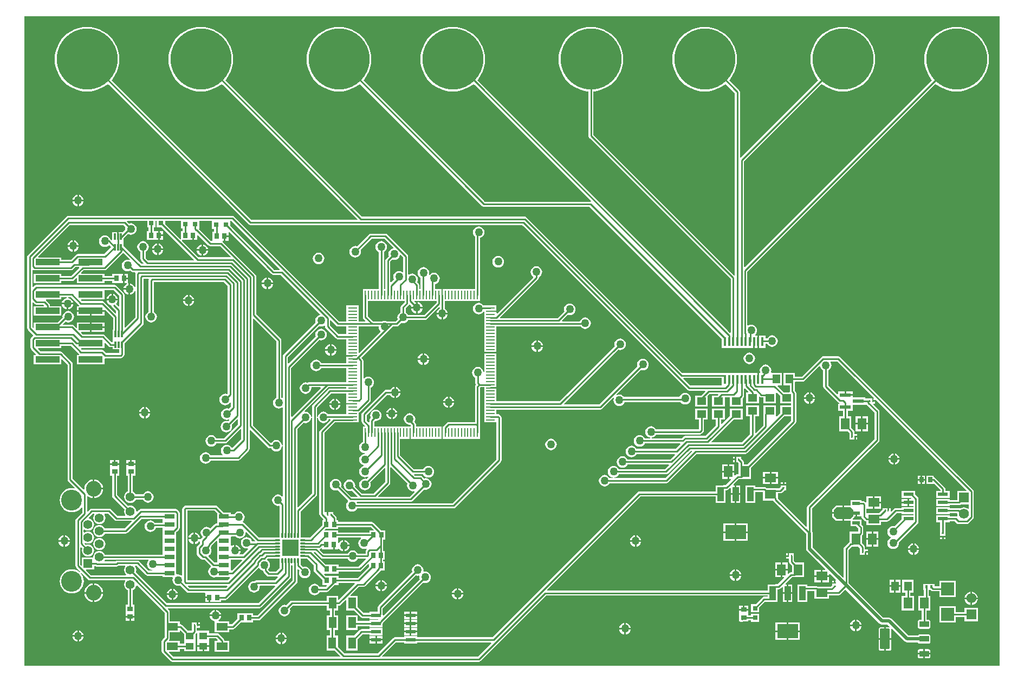
<source format=gbr>
%TF.GenerationSoftware,Altium Limited,Altium Designer,24.1.2 (44)*%
G04 Layer_Physical_Order=1*
G04 Layer_Color=255*
%FSLAX45Y45*%
%MOMM*%
%TF.SameCoordinates,57B3B6A3-E825-4013-9261-08072AB09D51*%
%TF.FilePolarity,Positive*%
%TF.FileFunction,Copper,L1,Top,Signal*%
%TF.Part,Single*%
G01*
G75*
%TA.AperFunction,SMDPad,CuDef*%
%ADD10R,0.30000X0.99000*%
%ADD11R,0.80000X0.90000*%
%ADD12R,3.30000X2.20000*%
%ADD13R,1.00000X2.20000*%
%ADD14R,0.25000X0.30000*%
G04:AMPARAMS|DCode=15|XSize=0.85mm|YSize=0.3mm|CornerRadius=0.15mm|HoleSize=0mm|Usage=FLASHONLY|Rotation=90.000|XOffset=0mm|YOffset=0mm|HoleType=Round|Shape=RoundedRectangle|*
%AMROUNDEDRECTD15*
21,1,0.85000,0.00000,0,0,90.0*
21,1,0.55000,0.30000,0,0,90.0*
1,1,0.30000,0.00000,0.27500*
1,1,0.30000,0.00000,-0.27500*
1,1,0.30000,0.00000,-0.27500*
1,1,0.30000,0.00000,0.27500*
%
%ADD15ROUNDEDRECTD15*%
G04:AMPARAMS|DCode=16|XSize=0.3mm|YSize=0.85mm|CornerRadius=0.15mm|HoleSize=0mm|Usage=FLASHONLY|Rotation=90.000|XOffset=0mm|YOffset=0mm|HoleType=Round|Shape=RoundedRectangle|*
%AMROUNDEDRECTD16*
21,1,0.30000,0.55000,0,0,90.0*
21,1,0.00000,0.85000,0,0,90.0*
1,1,0.30000,0.27500,0.00000*
1,1,0.30000,0.27500,0.00000*
1,1,0.30000,-0.27500,0.00000*
1,1,0.30000,-0.27500,0.00000*
%
%ADD16ROUNDEDRECTD16*%
%ADD17R,2.60000X2.60000*%
%ADD18R,0.90000X0.80000*%
%ADD19R,1.65000X0.76000*%
%ADD20R,1.25000X1.80000*%
%ADD21R,0.27940X1.35890*%
%ADD22R,1.35890X0.27940*%
%ADD23R,1.55000X0.60000*%
%ADD24R,0.45000X1.45000*%
%ADD25R,3.75000X1.00000*%
%ADD26R,0.30000X0.25000*%
%ADD27R,1.80000X1.40000*%
%ADD28R,1.40000X1.80000*%
%ADD29R,1.80000X0.60000*%
%ADD30R,0.80000X0.80000*%
G04:AMPARAMS|DCode=31|XSize=3.15mm|YSize=1.45mm|CornerRadius=0.05075mm|HoleSize=0mm|Usage=FLASHONLY|Rotation=270.000|XOffset=0mm|YOffset=0mm|HoleType=Round|Shape=RoundedRectangle|*
%AMROUNDEDRECTD31*
21,1,3.15000,1.34850,0,0,270.0*
21,1,3.04850,1.45000,0,0,270.0*
1,1,0.10150,-0.67425,-1.52425*
1,1,0.10150,-0.67425,1.52425*
1,1,0.10150,0.67425,1.52425*
1,1,0.10150,0.67425,-1.52425*
%
%ADD31ROUNDEDRECTD31*%
G04:AMPARAMS|DCode=32|XSize=0.9mm|YSize=1.45mm|CornerRadius=0.0495mm|HoleSize=0mm|Usage=FLASHONLY|Rotation=270.000|XOffset=0mm|YOffset=0mm|HoleType=Round|Shape=RoundedRectangle|*
%AMROUNDEDRECTD32*
21,1,0.90000,1.35100,0,0,270.0*
21,1,0.80100,1.45000,0,0,270.0*
1,1,0.09900,-0.67550,-0.40050*
1,1,0.09900,-0.67550,0.40050*
1,1,0.09900,0.67550,0.40050*
1,1,0.09900,0.67550,-0.40050*
%
%ADD32ROUNDEDRECTD32*%
%ADD33R,2.00000X2.00000*%
%ADD34R,1.20000X1.45000*%
%ADD35R,0.40000X0.50000*%
%ADD36R,1.45000X1.20000*%
%ADD37R,0.65872X0.81213*%
%ADD38R,1.55000X0.60000*%
%TA.AperFunction,ConnectorPad*%
%ADD39R,1.30000X1.10000*%
%TA.AperFunction,SMDPad,CuDef*%
%ADD40R,1.80000X1.25000*%
%ADD41R,0.80000X0.80000*%
G04:AMPARAMS|DCode=42|XSize=1.8mm|YSize=3mm|CornerRadius=0mm|HoleSize=0mm|Usage=FLASHONLY|Rotation=270.000|XOffset=0mm|YOffset=0mm|HoleType=Round|Shape=Octagon|*
%AMOCTAGOND42*
4,1,8,1.50000,0.45000,1.50000,-0.45000,1.05000,-0.90000,-1.05000,-0.90000,-1.50000,-0.45000,-1.50000,0.45000,-1.05000,0.90000,1.05000,0.90000,1.50000,0.45000,0.0*
%
%ADD42OCTAGOND42*%

%ADD43R,1.20000X0.50000*%
%ADD44R,1.10000X0.50000*%
%TA.AperFunction,Conductor*%
%ADD45C,0.25400*%
%ADD46C,0.50800*%
%TA.AperFunction,ComponentPad*%
%ADD47C,1.57000*%
%ADD48R,1.57000X1.57000*%
%ADD49C,9.55000*%
%ADD50C,1.39000*%
%ADD51R,1.39000X1.39000*%
%ADD52C,2.42000*%
%ADD53C,3.25000*%
%TA.AperFunction,ViaPad*%
%ADD54C,1.27000*%
%ADD55C,0.60000*%
G36*
X17780000Y2540000D02*
X2540000D01*
Y12700000D01*
X17780000D01*
Y2540000D01*
D02*
G37*
%LPC*%
G36*
X17106900Y12530879D02*
X17041118Y12526567D01*
X16976460Y12513706D01*
X16914037Y12492516D01*
X16854910Y12463359D01*
X16800098Y12426733D01*
X16750533Y12383267D01*
X16707066Y12333703D01*
X16670441Y12278889D01*
X16641284Y12219764D01*
X16620094Y12157339D01*
X16607233Y12092682D01*
X16602921Y12026900D01*
X16607233Y11961118D01*
X16620094Y11896461D01*
X16641284Y11834036D01*
X16670441Y11774911D01*
X16707066Y11720097D01*
X16724866Y11699802D01*
X13797580Y8772517D01*
X13785846Y8777377D01*
Y10428909D01*
X15001802Y11644865D01*
X15022096Y11627067D01*
X15076910Y11590441D01*
X15136037Y11561284D01*
X15198460Y11540094D01*
X15263118Y11527233D01*
X15328900Y11522921D01*
X15394682Y11527233D01*
X15459338Y11540094D01*
X15521764Y11561284D01*
X15580888Y11590441D01*
X15635703Y11627067D01*
X15685268Y11670533D01*
X15728732Y11720097D01*
X15765359Y11774911D01*
X15794516Y11834036D01*
X15815706Y11896461D01*
X15828568Y11961118D01*
X15832880Y12026900D01*
X15828568Y12092682D01*
X15815706Y12157339D01*
X15794516Y12219764D01*
X15765359Y12278889D01*
X15728732Y12333703D01*
X15685268Y12383267D01*
X15635703Y12426733D01*
X15580888Y12463359D01*
X15521764Y12492516D01*
X15459338Y12513706D01*
X15394682Y12526567D01*
X15328900Y12530879D01*
X15263118Y12526567D01*
X15198460Y12513706D01*
X15136037Y12492516D01*
X15076910Y12463359D01*
X15022096Y12426733D01*
X14972533Y12383267D01*
X14929066Y12333703D01*
X14892441Y12278889D01*
X14863284Y12219764D01*
X14842094Y12157339D01*
X14829233Y12092682D01*
X14824921Y12026900D01*
X14829233Y11961118D01*
X14842094Y11896461D01*
X14863284Y11834036D01*
X14892441Y11774911D01*
X14929066Y11720097D01*
X14946864Y11699802D01*
X13732581Y10485517D01*
X13720847Y10490377D01*
Y11514800D01*
X13717889Y11529666D01*
X13709470Y11542269D01*
X13551935Y11699802D01*
X13569733Y11720097D01*
X13606358Y11774911D01*
X13635516Y11834036D01*
X13656706Y11896461D01*
X13669566Y11961118D01*
X13673878Y12026900D01*
X13669566Y12092682D01*
X13656706Y12157339D01*
X13635516Y12219764D01*
X13606358Y12278889D01*
X13569733Y12333703D01*
X13526266Y12383267D01*
X13476703Y12426733D01*
X13421889Y12463359D01*
X13362764Y12492516D01*
X13300339Y12513706D01*
X13235683Y12526567D01*
X13169901Y12530879D01*
X13104118Y12526567D01*
X13039461Y12513706D01*
X12977036Y12492516D01*
X12917911Y12463359D01*
X12863097Y12426733D01*
X12813533Y12383267D01*
X12770067Y12333703D01*
X12733441Y12278889D01*
X12704284Y12219764D01*
X12683094Y12157339D01*
X12670233Y12092682D01*
X12665921Y12026900D01*
X12670233Y11961118D01*
X12683094Y11896461D01*
X12704284Y11834036D01*
X12733441Y11774911D01*
X12770067Y11720097D01*
X12813533Y11670533D01*
X12863097Y11627067D01*
X12917911Y11590441D01*
X12977036Y11561284D01*
X13039461Y11540094D01*
X13104118Y11527233D01*
X13169901Y11522921D01*
X13235683Y11527233D01*
X13300339Y11540094D01*
X13362764Y11561284D01*
X13421889Y11590441D01*
X13476703Y11627067D01*
X13496999Y11644865D01*
X13643153Y11498709D01*
Y8653303D01*
X13631419Y8648443D01*
X11430747Y10849116D01*
Y11525467D01*
X11457682Y11527233D01*
X11522339Y11540094D01*
X11584764Y11561284D01*
X11643889Y11590441D01*
X11698703Y11627067D01*
X11748267Y11670533D01*
X11791733Y11720097D01*
X11828359Y11774911D01*
X11857516Y11834036D01*
X11878706Y11896461D01*
X11891567Y11961118D01*
X11895879Y12026900D01*
X11891567Y12092682D01*
X11878706Y12157339D01*
X11857516Y12219764D01*
X11828359Y12278889D01*
X11791733Y12333703D01*
X11748267Y12383267D01*
X11698703Y12426733D01*
X11643889Y12463359D01*
X11584764Y12492516D01*
X11522339Y12513706D01*
X11457682Y12526567D01*
X11391900Y12530879D01*
X11326118Y12526567D01*
X11261461Y12513706D01*
X11199036Y12492516D01*
X11139911Y12463359D01*
X11085097Y12426733D01*
X11035533Y12383267D01*
X10992067Y12333703D01*
X10955441Y12278889D01*
X10926284Y12219764D01*
X10905094Y12157339D01*
X10892233Y12092682D01*
X10887921Y12026900D01*
X10892233Y11961118D01*
X10905094Y11896461D01*
X10926284Y11834036D01*
X10955441Y11774911D01*
X10992067Y11720097D01*
X11035533Y11670533D01*
X11085097Y11627067D01*
X11139911Y11590441D01*
X11199036Y11561284D01*
X11261461Y11540094D01*
X11326118Y11527233D01*
X11353053Y11525467D01*
Y10833026D01*
X11356011Y10818160D01*
X11364431Y10805557D01*
X13578152Y8591835D01*
Y7753178D01*
X13566420Y7748317D01*
X9614935Y11699802D01*
X9632733Y11720097D01*
X9669359Y11774911D01*
X9698516Y11834036D01*
X9719706Y11896461D01*
X9732567Y11961118D01*
X9736879Y12026900D01*
X9732567Y12092682D01*
X9719706Y12157339D01*
X9698516Y12219764D01*
X9669359Y12278889D01*
X9632733Y12333703D01*
X9589267Y12383267D01*
X9539703Y12426733D01*
X9484889Y12463359D01*
X9425764Y12492516D01*
X9363339Y12513706D01*
X9298682Y12526567D01*
X9232900Y12530879D01*
X9167118Y12526567D01*
X9102461Y12513706D01*
X9040036Y12492516D01*
X8980911Y12463359D01*
X8926097Y12426733D01*
X8876533Y12383267D01*
X8833067Y12333703D01*
X8796441Y12278889D01*
X8767284Y12219764D01*
X8746094Y12157339D01*
X8733233Y12092682D01*
X8728921Y12026900D01*
X8733233Y11961118D01*
X8746094Y11896461D01*
X8767284Y11834036D01*
X8796441Y11774911D01*
X8833067Y11720097D01*
X8876533Y11670533D01*
X8926097Y11627067D01*
X8980911Y11590441D01*
X9040036Y11561284D01*
X9102461Y11540094D01*
X9167118Y11527233D01*
X9232900Y11522921D01*
X9298682Y11527233D01*
X9363339Y11540094D01*
X9425764Y11561284D01*
X9484889Y11590441D01*
X9539703Y11627067D01*
X9559998Y11644865D01*
X11395010Y9809853D01*
X11388754Y9798148D01*
X11387686Y9798361D01*
X9738377D01*
X7836935Y11699802D01*
X7854733Y11720097D01*
X7891359Y11774911D01*
X7920516Y11834036D01*
X7941706Y11896461D01*
X7954567Y11961118D01*
X7958879Y12026900D01*
X7954567Y12092682D01*
X7941706Y12157339D01*
X7920516Y12219764D01*
X7891359Y12278889D01*
X7854733Y12333703D01*
X7811267Y12383267D01*
X7761703Y12426733D01*
X7706889Y12463359D01*
X7647764Y12492516D01*
X7585339Y12513706D01*
X7520682Y12526567D01*
X7454900Y12530879D01*
X7389118Y12526567D01*
X7324461Y12513706D01*
X7262036Y12492516D01*
X7202911Y12463359D01*
X7148097Y12426733D01*
X7098533Y12383267D01*
X7055067Y12333703D01*
X7018441Y12278889D01*
X6989284Y12219764D01*
X6968094Y12157339D01*
X6955233Y12092682D01*
X6950921Y12026900D01*
X6955233Y11961118D01*
X6968094Y11896461D01*
X6989284Y11834036D01*
X7018441Y11774911D01*
X7055067Y11720097D01*
X7098533Y11670533D01*
X7148097Y11627067D01*
X7202911Y11590441D01*
X7262036Y11561284D01*
X7324461Y11540094D01*
X7389118Y11527233D01*
X7454900Y11522921D01*
X7520682Y11527233D01*
X7585339Y11540094D01*
X7647764Y11561284D01*
X7706889Y11590441D01*
X7761703Y11627067D01*
X7781998Y11644865D01*
X9694817Y9732046D01*
X9707420Y9723625D01*
X9722286Y9720668D01*
X11371595D01*
X13439101Y7653162D01*
Y7512300D01*
X13929300D01*
Y7610200D01*
X13954700D01*
Y7512300D01*
X13994299D01*
Y7610199D01*
Y7708100D01*
X13964841D01*
X13960757Y7720126D01*
X13962804Y7721696D01*
X13977054Y7740266D01*
X13986012Y7761893D01*
X13989067Y7785100D01*
X13986012Y7808307D01*
X13977054Y7829934D01*
X13962804Y7848504D01*
X13944234Y7862754D01*
X13922607Y7871712D01*
X13899400Y7874767D01*
X13876192Y7871712D01*
X13854565Y7862754D01*
X13848038Y7857744D01*
X13836646Y7863361D01*
Y8701709D01*
X16779802Y11644865D01*
X16800098Y11627067D01*
X16854910Y11590441D01*
X16914037Y11561284D01*
X16976460Y11540094D01*
X17041118Y11527233D01*
X17106900Y11522921D01*
X17172682Y11527233D01*
X17237338Y11540094D01*
X17299763Y11561284D01*
X17358888Y11590441D01*
X17413702Y11627067D01*
X17463268Y11670533D01*
X17506734Y11720097D01*
X17543359Y11774911D01*
X17572516Y11834036D01*
X17593706Y11896461D01*
X17606567Y11961118D01*
X17610880Y12026900D01*
X17606567Y12092682D01*
X17593706Y12157339D01*
X17572516Y12219764D01*
X17543359Y12278889D01*
X17506734Y12333703D01*
X17463268Y12383267D01*
X17413702Y12426733D01*
X17358888Y12463359D01*
X17299763Y12492516D01*
X17237338Y12513706D01*
X17172682Y12526567D01*
X17106900Y12530879D01*
D02*
G37*
G36*
X3390900Y9905095D02*
Y9829800D01*
X3466195D01*
X3464812Y9840307D01*
X3455854Y9861934D01*
X3441604Y9880504D01*
X3423034Y9894754D01*
X3401407Y9903712D01*
X3390900Y9905095D01*
D02*
G37*
G36*
X3365500D02*
X3354993Y9903712D01*
X3333366Y9894754D01*
X3314796Y9880504D01*
X3300546Y9861934D01*
X3291588Y9840307D01*
X3290205Y9829800D01*
X3365500D01*
Y9905095D01*
D02*
G37*
G36*
X3466195Y9804400D02*
X3390900D01*
Y9729105D01*
X3401407Y9730488D01*
X3423034Y9739446D01*
X3441604Y9753696D01*
X3455854Y9772266D01*
X3464812Y9793893D01*
X3466195Y9804400D01*
D02*
G37*
G36*
X3365500D02*
X3290205D01*
X3291588Y9793893D01*
X3300546Y9772266D01*
X3314796Y9753696D01*
X3333366Y9739446D01*
X3354993Y9730488D01*
X3365500Y9729105D01*
Y9804400D01*
D02*
G37*
G36*
X5295900Y12530879D02*
X5230118Y12526567D01*
X5165461Y12513706D01*
X5103036Y12492516D01*
X5043911Y12463359D01*
X4989097Y12426733D01*
X4939533Y12383267D01*
X4896067Y12333703D01*
X4859441Y12278889D01*
X4830284Y12219764D01*
X4809094Y12157339D01*
X4796233Y12092682D01*
X4791921Y12026900D01*
X4796233Y11961118D01*
X4809094Y11896461D01*
X4830284Y11834036D01*
X4859441Y11774911D01*
X4896067Y11720097D01*
X4939533Y11670533D01*
X4989097Y11627067D01*
X5043911Y11590441D01*
X5103036Y11561284D01*
X5165461Y11540094D01*
X5230118Y11527233D01*
X5295900Y11522921D01*
X5361682Y11527233D01*
X5426339Y11540094D01*
X5488764Y11561284D01*
X5547889Y11590441D01*
X5602703Y11627067D01*
X5622998Y11644865D01*
X7743083Y9524780D01*
X7738223Y9513047D01*
X6086691D01*
X3899935Y11699802D01*
X3917733Y11720097D01*
X3954359Y11774911D01*
X3983516Y11834036D01*
X4004706Y11896461D01*
X4017567Y11961118D01*
X4021879Y12026900D01*
X4017567Y12092682D01*
X4004706Y12157339D01*
X3983516Y12219764D01*
X3954359Y12278889D01*
X3917733Y12333703D01*
X3874267Y12383267D01*
X3824703Y12426733D01*
X3769889Y12463359D01*
X3710764Y12492516D01*
X3648339Y12513706D01*
X3583682Y12526567D01*
X3517900Y12530879D01*
X3452118Y12526567D01*
X3387461Y12513706D01*
X3325036Y12492516D01*
X3265911Y12463359D01*
X3211097Y12426733D01*
X3161533Y12383267D01*
X3118067Y12333703D01*
X3081441Y12278889D01*
X3052284Y12219764D01*
X3031094Y12157339D01*
X3018233Y12092682D01*
X3013921Y12026900D01*
X3018233Y11961118D01*
X3031094Y11896461D01*
X3052284Y11834036D01*
X3081441Y11774911D01*
X3118067Y11720097D01*
X3161533Y11670533D01*
X3211097Y11627067D01*
X3265911Y11590441D01*
X3325036Y11561284D01*
X3387461Y11540094D01*
X3452118Y11527233D01*
X3517900Y11522921D01*
X3583682Y11527233D01*
X3648339Y11540094D01*
X3710764Y11561284D01*
X3769889Y11590441D01*
X3824703Y11627067D01*
X3844998Y11644865D01*
X6043131Y9446731D01*
X6055734Y9438311D01*
X6070600Y9435353D01*
X10321709D01*
X12901131Y6855931D01*
X12913734Y6847511D01*
X12928600Y6844553D01*
X13173624D01*
X13178484Y6832820D01*
X13114618Y6768955D01*
X13104234Y6766889D01*
X13102304Y6765600D01*
X13021201D01*
Y6594800D01*
X13217000D01*
Y6761463D01*
X13249290Y6793753D01*
X13377023D01*
X13381883Y6782020D01*
X13365463Y6765600D01*
X13287900D01*
Y6594800D01*
X13483701D01*
Y6740798D01*
X13567300D01*
Y6594800D01*
X13763100D01*
Y6723163D01*
X13774469Y6734531D01*
X13782889Y6747134D01*
X13785846Y6762000D01*
Y6875890D01*
X13798546Y6881151D01*
X13854764Y6824933D01*
X13849904Y6813200D01*
X13821300D01*
Y6642400D01*
X14017101D01*
Y6744751D01*
X14028833Y6749611D01*
X14030814Y6747631D01*
X14043416Y6739211D01*
X14058282Y6736254D01*
X14088000D01*
Y6642400D01*
X14283800D01*
Y6800669D01*
X14283800Y6804132D01*
X14295093Y6814600D01*
X14298460Y6814502D01*
X14354700Y6758263D01*
Y6642400D01*
X14524353D01*
Y6613200D01*
X14354700D01*
Y6497337D01*
X14298460Y6441098D01*
X14295093Y6441001D01*
X14283800Y6451468D01*
X14283800Y6454273D01*
Y6613200D01*
X14088000D01*
Y6484253D01*
X14087254Y6480500D01*
Y6301732D01*
X13969780Y6184259D01*
X13958047Y6189119D01*
Y6442400D01*
X14017101D01*
Y6613200D01*
X13821300D01*
Y6442400D01*
X13880353D01*
Y6166674D01*
X13746925Y6033247D01*
X13277277D01*
X13272417Y6044980D01*
X13622237Y6394800D01*
X13763100D01*
Y6565600D01*
X13567300D01*
Y6449737D01*
X13436380Y6318817D01*
X13424648Y6323677D01*
Y6394800D01*
X13483701D01*
Y6565600D01*
X13287900D01*
Y6394800D01*
X13346953D01*
Y6301232D01*
X13180568Y6134847D01*
X12865100D01*
X12850233Y6131889D01*
X12837631Y6123469D01*
X12810909Y6096747D01*
X12344029D01*
X12343197Y6109447D01*
X12354907Y6110988D01*
X12376534Y6119946D01*
X12395104Y6134196D01*
X12409354Y6152766D01*
X12411834Y6158753D01*
X13093700D01*
X13108566Y6161711D01*
X13121169Y6170131D01*
X13146568Y6195531D01*
X13154990Y6208134D01*
X13157947Y6223000D01*
Y6394800D01*
X13217000D01*
Y6565600D01*
X13021201D01*
Y6394800D01*
X13080254D01*
Y6239091D01*
X13077609Y6236447D01*
X12411834D01*
X12409354Y6242434D01*
X12395104Y6261004D01*
X12376534Y6275254D01*
X12354907Y6284212D01*
X12331700Y6287267D01*
X12308493Y6284212D01*
X12286866Y6275254D01*
X12268296Y6261004D01*
X12254046Y6242434D01*
X12245088Y6220807D01*
X12242033Y6197600D01*
X12245088Y6174393D01*
X12254046Y6152766D01*
X12268296Y6134196D01*
X12286866Y6119946D01*
X12308493Y6110988D01*
X12320203Y6109447D01*
X12319371Y6096747D01*
X12234034D01*
X12231554Y6102734D01*
X12217304Y6121304D01*
X12198734Y6135554D01*
X12177107Y6144512D01*
X12153900Y6147567D01*
X12130693Y6144512D01*
X12109066Y6135554D01*
X12090496Y6121304D01*
X12076246Y6102734D01*
X12067288Y6081107D01*
X12064233Y6057900D01*
X12067288Y6034693D01*
X12076246Y6013066D01*
X12090496Y5994496D01*
X12109066Y5980246D01*
X12130693Y5971288D01*
X12153900Y5968233D01*
X12177107Y5971288D01*
X12198734Y5980246D01*
X12217304Y5994496D01*
X12231554Y6013066D01*
X12234034Y6019053D01*
X12788465D01*
X12793325Y6007320D01*
X12717651Y5931647D01*
X12107034D01*
X12104554Y5937634D01*
X12090304Y5956204D01*
X12071734Y5970454D01*
X12050107Y5979412D01*
X12026900Y5982467D01*
X12003693Y5979412D01*
X11982066Y5970454D01*
X11963496Y5956204D01*
X11949246Y5937634D01*
X11940288Y5916007D01*
X11937233Y5892800D01*
X11940288Y5869593D01*
X11949246Y5847966D01*
X11963496Y5829396D01*
X11982066Y5815146D01*
X12003693Y5806188D01*
X12026900Y5803133D01*
X12050107Y5806188D01*
X12071734Y5815146D01*
X12090304Y5829396D01*
X12104554Y5847966D01*
X12107034Y5853953D01*
X12703923D01*
X12708783Y5842220D01*
X12633109Y5766547D01*
X11967334D01*
X11964854Y5772534D01*
X11950604Y5791104D01*
X11932034Y5805354D01*
X11910407Y5814312D01*
X11887200Y5817367D01*
X11863993Y5814312D01*
X11842366Y5805354D01*
X11823796Y5791104D01*
X11809546Y5772534D01*
X11800588Y5750907D01*
X11797533Y5727700D01*
X11800588Y5704493D01*
X11809546Y5682866D01*
X11823796Y5664296D01*
X11842366Y5650046D01*
X11863993Y5641088D01*
X11887200Y5638033D01*
X11910407Y5641088D01*
X11932034Y5650046D01*
X11950604Y5664296D01*
X11964854Y5682866D01*
X11967334Y5688853D01*
X12610665D01*
X12615525Y5677120D01*
X12552551Y5614147D01*
X11827634D01*
X11825154Y5620134D01*
X11810904Y5638704D01*
X11792334Y5652954D01*
X11770707Y5661912D01*
X11747500Y5664967D01*
X11724293Y5661912D01*
X11702666Y5652954D01*
X11684096Y5638704D01*
X11669846Y5620134D01*
X11660888Y5598507D01*
X11657833Y5575300D01*
X11660888Y5552093D01*
X11669846Y5530466D01*
X11684096Y5511896D01*
X11702666Y5497646D01*
X11724293Y5488688D01*
X11736003Y5487147D01*
X11735171Y5474447D01*
X11687934D01*
X11685454Y5480434D01*
X11671204Y5499004D01*
X11652634Y5513254D01*
X11631007Y5522212D01*
X11607800Y5525267D01*
X11584593Y5522212D01*
X11562966Y5513254D01*
X11544396Y5499004D01*
X11530146Y5480434D01*
X11521188Y5458807D01*
X11518133Y5435600D01*
X11521188Y5412393D01*
X11530146Y5390766D01*
X11544396Y5372196D01*
X11562966Y5357946D01*
X11584593Y5348988D01*
X11607800Y5345933D01*
X11631007Y5348988D01*
X11652634Y5357946D01*
X11671204Y5372196D01*
X11685454Y5390766D01*
X11687934Y5396753D01*
X12573000D01*
X12587866Y5399711D01*
X12600469Y5408131D01*
X13046291Y5853953D01*
X13805099D01*
X13819966Y5856911D01*
X13832568Y5865331D01*
X14409637Y6442400D01*
X14524353D01*
Y6376391D01*
X13838663Y5690700D01*
X13779745D01*
Y5726550D01*
X13776788Y5741416D01*
X13768369Y5754019D01*
X13739549Y5782837D01*
Y5806200D01*
X13663745D01*
Y5770559D01*
X13662798Y5765800D01*
X13663745Y5761041D01*
Y5725400D01*
X13687112D01*
X13702052Y5710459D01*
Y5632600D01*
X13702800Y5628846D01*
Y5536846D01*
X13686900D01*
X13672034Y5533889D01*
X13659431Y5525469D01*
X13645332Y5511370D01*
X13633600Y5516231D01*
Y5562600D01*
X13550900D01*
Y5459900D01*
X13577269D01*
X13582130Y5448167D01*
X13497710Y5363746D01*
X13459801D01*
X13456047Y5363000D01*
X13347099D01*
Y5266446D01*
X12153500D01*
X12138634Y5263489D01*
X12126031Y5255068D01*
X9856209Y2985247D01*
X8678700D01*
Y3001800D01*
X8472900D01*
Y2985247D01*
X8331200D01*
X8316334Y2982289D01*
X8303731Y2973869D01*
X8061109Y2731247D01*
X7544891D01*
X7441000Y2835137D01*
Y3011000D01*
X7391947D01*
Y3097700D01*
X7441200D01*
Y3328500D01*
X7392147D01*
Y3402500D01*
X7441200D01*
Y3479053D01*
X7453900D01*
X7468766Y3482011D01*
X7481369Y3490431D01*
X7544428Y3553491D01*
X7548418Y3559463D01*
X7558667Y3569711D01*
X7570400Y3564851D01*
Y3402500D01*
X7691262D01*
X7793831Y3299931D01*
X7806434Y3291511D01*
X7821300Y3288553D01*
X7932900D01*
Y3272000D01*
X8064975D01*
X8071764Y3259300D01*
X8069924Y3256546D01*
X8053100D01*
X8049347Y3255800D01*
X7932900D01*
Y3239247D01*
X7746200D01*
Y3328500D01*
X7570400D01*
Y3097700D01*
X7746200D01*
Y3161553D01*
X7932900D01*
Y3145000D01*
X8138700D01*
Y3202865D01*
X8143089Y3209434D01*
X8143566Y3211828D01*
X8771905Y3840168D01*
X8777893Y3837688D01*
X8801100Y3834633D01*
X8824307Y3837688D01*
X8845934Y3846646D01*
X8864504Y3860896D01*
X8878754Y3879466D01*
X8887712Y3901093D01*
X8890767Y3924300D01*
X8887712Y3947507D01*
X8878754Y3969134D01*
X8864504Y3987704D01*
X8845934Y4001954D01*
X8824307Y4010912D01*
X8801100Y4013967D01*
X8785145Y4011867D01*
X8784759Y4011983D01*
X8774483Y4022259D01*
X8774366Y4022645D01*
X8776467Y4038600D01*
X8773412Y4061807D01*
X8764454Y4083434D01*
X8750204Y4102004D01*
X8731634Y4116254D01*
X8710007Y4125212D01*
X8686800Y4128267D01*
X8663593Y4125212D01*
X8641966Y4116254D01*
X8623396Y4102004D01*
X8609146Y4083434D01*
X8600188Y4061807D01*
X8597133Y4038600D01*
X8600188Y4015393D01*
X8602668Y4009405D01*
X8073131Y3479869D01*
X8064711Y3467266D01*
X8061753Y3452400D01*
Y3382800D01*
X7932900D01*
Y3366247D01*
X7837390D01*
X7746200Y3457437D01*
Y3633300D01*
X7638849D01*
X7633989Y3645033D01*
X7762239Y3773283D01*
X7837212D01*
X7852078Y3776240D01*
X7864680Y3784661D01*
X8108469Y4028449D01*
X8110641Y4031700D01*
X8173700D01*
Y4172500D01*
X8147147D01*
Y4196800D01*
X8173700D01*
Y4337600D01*
X8147147D01*
Y4514300D01*
X8180700D01*
Y4655100D01*
X8117640D01*
X8115468Y4658351D01*
X7996550Y4777269D01*
X7983948Y4785689D01*
X7969082Y4788647D01*
X7444100D01*
Y4820200D01*
X7417547D01*
Y4851400D01*
X7414589Y4866266D01*
X7406169Y4878869D01*
X7365800Y4919237D01*
Y4942600D01*
X7289995D01*
Y4906959D01*
X7289048Y4902200D01*
X7267700D01*
Y4942600D01*
X7242500D01*
Y4942543D01*
X7229800Y4935754D01*
X7227047Y4937594D01*
Y6181509D01*
X7394186Y6348648D01*
X7573360D01*
Y6348125D01*
X7760050D01*
Y6398125D01*
Y6499316D01*
X7771561Y6501605D01*
X7784164Y6510026D01*
X7939569Y6665431D01*
X7947989Y6678034D01*
X7950947Y6692900D01*
Y6892166D01*
X7956934Y6894646D01*
X7975504Y6908896D01*
X7989754Y6927466D01*
X7998712Y6949093D01*
X8001767Y6972300D01*
X7998712Y6995507D01*
X7989754Y7017134D01*
X7975504Y7035704D01*
X7956934Y7049954D01*
X7935307Y7058912D01*
X7912100Y7061967D01*
X7888893Y7058912D01*
X7867266Y7049954D01*
X7849347Y7036204D01*
X7844996Y7036922D01*
X7836647Y7039756D01*
Y7312445D01*
X7833689Y7327311D01*
X7825269Y7339914D01*
X7806910Y7358273D01*
X8297286Y7848649D01*
X8357395D01*
X8372261Y7851606D01*
X8384864Y7860026D01*
X8429005Y7904168D01*
X8434993Y7901688D01*
X8458200Y7898633D01*
X8481407Y7901688D01*
X8503034Y7910646D01*
X8521604Y7924896D01*
X8535854Y7943466D01*
X8538334Y7949453D01*
X8801100D01*
X8815966Y7952411D01*
X8828569Y7960831D01*
X9018720Y8150983D01*
X9030454Y8146123D01*
Y8128293D01*
X9022966Y8125192D01*
X9004396Y8110942D01*
X8990146Y8092371D01*
X8981188Y8070745D01*
X8979805Y8060238D01*
X9155795D01*
X9154412Y8070745D01*
X9145454Y8092371D01*
X9131204Y8110942D01*
X9112634Y8125192D01*
X9108147Y8127050D01*
Y8246745D01*
X9658670D01*
Y8337607D01*
X9659417Y8341360D01*
Y9234781D01*
X9662507Y9235188D01*
X9684134Y9244146D01*
X9702704Y9258396D01*
X9716954Y9276966D01*
X9725912Y9298593D01*
X9728967Y9321800D01*
X9725912Y9345007D01*
X9716954Y9366634D01*
X9702704Y9385204D01*
X9684134Y9399454D01*
X9662507Y9408412D01*
X9639300Y9411467D01*
X9616093Y9408412D01*
X9594466Y9399454D01*
X9575896Y9385204D01*
X9561646Y9366634D01*
X9552688Y9345007D01*
X9549633Y9321800D01*
X9552688Y9298593D01*
X9561646Y9276966D01*
X9575896Y9258396D01*
X9581724Y9253924D01*
Y8433435D01*
X9079924D01*
Y8340090D01*
X9058674D01*
Y8433435D01*
X8958146D01*
Y8510517D01*
X8964007Y8511288D01*
X8985634Y8520246D01*
X9004204Y8534496D01*
X9018454Y8553066D01*
X9027412Y8574693D01*
X9030467Y8597900D01*
X9027412Y8621107D01*
X9018454Y8642734D01*
X9004204Y8661304D01*
X8985634Y8675554D01*
X8964007Y8684512D01*
X8940800Y8687567D01*
X8917593Y8684512D01*
X8895966Y8675554D01*
X8877396Y8661304D01*
X8872429Y8654832D01*
X8861336Y8661237D01*
X8862312Y8663593D01*
X8865367Y8686800D01*
X8862312Y8710007D01*
X8853354Y8731634D01*
X8839104Y8750204D01*
X8820534Y8764454D01*
X8798907Y8773412D01*
X8775700Y8776467D01*
X8752493Y8773412D01*
X8730866Y8764454D01*
X8712296Y8750204D01*
X8698046Y8731634D01*
X8689088Y8710007D01*
X8686033Y8686800D01*
X8689088Y8663593D01*
X8698046Y8641966D01*
X8712296Y8623396D01*
X8730453Y8609463D01*
Y8433435D01*
X8708146D01*
Y8494955D01*
X8705189Y8509821D01*
X8696768Y8522423D01*
X8676512Y8542680D01*
X8684512Y8561993D01*
X8687567Y8585200D01*
X8684512Y8608407D01*
X8675554Y8630034D01*
X8661304Y8648604D01*
X8642734Y8662854D01*
X8621107Y8671812D01*
X8597900Y8674867D01*
X8574693Y8671812D01*
X8553066Y8662854D01*
X8546537Y8657844D01*
X8535147Y8663461D01*
Y8944784D01*
X8532189Y8959650D01*
X8523769Y8972253D01*
X8210253Y9285769D01*
X8197650Y9294189D01*
X8182784Y9297147D01*
X7950200D01*
X7935334Y9294189D01*
X7922731Y9285769D01*
X7738095Y9101132D01*
X7732107Y9103612D01*
X7708900Y9106667D01*
X7685693Y9103612D01*
X7664066Y9094654D01*
X7645496Y9080404D01*
X7631246Y9061834D01*
X7622288Y9040207D01*
X7619233Y9017000D01*
X7622288Y8993793D01*
X7631246Y8972166D01*
X7645496Y8953596D01*
X7664066Y8939346D01*
X7685693Y8930388D01*
X7708900Y8927333D01*
X7732107Y8930388D01*
X7753734Y8939346D01*
X7772304Y8953596D01*
X7786554Y8972166D01*
X7795512Y8993793D01*
X7798567Y9017000D01*
X7795512Y9040207D01*
X7793032Y9046195D01*
X7966291Y9219453D01*
X8166693D01*
X8307535Y9078612D01*
X8303452Y9066586D01*
X8295293Y9065512D01*
X8273666Y9056554D01*
X8255096Y9042304D01*
X8240846Y9023734D01*
X8231888Y9002107D01*
X8228833Y8978900D01*
X8231888Y8955693D01*
X8234368Y8949705D01*
X8191831Y8907169D01*
X8183411Y8894566D01*
X8180454Y8879700D01*
Y8433435D01*
X8158146D01*
Y9014723D01*
X8160134Y9015546D01*
X8178704Y9029796D01*
X8192954Y9048366D01*
X8201912Y9069993D01*
X8204967Y9093200D01*
X8201912Y9116407D01*
X8192954Y9138034D01*
X8178704Y9156604D01*
X8160134Y9170854D01*
X8138507Y9179812D01*
X8115300Y9182867D01*
X8092093Y9179812D01*
X8070466Y9170854D01*
X8051896Y9156604D01*
X8037646Y9138034D01*
X8028688Y9116407D01*
X8025633Y9093200D01*
X8028688Y9069993D01*
X8037646Y9048366D01*
X8051896Y9029796D01*
X8070466Y9015546D01*
X8080453Y9011409D01*
Y8433435D01*
X7829930D01*
Y8246745D01*
X7830453D01*
Y7992145D01*
X7833411Y7977279D01*
X7841831Y7964676D01*
X7868433Y7938075D01*
X7863573Y7926342D01*
X7760050D01*
Y8048125D01*
Y8176865D01*
X7573360D01*
Y8048125D01*
Y7926342D01*
X7457121D01*
X5816394Y9567069D01*
X5803792Y9575490D01*
X5788926Y9578447D01*
X3225476D01*
X3210611Y9575490D01*
X3198008Y9567069D01*
X2597131Y8966192D01*
X2588710Y8953589D01*
X2585753Y8938724D01*
Y7820918D01*
X2588710Y7806052D01*
X2597131Y7793450D01*
X2674799Y7715782D01*
X2673188Y7699432D01*
X2670250Y7697469D01*
X2647931Y7675150D01*
X2639510Y7662548D01*
X2636553Y7647682D01*
Y7516118D01*
X2639510Y7501252D01*
X2647931Y7488650D01*
X2721548Y7415033D01*
X2716687Y7403300D01*
X2688100D01*
Y7252500D01*
X3113900D01*
Y7334851D01*
X3125633Y7339711D01*
X3214944Y7250400D01*
Y5453508D01*
X3217901Y5438642D01*
X3226322Y5426039D01*
X3326194Y5326168D01*
X3319664Y5315275D01*
X3317335Y5315981D01*
X3280500Y5319609D01*
X3243665Y5315981D01*
X3208246Y5305237D01*
X3175603Y5287789D01*
X3146992Y5264308D01*
X3123511Y5235697D01*
X3106063Y5203054D01*
X3095319Y5167635D01*
X3091691Y5130800D01*
X3095319Y5093965D01*
X3106063Y5058546D01*
X3123511Y5025903D01*
X3146992Y4997292D01*
X3175603Y4973811D01*
X3208246Y4956363D01*
X3243665Y4945619D01*
X3280500Y4941991D01*
X3317335Y4945619D01*
X3352754Y4956363D01*
X3385397Y4973811D01*
X3414008Y4997292D01*
X3429553Y5016234D01*
X3442253Y5011689D01*
Y4936502D01*
X3348631Y4842880D01*
X3340210Y4830277D01*
X3337253Y4815411D01*
Y4103318D01*
X3340210Y4088453D01*
X3348631Y4075850D01*
X3412533Y4011948D01*
X3403994Y4002526D01*
X3385397Y4017789D01*
X3352754Y4035237D01*
X3317335Y4045981D01*
X3280500Y4049609D01*
X3243665Y4045981D01*
X3208246Y4035237D01*
X3175603Y4017789D01*
X3146992Y3994308D01*
X3123511Y3965697D01*
X3106063Y3933054D01*
X3095319Y3897635D01*
X3091691Y3860800D01*
X3095319Y3823965D01*
X3106063Y3788546D01*
X3123511Y3755903D01*
X3146992Y3727292D01*
X3175603Y3703811D01*
X3208246Y3686363D01*
X3243665Y3675619D01*
X3280500Y3671991D01*
X3317335Y3675619D01*
X3352754Y3686363D01*
X3385397Y3703811D01*
X3414008Y3727292D01*
X3437489Y3755903D01*
X3454937Y3788546D01*
X3465681Y3823965D01*
X3469309Y3860800D01*
X3465681Y3897635D01*
X3454937Y3933054D01*
X3437489Y3965697D01*
X3422226Y3984295D01*
X3431648Y3992834D01*
X3534550Y3889932D01*
X3547152Y3881511D01*
X3562018Y3878554D01*
X4111630D01*
X4117893Y3865854D01*
X4111605Y3857660D01*
X4102043Y3834574D01*
X4098781Y3809800D01*
X4102043Y3785026D01*
X4111605Y3761941D01*
X4126817Y3742117D01*
X4146641Y3726905D01*
X4155654Y3723172D01*
Y3494400D01*
X4120600D01*
Y3363600D01*
Y3321700D01*
X4191000D01*
X4261400D01*
Y3363600D01*
Y3494400D01*
X4233347D01*
Y3723172D01*
X4242360Y3726905D01*
X4262183Y3742117D01*
X4277395Y3761941D01*
X4286957Y3785026D01*
X4288306Y3795266D01*
X4301715Y3799818D01*
X4735253Y3366279D01*
Y3199600D01*
X4736000Y3195846D01*
Y3103754D01*
X4735253Y3100000D01*
Y2989972D01*
X4695831Y2950550D01*
X4687410Y2937947D01*
X4684453Y2923082D01*
Y2766518D01*
X4687410Y2751653D01*
X4695831Y2739050D01*
X4820750Y2614131D01*
X4833353Y2605711D01*
X4848218Y2602753D01*
X9639342D01*
X9654208Y2605711D01*
X9666810Y2614131D01*
X10692032Y3639353D01*
X14159900D01*
Y3619746D01*
X14097701D01*
X14082834Y3616789D01*
X14070232Y3608368D01*
X13967763Y3505900D01*
X13891901D01*
Y3375100D01*
X14022701D01*
Y3450963D01*
X14113789Y3542053D01*
X14198000D01*
X14201753Y3542800D01*
X14310699D01*
Y3736653D01*
X14328600D01*
X14343466Y3739611D01*
X14356068Y3748031D01*
X14378168Y3770130D01*
X14389900Y3765270D01*
Y3690900D01*
X14452600D01*
Y3813600D01*
X14438229D01*
X14433369Y3825333D01*
X14533189Y3925153D01*
X14573100D01*
X14576854Y3925900D01*
X14725800D01*
Y4156700D01*
X14589937D01*
X14565997Y4180641D01*
Y4257200D01*
X14565050Y4261959D01*
Y4297600D01*
X14489246D01*
Y4261959D01*
X14488298Y4257200D01*
X14479649D01*
Y4244500D01*
X14441750D01*
Y4216800D01*
X14488304D01*
Y4164550D01*
X14491261Y4149684D01*
X14499681Y4137081D01*
X14535001Y4101763D01*
Y4002846D01*
X14517101D01*
X14502234Y3999889D01*
X14489632Y3991469D01*
X14477533Y3979371D01*
X14465800Y3984231D01*
Y4028600D01*
X14383099D01*
Y3925900D01*
X14407469D01*
X14412331Y3914167D01*
X14312509Y3814346D01*
X14272600D01*
X14268848Y3813600D01*
X14159900D01*
Y3717046D01*
X10714477D01*
X10709617Y3728780D01*
X12169590Y5188753D01*
X13347099D01*
Y5092200D01*
X13497900D01*
Y5286053D01*
X13513800D01*
X13528667Y5289011D01*
X13541267Y5297431D01*
X13565367Y5321530D01*
X13577100Y5316670D01*
Y5240300D01*
X13639799D01*
Y5363000D01*
X13623430D01*
X13618570Y5374733D01*
X13702991Y5459153D01*
X13740900D01*
X13744653Y5459900D01*
X13893600D01*
Y5635763D01*
X14590669Y6332831D01*
X14599089Y6345434D01*
X14602046Y6360300D01*
Y6803582D01*
X14599089Y6818448D01*
X14590669Y6831050D01*
X14576846Y6844872D01*
Y6975800D01*
X14587071Y6984253D01*
X14702615D01*
X14717482Y6987211D01*
X14730086Y6995631D01*
X14962488Y7228035D01*
X14974513Y7223952D01*
X14975587Y7215793D01*
X14984546Y7194166D01*
X14998796Y7175596D01*
X15017366Y7161346D01*
X15023354Y7158866D01*
Y6907718D01*
X15026311Y6892853D01*
X15034731Y6880250D01*
X15251089Y6663891D01*
X15263693Y6655470D01*
X15274602Y6653300D01*
X15273351Y6640600D01*
X15253200D01*
Y6529800D01*
X15329753D01*
Y6440000D01*
X15271600D01*
Y6209200D01*
X15407463D01*
X15433054Y6183609D01*
Y6121400D01*
X15434000Y6116641D01*
Y6081000D01*
X15509805D01*
Y6116641D01*
X15510751Y6121400D01*
X15519400D01*
Y6134100D01*
X15557300D01*
Y6161800D01*
X15510745D01*
Y6199700D01*
X15507790Y6214566D01*
X15499368Y6227169D01*
X15462399Y6264137D01*
Y6440000D01*
X15407446D01*
Y6529800D01*
X15484000D01*
Y6624800D01*
X15684000D01*
X15684000Y6624800D01*
X15696700Y6625763D01*
X15823453Y6499009D01*
Y6086691D01*
X14780731Y5043969D01*
X14772311Y5031366D01*
X14769353Y5016500D01*
Y4720477D01*
X14757620Y4715617D01*
X14314748Y5158491D01*
Y5162400D01*
X14314000Y5166154D01*
Y5238154D01*
X14354201D01*
X14369066Y5241111D01*
X14381670Y5249532D01*
X14418837Y5286700D01*
X14442200D01*
Y5362505D01*
X14406558D01*
X14401801Y5363451D01*
X14397041Y5362505D01*
X14361400D01*
Y5339137D01*
X14338109Y5315847D01*
X14255901D01*
X14252145Y5315100D01*
X14143259D01*
X14133888Y5324469D01*
X14121288Y5332890D01*
X14106421Y5335847D01*
X13957899D01*
Y5363000D01*
X13807100D01*
Y5092200D01*
X13957899D01*
Y5258154D01*
X14083200D01*
Y5124300D01*
X14242171D01*
X14248431Y5114931D01*
X14756406Y4606958D01*
Y4368800D01*
X14760347Y4348979D01*
X14771574Y4332175D01*
X15053616Y4050133D01*
X15048756Y4038400D01*
X15011400D01*
Y3955700D01*
X15114101D01*
Y3973057D01*
X15125833Y3977917D01*
X15220367Y3883383D01*
X15215508Y3871650D01*
X15214600D01*
Y3833750D01*
X15201900D01*
Y3825101D01*
X15197142Y3824155D01*
X15161501D01*
Y3800787D01*
X15139859Y3779147D01*
X15056000D01*
X15052246Y3778400D01*
X14936037D01*
X14930066Y3782389D01*
X14915199Y3785347D01*
X14770700D01*
Y3813600D01*
X14619901D01*
Y3542800D01*
X14770700D01*
Y3707653D01*
X14883299D01*
Y3587600D01*
X15114101D01*
Y3644153D01*
X15265401D01*
X15280266Y3647111D01*
X15292870Y3655531D01*
X15370544Y3733206D01*
X15901875Y3201875D01*
X15918678Y3190647D01*
X15938499Y3186705D01*
X16031346D01*
X16064610Y3153440D01*
X16058354Y3141736D01*
X16054025Y3142597D01*
X15999300D01*
Y2971799D01*
X16085097D01*
Y3111525D01*
X16084236Y3115854D01*
X16095940Y3122110D01*
X16295575Y2922475D01*
X16312379Y2911247D01*
X16332201Y2907305D01*
X16505441D01*
X16505461Y2907208D01*
X16512169Y2897169D01*
X16522208Y2890461D01*
X16534050Y2888105D01*
X16669150D01*
X16680992Y2890461D01*
X16691031Y2897169D01*
X16697739Y2907208D01*
X16700095Y2919050D01*
Y2999150D01*
X16697739Y3010992D01*
X16691031Y3021031D01*
X16680992Y3027739D01*
X16669150Y3030095D01*
X16534050D01*
X16522208Y3027739D01*
X16512169Y3021031D01*
X16505461Y3010992D01*
X16505441Y3010895D01*
X16353654D01*
X16089426Y3275125D01*
X16072621Y3286353D01*
X16052800Y3290295D01*
X15959953D01*
X15418547Y3831703D01*
Y4352709D01*
X15470891Y4405053D01*
X15474800D01*
X15478554Y4405800D01*
X15572563D01*
X15598154Y4380209D01*
Y4318000D01*
X15599100Y4313241D01*
Y4277600D01*
X15674905D01*
Y4313241D01*
X15675851Y4318000D01*
X15684500D01*
Y4330700D01*
X15722400D01*
Y4358400D01*
X15675845D01*
Y4396300D01*
X15672890Y4411166D01*
X15664468Y4423769D01*
X15627499Y4460737D01*
Y4577642D01*
X15635770Y4585911D01*
X15644189Y4598513D01*
X15647147Y4613379D01*
Y4706700D01*
X15644189Y4721566D01*
X15635770Y4734169D01*
X15622800Y4747137D01*
Y4828000D01*
X15487494D01*
X15482632Y4839733D01*
X15512801Y4869900D01*
Y4877200D01*
X15529700D01*
Y4927600D01*
X15555099D01*
Y4877200D01*
X15620253D01*
Y4876800D01*
X15623212Y4861934D01*
X15631631Y4849331D01*
X15670810Y4810152D01*
X15683414Y4801732D01*
X15696100Y4799208D01*
Y4737300D01*
X15926900D01*
Y4793854D01*
X16022650D01*
X16037515Y4796811D01*
X16050119Y4805231D01*
X16171741Y4926853D01*
X16251401D01*
Y4910300D01*
X16431053D01*
Y4894100D01*
X16251401D01*
Y4838237D01*
X16135767Y4722604D01*
X16116299Y4725167D01*
X16093092Y4722112D01*
X16071466Y4713154D01*
X16052896Y4698904D01*
X16038646Y4680334D01*
X16029688Y4658707D01*
X16026633Y4635500D01*
X16029688Y4612293D01*
X16038646Y4590666D01*
X16052896Y4572096D01*
X16071466Y4557846D01*
X16082024Y4553473D01*
Y4539727D01*
X16071466Y4535354D01*
X16052896Y4521104D01*
X16038646Y4502534D01*
X16029688Y4480907D01*
X16026633Y4457700D01*
X16029688Y4434493D01*
X16038646Y4412866D01*
X16052896Y4394296D01*
X16071466Y4380046D01*
X16093092Y4371088D01*
X16116299Y4368033D01*
X16139507Y4371088D01*
X16161134Y4380046D01*
X16179704Y4394296D01*
X16193954Y4412866D01*
X16202911Y4434493D01*
X16205968Y4457700D01*
X16204065Y4472147D01*
X16497369Y4765450D01*
X16505789Y4778053D01*
X16508746Y4792919D01*
Y5151600D01*
X16505789Y5166466D01*
X16497369Y5179069D01*
X16457201Y5219237D01*
Y5275100D01*
X16251401D01*
Y5164300D01*
X16394833D01*
X16397336Y5160800D01*
X16390805Y5148100D01*
X16367000D01*
Y5092700D01*
Y5037300D01*
X16431053D01*
Y5021100D01*
X16251401D01*
Y5004547D01*
X16155650D01*
X16140784Y5001589D01*
X16128181Y4993169D01*
X16088083Y4953070D01*
X16076350Y4957931D01*
Y5006100D01*
X16051151D01*
Y4965700D01*
X16029800D01*
X16028854Y4970458D01*
Y5006100D01*
X15953050D01*
Y4982738D01*
X15899159Y4928847D01*
X15868800D01*
X15865047Y4928100D01*
X15697948D01*
Y4997300D01*
X15798801D01*
Y5092700D01*
Y5188100D01*
X15696100D01*
Y5097932D01*
X15695897Y5097767D01*
X15683400Y5093358D01*
X15671690Y5105069D01*
X15659087Y5113489D01*
X15644221Y5116446D01*
X15622800D01*
Y5128000D01*
X15452000D01*
Y5043000D01*
X15350101D01*
Y4927600D01*
Y4812200D01*
X15452000D01*
Y4727200D01*
X15532863D01*
X15569453Y4690609D01*
Y4636600D01*
X15436700D01*
Y4477629D01*
X15427332Y4471369D01*
X15352231Y4396269D01*
X15343811Y4383666D01*
X15340852Y4368800D01*
Y3925989D01*
X15329120Y3921129D01*
X14859995Y4390254D01*
Y4610100D01*
X14856053Y4629921D01*
X14847047Y4643400D01*
Y5000409D01*
X15889769Y6043131D01*
X15898189Y6055734D01*
X15901147Y6070600D01*
Y6515100D01*
X15898189Y6529966D01*
X15889769Y6542569D01*
X15804271Y6628067D01*
X15809131Y6639800D01*
X15835049D01*
Y6667500D01*
X15797150D01*
Y6680200D01*
X15788503D01*
X15787555Y6684959D01*
Y6720600D01*
X15711749D01*
Y6719047D01*
X15684000D01*
Y6735600D01*
X15484000D01*
Y6762500D01*
X15368600D01*
Y6775200D01*
X15355901D01*
Y6830600D01*
X15253200D01*
Y6788249D01*
X15241467Y6783389D01*
X15101047Y6923809D01*
Y7158866D01*
X15107034Y7161346D01*
X15125604Y7175596D01*
X15139854Y7194166D01*
X15148811Y7215793D01*
X15151868Y7239000D01*
X15148811Y7262207D01*
X15139854Y7283834D01*
X15134843Y7290363D01*
X15140462Y7301753D01*
X15244292D01*
X15813712Y6732333D01*
X15809850Y6723012D01*
Y6692900D01*
X15835049D01*
Y6694401D01*
X15846783Y6699261D01*
X17261511Y5284533D01*
X17256651Y5272800D01*
X17117300D01*
Y5131547D01*
X16997200D01*
Y5148100D01*
X16791400D01*
Y5037300D01*
X16997200D01*
Y5053853D01*
X17145000D01*
X17159866Y5056811D01*
X17172122Y5065000D01*
X17298953D01*
Y5002209D01*
X17286253Y4995946D01*
X17273598Y5005656D01*
X17248323Y5016126D01*
X17221201Y5019697D01*
X17194077Y5016126D01*
X17168802Y5005656D01*
X17157056Y4996644D01*
X17149655Y5001589D01*
X17134789Y5004547D01*
X16997200D01*
Y5021100D01*
X16791400D01*
Y4910300D01*
X16997200D01*
Y4926853D01*
X17108347D01*
X17116721Y4917305D01*
X17116403Y4914900D01*
X17119974Y4887777D01*
X17122992Y4880491D01*
X17112733Y4872071D01*
X17108965Y4874589D01*
X17094099Y4877547D01*
X16997200D01*
Y4894100D01*
X16791400D01*
Y4783300D01*
X16852153D01*
Y4648000D01*
X16850600D01*
Y4572195D01*
X16886241D01*
X16891000Y4571248D01*
X16895760Y4572195D01*
X16931400D01*
Y4648000D01*
X16929848D01*
Y4783300D01*
X16997200D01*
Y4799853D01*
X17078008D01*
X17107030Y4770831D01*
X17119633Y4762411D01*
X17134499Y4759454D01*
X17269498D01*
X17284363Y4762411D01*
X17296967Y4770831D01*
X17365269Y4839134D01*
X17373689Y4851737D01*
X17376646Y4866603D01*
Y5263181D01*
X17373689Y5278047D01*
X17365269Y5290650D01*
X15287849Y7368069D01*
X15275247Y7376489D01*
X15260381Y7379447D01*
X15020116D01*
X15005251Y7376489D01*
X14992647Y7368069D01*
X14686525Y7061947D01*
X14576100D01*
Y7121000D01*
X14405299D01*
Y6925200D01*
X14499155D01*
Y6828782D01*
X14499727Y6825900D01*
X14489304Y6813200D01*
X14409637D01*
X14309370Y6913467D01*
X14314230Y6925200D01*
X14376100D01*
Y7121000D01*
X14215057D01*
X14206570Y7133700D01*
X14209012Y7139593D01*
X14212067Y7162800D01*
X14209012Y7186007D01*
X14200053Y7207634D01*
X14185805Y7226204D01*
X14167233Y7240454D01*
X14145607Y7249412D01*
X14122400Y7252467D01*
X14099193Y7249412D01*
X14077567Y7240454D01*
X14058997Y7226204D01*
X14044746Y7207634D01*
X14035788Y7186007D01*
X14032733Y7162800D01*
X14035788Y7139593D01*
X14040317Y7128660D01*
X14033261Y7118100D01*
X14019699D01*
Y7020200D01*
X13994299D01*
Y7118100D01*
X13480952D01*
X13477200Y7118847D01*
X12822240D01*
X10388618Y9552469D01*
X10376016Y9560889D01*
X10361150Y9563847D01*
X7813891D01*
X5677935Y11699802D01*
X5695733Y11720097D01*
X5732359Y11774911D01*
X5761516Y11834036D01*
X5782706Y11896461D01*
X5795567Y11961118D01*
X5799879Y12026900D01*
X5795567Y12092682D01*
X5782706Y12157339D01*
X5761516Y12219764D01*
X5732359Y12278889D01*
X5695733Y12333703D01*
X5652267Y12383267D01*
X5602703Y12426733D01*
X5547889Y12463359D01*
X5488764Y12492516D01*
X5426339Y12513706D01*
X5361682Y12526567D01*
X5295900Y12530879D01*
D02*
G37*
G36*
X7137400Y9000805D02*
X7114193Y8997749D01*
X7092566Y8988792D01*
X7073996Y8974542D01*
X7059746Y8955971D01*
X7050788Y8934345D01*
X7047733Y8911138D01*
X7050788Y8887930D01*
X7059746Y8866304D01*
X7073996Y8847733D01*
X7092566Y8833484D01*
X7114193Y8824526D01*
X7137400Y8821471D01*
X7160607Y8824526D01*
X7182234Y8833484D01*
X7200804Y8847733D01*
X7215054Y8866304D01*
X7224012Y8887930D01*
X7227067Y8911138D01*
X7224012Y8934345D01*
X7215054Y8955971D01*
X7200804Y8974542D01*
X7182234Y8988792D01*
X7160607Y8997749D01*
X7137400Y9000805D01*
D02*
G37*
G36*
X9944100Y8950005D02*
X9920893Y8946949D01*
X9899266Y8937992D01*
X9880696Y8923742D01*
X9866446Y8905171D01*
X9857488Y8883545D01*
X9854433Y8860338D01*
X9857488Y8837130D01*
X9866446Y8815504D01*
X9880696Y8796933D01*
X9899266Y8782684D01*
X9920893Y8773726D01*
X9944100Y8770671D01*
X9967307Y8773726D01*
X9988934Y8782684D01*
X10007504Y8796933D01*
X10021754Y8815504D01*
X10030712Y8837130D01*
X10033767Y8860338D01*
X10030712Y8883545D01*
X10021754Y8905171D01*
X10007504Y8923742D01*
X9988934Y8937992D01*
X9967307Y8946949D01*
X9944100Y8950005D01*
D02*
G37*
G36*
X10541000Y8789167D02*
X10517793Y8786112D01*
X10496166Y8777154D01*
X10477596Y8762904D01*
X10463346Y8744334D01*
X10454388Y8722707D01*
X10451333Y8699500D01*
X10454388Y8676293D01*
X10463346Y8654666D01*
X10477596Y8636096D01*
X10486650Y8629148D01*
X10487755Y8612292D01*
X9927940Y8052477D01*
X9915240Y8057738D01*
Y8076871D01*
X9821896D01*
Y8098120D01*
X9915240D01*
Y8176865D01*
X9728550D01*
Y8176342D01*
X9714262D01*
X9702704Y8191404D01*
X9684134Y8205654D01*
X9662507Y8214612D01*
X9639300Y8217667D01*
X9616093Y8214612D01*
X9594466Y8205654D01*
X9575896Y8191404D01*
X9561646Y8172834D01*
X9552688Y8151207D01*
X9549633Y8128000D01*
X9552688Y8104793D01*
X9561646Y8083166D01*
X9575896Y8064596D01*
X9594466Y8050346D01*
X9616093Y8041388D01*
X9639300Y8038333D01*
X9662507Y8041388D01*
X9684134Y8050346D01*
X9702704Y8064596D01*
X9715850Y8081728D01*
X9720858Y8081484D01*
X9728550Y8078169D01*
Y7948125D01*
Y7848125D01*
Y7748125D01*
Y7648125D01*
Y7548125D01*
Y7448125D01*
Y7448120D01*
X9821896D01*
X9915240D01*
Y7448125D01*
Y7548125D01*
Y7648125D01*
Y7748125D01*
Y7848649D01*
X11229887D01*
X11239596Y7835996D01*
X11258166Y7821746D01*
X11279793Y7812788D01*
X11303000Y7809733D01*
X11326207Y7812788D01*
X11347834Y7821746D01*
X11366404Y7835996D01*
X11380654Y7854566D01*
X11389612Y7876193D01*
X11392667Y7899400D01*
X11389612Y7922607D01*
X11380654Y7944234D01*
X11366404Y7962804D01*
X11347834Y7977054D01*
X11326207Y7986012D01*
X11303000Y7989067D01*
X11279793Y7986012D01*
X11258166Y7977054D01*
X11239596Y7962804D01*
X11225346Y7944234D01*
X11217935Y7926342D01*
X10944272D01*
X10939412Y7938075D01*
X11032505Y8031168D01*
X11038493Y8028688D01*
X11061700Y8025633D01*
X11084907Y8028688D01*
X11106534Y8037646D01*
X11125104Y8051896D01*
X11139354Y8070466D01*
X11148312Y8092093D01*
X11151367Y8115300D01*
X11148312Y8138507D01*
X11139354Y8160134D01*
X11125104Y8178704D01*
X11106534Y8192954D01*
X11084907Y8201912D01*
X11061700Y8204967D01*
X11038493Y8201912D01*
X11016866Y8192954D01*
X10998296Y8178704D01*
X10984046Y8160134D01*
X10975088Y8138507D01*
X10972033Y8115300D01*
X10975088Y8092093D01*
X10977568Y8086105D01*
X10867804Y7976341D01*
X9978272D01*
X9973412Y7988075D01*
X10568469Y8583131D01*
X10576889Y8595734D01*
X10579847Y8610600D01*
Y8619366D01*
X10585834Y8621846D01*
X10604404Y8636096D01*
X10618654Y8654666D01*
X10627612Y8676293D01*
X10630667Y8699500D01*
X10627612Y8722707D01*
X10618654Y8744334D01*
X10604404Y8762904D01*
X10585834Y8777154D01*
X10564207Y8786112D01*
X10541000Y8789167D01*
D02*
G37*
G36*
X9155795Y8034838D02*
X9080500D01*
Y7959543D01*
X9091007Y7960926D01*
X9112634Y7969884D01*
X9131204Y7984133D01*
X9145454Y8002704D01*
X9154412Y8024330D01*
X9155795Y8034838D01*
D02*
G37*
G36*
X9055100D02*
X8979805D01*
X8981188Y8024330D01*
X8990146Y8002704D01*
X9004396Y7984133D01*
X9022966Y7969884D01*
X9044593Y7960926D01*
X9055100Y7959543D01*
Y8034838D01*
D02*
G37*
G36*
X14224001Y7709667D02*
X14200793Y7706612D01*
X14179166Y7697654D01*
X14160596Y7683404D01*
X14146346Y7664834D01*
X14143866Y7658847D01*
X14119901D01*
Y7708100D01*
X14019701D01*
Y7610199D01*
Y7512300D01*
X14119901D01*
Y7581153D01*
X14143866D01*
X14146346Y7575166D01*
X14160596Y7556596D01*
X14179166Y7542346D01*
X14200793Y7533388D01*
X14224001Y7530333D01*
X14247208Y7533388D01*
X14268834Y7542346D01*
X14287404Y7556596D01*
X14301654Y7575166D01*
X14310612Y7596793D01*
X14313667Y7620000D01*
X14310612Y7643207D01*
X14301654Y7664834D01*
X14287404Y7683404D01*
X14268834Y7697654D01*
X14247208Y7706612D01*
X14224001Y7709667D01*
D02*
G37*
G36*
X10566400Y7627533D02*
Y7552238D01*
X10641695D01*
X10640312Y7562745D01*
X10631354Y7584371D01*
X10617104Y7602942D01*
X10598534Y7617192D01*
X10576907Y7626149D01*
X10566400Y7627533D01*
D02*
G37*
G36*
X10541000D02*
X10530493Y7626149D01*
X10508866Y7617192D01*
X10490296Y7602942D01*
X10476046Y7584371D01*
X10467088Y7562745D01*
X10465705Y7552238D01*
X10541000D01*
Y7627533D01*
D02*
G37*
G36*
X11849100Y7658867D02*
X11825893Y7655812D01*
X11804266Y7646854D01*
X11785696Y7632604D01*
X11771446Y7614034D01*
X11762488Y7592407D01*
X11759433Y7569200D01*
X11762488Y7545993D01*
X11764968Y7540005D01*
X10901304Y6676341D01*
X9915240D01*
Y6748125D01*
Y6848125D01*
Y6876871D01*
X9821896D01*
Y6898120D01*
X9915240D01*
Y6948125D01*
Y7048125D01*
Y7148125D01*
Y7248125D01*
Y7348125D01*
Y7426871D01*
X9821896D01*
X9728550D01*
Y7348125D01*
Y7248125D01*
Y7133427D01*
X9728016Y7132758D01*
X9721479Y7133216D01*
X9714719Y7136455D01*
X9713212Y7147907D01*
X9704254Y7169534D01*
X9690004Y7188104D01*
X9671434Y7202354D01*
X9649807Y7211312D01*
X9626600Y7214367D01*
X9603393Y7211312D01*
X9581766Y7202354D01*
X9563196Y7188104D01*
X9548946Y7169534D01*
X9539988Y7147907D01*
X9536933Y7124700D01*
X9539988Y7101493D01*
X9548946Y7079866D01*
X9563196Y7061296D01*
X9581766Y7047046D01*
X9587753Y7044566D01*
Y6959600D01*
X9590711Y6944734D01*
X9594835Y6938562D01*
X9591831Y6935558D01*
X9583411Y6922956D01*
X9580454Y6908090D01*
Y6350747D01*
X9169400D01*
X9154534Y6347789D01*
X9141931Y6339369D01*
X9091831Y6289269D01*
X9084466Y6278245D01*
X9079924D01*
Y6184900D01*
Y6091555D01*
X9658670D01*
Y6278245D01*
X9658147D01*
Y6297021D01*
Y6891999D01*
X9664796Y6898648D01*
X9728550D01*
Y6848125D01*
Y6748125D01*
Y6648125D01*
Y6548125D01*
Y6448125D01*
Y6348125D01*
X9915240D01*
X9917953Y6336549D01*
Y5769191D01*
X9229509Y5080747D01*
X7738234D01*
X7735754Y5086734D01*
X7730744Y5093263D01*
X7736361Y5104653D01*
X8572500D01*
X8587366Y5107611D01*
X8599969Y5116031D01*
X8784605Y5300668D01*
X8790593Y5298188D01*
X8813800Y5295133D01*
X8837007Y5298188D01*
X8858634Y5307146D01*
X8877204Y5321396D01*
X8891454Y5339966D01*
X8900412Y5361593D01*
X8903467Y5384800D01*
X8900412Y5408007D01*
X8891454Y5429634D01*
X8877204Y5448204D01*
X8858634Y5462454D01*
X8837007Y5471412D01*
X8813800Y5474467D01*
X8790593Y5471412D01*
X8784605Y5468932D01*
X8752369Y5501169D01*
X8739766Y5509589D01*
X8724900Y5512547D01*
X8639391D01*
X8627217Y5524720D01*
X8632077Y5536453D01*
X8771766D01*
X8774246Y5530466D01*
X8788496Y5511896D01*
X8807066Y5497646D01*
X8828693Y5488688D01*
X8851900Y5485633D01*
X8875107Y5488688D01*
X8896734Y5497646D01*
X8915304Y5511896D01*
X8929554Y5530466D01*
X8938512Y5552093D01*
X8941567Y5575300D01*
X8938512Y5598507D01*
X8929554Y5620134D01*
X8915304Y5638704D01*
X8896734Y5652954D01*
X8875107Y5661912D01*
X8851900Y5664967D01*
X8828693Y5661912D01*
X8807066Y5652954D01*
X8788496Y5638704D01*
X8774246Y5620134D01*
X8771766Y5614147D01*
X8626691D01*
X8408147Y5832691D01*
Y6091555D01*
X8558674D01*
Y6184900D01*
X8579924D01*
Y6091555D01*
X9058674D01*
Y6184900D01*
Y6278245D01*
X8658147D01*
Y6316616D01*
X8655189Y6331482D01*
X8646769Y6344085D01*
X8636339Y6354514D01*
X8637454Y6355966D01*
X8646412Y6377593D01*
X8649467Y6400800D01*
X8646412Y6424007D01*
X8637454Y6445634D01*
X8623204Y6464204D01*
X8604634Y6478454D01*
X8583007Y6487412D01*
X8559800Y6490467D01*
X8536593Y6487412D01*
X8514966Y6478454D01*
X8496396Y6464204D01*
X8482146Y6445634D01*
X8473188Y6424007D01*
X8470133Y6400800D01*
X8473188Y6377593D01*
X8482146Y6355966D01*
X8496396Y6337396D01*
X8514966Y6323146D01*
X8536593Y6314188D01*
X8559800Y6311133D01*
X8568677Y6312302D01*
X8580454Y6300525D01*
Y6278245D01*
X8008147D01*
Y6361434D01*
X8016927Y6370214D01*
X8032704Y6368137D01*
X8055912Y6371192D01*
X8077538Y6380150D01*
X8096109Y6394400D01*
X8110358Y6412971D01*
X8119316Y6434597D01*
X8122371Y6457804D01*
X8119316Y6481012D01*
X8110358Y6502638D01*
X8096109Y6521208D01*
X8077538Y6535458D01*
X8055912Y6544416D01*
X8032704Y6547471D01*
X8009497Y6544416D01*
X7987871Y6535458D01*
X7969300Y6521208D01*
X7955050Y6502638D01*
X7946093Y6481012D01*
X7943037Y6457804D01*
X7946093Y6434597D01*
X7953515Y6416677D01*
X7941831Y6404993D01*
X7933411Y6392390D01*
X7930454Y6377524D01*
Y6352377D01*
X7918720Y6347517D01*
X7887447Y6378791D01*
Y6460909D01*
X8203328Y6776791D01*
X8251066D01*
X8253546Y6770804D01*
X8267796Y6752233D01*
X8286366Y6737984D01*
X8307993Y6729026D01*
X8318500Y6727643D01*
Y6815638D01*
Y6903633D01*
X8307993Y6902249D01*
X8286366Y6893292D01*
X8267796Y6879042D01*
X8253546Y6860471D01*
X8251066Y6854484D01*
X8187238D01*
X8172372Y6851527D01*
X8159769Y6843106D01*
X7821131Y6504469D01*
X7812711Y6491866D01*
X7809753Y6477000D01*
Y6362700D01*
X7812711Y6347834D01*
X7821131Y6335231D01*
X7866385Y6289978D01*
X7861524Y6278245D01*
X7829930D01*
Y6187383D01*
X7829183Y6183630D01*
Y6039221D01*
X7816466Y6033954D01*
X7797896Y6019704D01*
X7783646Y6001134D01*
X7774688Y5979507D01*
X7771633Y5956300D01*
X7774688Y5933093D01*
X7783646Y5911466D01*
X7797896Y5892896D01*
X7816466Y5878646D01*
X7838093Y5869688D01*
X7854854Y5867482D01*
X7855057Y5867454D01*
Y5854646D01*
X7854854Y5854618D01*
X7838093Y5852412D01*
X7816466Y5843454D01*
X7797896Y5829204D01*
X7783646Y5810634D01*
X7774688Y5789007D01*
X7771633Y5765800D01*
X7774688Y5742593D01*
X7783646Y5720966D01*
X7797896Y5702396D01*
X7816466Y5688146D01*
X7838093Y5679188D01*
X7839443Y5679010D01*
Y5666201D01*
X7838093Y5666023D01*
X7816466Y5657065D01*
X7797896Y5642815D01*
X7783646Y5624245D01*
X7774688Y5602619D01*
X7771633Y5579411D01*
X7774688Y5556204D01*
X7783646Y5534578D01*
X7797896Y5516007D01*
X7816466Y5501757D01*
X7838093Y5492800D01*
X7861300Y5489744D01*
X7884507Y5492800D01*
X7906133Y5501757D01*
X7913017Y5491455D01*
X7884221Y5462658D01*
X7861300Y5465676D01*
X7838093Y5462621D01*
X7816466Y5453663D01*
X7797896Y5439413D01*
X7783646Y5420843D01*
X7774688Y5399217D01*
X7771633Y5376009D01*
X7774688Y5352802D01*
X7783646Y5331176D01*
X7797896Y5312605D01*
X7816466Y5298355D01*
X7838093Y5289397D01*
X7861300Y5286342D01*
X7884507Y5289397D01*
X7906134Y5298355D01*
X7924704Y5312605D01*
X7938954Y5331176D01*
X7947912Y5352802D01*
X7950967Y5376009D01*
X7947912Y5399217D01*
X7942857Y5411420D01*
X8168720Y5637283D01*
X8180454Y5632423D01*
Y5415991D01*
X7997609Y5233147D01*
X7813891D01*
X7706649Y5340388D01*
X7709667Y5363309D01*
X7706612Y5386517D01*
X7697654Y5408143D01*
X7683404Y5426713D01*
X7664834Y5440963D01*
X7643207Y5449921D01*
X7620000Y5452976D01*
X7596793Y5449921D01*
X7575166Y5440963D01*
X7556596Y5426713D01*
X7542346Y5408143D01*
X7533388Y5386517D01*
X7530333Y5363309D01*
X7533388Y5340102D01*
X7542346Y5318476D01*
X7556596Y5299905D01*
X7575166Y5285655D01*
X7596793Y5276697D01*
X7620000Y5273642D01*
X7643207Y5276697D01*
X7655411Y5281752D01*
X7743083Y5194080D01*
X7738223Y5182347D01*
X7648791D01*
X7488232Y5342905D01*
X7490712Y5348893D01*
X7493767Y5372100D01*
X7490712Y5395307D01*
X7481754Y5416934D01*
X7467504Y5435504D01*
X7448934Y5449754D01*
X7427307Y5458712D01*
X7404100Y5461767D01*
X7380893Y5458712D01*
X7359266Y5449754D01*
X7340696Y5435504D01*
X7326446Y5416934D01*
X7317488Y5395307D01*
X7314433Y5372100D01*
X7317488Y5348893D01*
X7326446Y5327266D01*
X7340696Y5308696D01*
X7359266Y5294446D01*
X7380893Y5285488D01*
X7404100Y5282433D01*
X7427307Y5285488D01*
X7433295Y5287968D01*
X7597669Y5123594D01*
X7596719Y5106857D01*
X7594696Y5105304D01*
X7580446Y5086734D01*
X7571488Y5065107D01*
X7568433Y5041900D01*
X7571488Y5018693D01*
X7580446Y4997066D01*
X7594696Y4978496D01*
X7613266Y4964246D01*
X7634893Y4955288D01*
X7658100Y4952233D01*
X7681307Y4955288D01*
X7702934Y4964246D01*
X7721504Y4978496D01*
X7735754Y4997066D01*
X7738234Y5003053D01*
X9245600D01*
X9260466Y5006011D01*
X9273069Y5014431D01*
X9984269Y5725631D01*
X9992689Y5738234D01*
X9995647Y5753100D01*
Y6422617D01*
X9992689Y6437482D01*
X9984269Y6450085D01*
X9969390Y6464964D01*
X9956787Y6473385D01*
X9941921Y6476342D01*
X9915240D01*
Y6548649D01*
X10083583D01*
X10087605Y6547848D01*
X11539695D01*
X11554561Y6550806D01*
X11567164Y6559226D01*
X11744525Y6736588D01*
X11755292Y6729394D01*
X11749788Y6716107D01*
X11746733Y6692900D01*
X11749788Y6669693D01*
X11758746Y6648066D01*
X11772996Y6629496D01*
X11791566Y6615246D01*
X11813193Y6606288D01*
X11836400Y6603233D01*
X11859607Y6606288D01*
X11881234Y6615246D01*
X11899804Y6629496D01*
X11914054Y6648066D01*
X11921794Y6666753D01*
X12792597D01*
X12801695Y6654896D01*
X12820267Y6640646D01*
X12841893Y6631688D01*
X12865100Y6628633D01*
X12888307Y6631688D01*
X12909933Y6640646D01*
X12928503Y6654896D01*
X12942754Y6673466D01*
X12951712Y6695093D01*
X12954767Y6718300D01*
X12951712Y6741507D01*
X12942754Y6763134D01*
X12928503Y6781704D01*
X12909933Y6795954D01*
X12888307Y6804912D01*
X12865100Y6807967D01*
X12841893Y6804912D01*
X12820267Y6795954D01*
X12801695Y6781704D01*
X12787446Y6763134D01*
X12779706Y6744447D01*
X11908903D01*
X11899804Y6756304D01*
X11881234Y6770554D01*
X11859607Y6779512D01*
X11836400Y6782567D01*
X11813193Y6779512D01*
X11799906Y6774008D01*
X11792712Y6784775D01*
X12175505Y7167568D01*
X12181493Y7165088D01*
X12204700Y7162033D01*
X12227907Y7165088D01*
X12249534Y7174046D01*
X12268104Y7188296D01*
X12282354Y7206866D01*
X12291312Y7228493D01*
X12294367Y7251700D01*
X12291312Y7274907D01*
X12282354Y7296534D01*
X12268104Y7315104D01*
X12249534Y7329354D01*
X12227907Y7338312D01*
X12204700Y7341367D01*
X12181493Y7338312D01*
X12159866Y7329354D01*
X12141296Y7315104D01*
X12127046Y7296534D01*
X12118088Y7274907D01*
X12115033Y7251700D01*
X12118088Y7228493D01*
X12120568Y7222505D01*
X11523604Y6625541D01*
X10976972D01*
X10972112Y6637275D01*
X11819905Y7485068D01*
X11825893Y7482588D01*
X11849100Y7479533D01*
X11872307Y7482588D01*
X11893934Y7491546D01*
X11912504Y7505796D01*
X11926754Y7524366D01*
X11935712Y7545993D01*
X11938767Y7569200D01*
X11935712Y7592407D01*
X11926754Y7614034D01*
X11912504Y7632604D01*
X11893934Y7646854D01*
X11872307Y7655812D01*
X11849100Y7658867D01*
D02*
G37*
G36*
X10641695Y7526838D02*
X10566400D01*
Y7451543D01*
X10576907Y7452926D01*
X10598534Y7461884D01*
X10617104Y7476133D01*
X10631354Y7494704D01*
X10640312Y7516330D01*
X10641695Y7526838D01*
D02*
G37*
G36*
X10541000D02*
X10465705D01*
X10467088Y7516330D01*
X10476046Y7494704D01*
X10490296Y7476133D01*
X10508866Y7461884D01*
X10530493Y7452926D01*
X10541000Y7451543D01*
Y7526838D01*
D02*
G37*
G36*
X8788400Y7424333D02*
Y7349038D01*
X8863695D01*
X8862312Y7359545D01*
X8853354Y7381171D01*
X8839104Y7399742D01*
X8820534Y7413992D01*
X8798907Y7422949D01*
X8788400Y7424333D01*
D02*
G37*
G36*
X8763000D02*
X8752493Y7422949D01*
X8730866Y7413992D01*
X8712296Y7399742D01*
X8698046Y7381171D01*
X8689088Y7359545D01*
X8687705Y7349038D01*
X8763000D01*
Y7424333D01*
D02*
G37*
G36*
X13868401Y7438705D02*
X13845193Y7435649D01*
X13823566Y7426692D01*
X13804996Y7412442D01*
X13790746Y7393871D01*
X13781789Y7372245D01*
X13778732Y7349038D01*
X13781789Y7325830D01*
X13790746Y7304204D01*
X13804996Y7285633D01*
X13823566Y7271384D01*
X13845193Y7262426D01*
X13868401Y7259371D01*
X13891608Y7262426D01*
X13913234Y7271384D01*
X13931804Y7285633D01*
X13946054Y7304204D01*
X13955013Y7325830D01*
X13958067Y7349038D01*
X13955013Y7372245D01*
X13946054Y7393871D01*
X13931804Y7412442D01*
X13913234Y7426692D01*
X13891608Y7435649D01*
X13868401Y7438705D01*
D02*
G37*
G36*
X8863695Y7323638D02*
X8788400D01*
Y7248343D01*
X8798907Y7249726D01*
X8820534Y7258684D01*
X8839104Y7272933D01*
X8853354Y7291504D01*
X8862312Y7313130D01*
X8863695Y7323638D01*
D02*
G37*
G36*
X8763000D02*
X8687705D01*
X8689088Y7313130D01*
X8698046Y7291504D01*
X8712296Y7272933D01*
X8730866Y7258684D01*
X8752493Y7249726D01*
X8763000Y7248343D01*
Y7323638D01*
D02*
G37*
G36*
X8343900Y6903633D02*
Y6828338D01*
X8419195D01*
X8417812Y6838845D01*
X8408854Y6860471D01*
X8394604Y6879042D01*
X8376034Y6893292D01*
X8354407Y6902249D01*
X8343900Y6903633D01*
D02*
G37*
G36*
X15484000Y6830600D02*
X15381300D01*
Y6787900D01*
X15484000D01*
Y6830600D01*
D02*
G37*
G36*
X14820900Y6814733D02*
Y6739438D01*
X14896194D01*
X14894812Y6749945D01*
X14885854Y6771571D01*
X14871603Y6790142D01*
X14853033Y6804392D01*
X14831407Y6813349D01*
X14820900Y6814733D01*
D02*
G37*
G36*
X14795500D02*
X14784993Y6813349D01*
X14763367Y6804392D01*
X14744797Y6790142D01*
X14730547Y6771571D01*
X14721588Y6749945D01*
X14720206Y6739438D01*
X14795500D01*
Y6814733D01*
D02*
G37*
G36*
X8419195Y6802938D02*
X8343900D01*
Y6727643D01*
X8354407Y6729026D01*
X8376034Y6737984D01*
X8394604Y6752233D01*
X8408854Y6770804D01*
X8417812Y6792430D01*
X8419195Y6802938D01*
D02*
G37*
G36*
X9182100Y6751233D02*
Y6675938D01*
X9257395D01*
X9256012Y6686445D01*
X9247054Y6708071D01*
X9232804Y6726642D01*
X9214234Y6740892D01*
X9192607Y6749849D01*
X9182100Y6751233D01*
D02*
G37*
G36*
X9156700D02*
X9146193Y6749849D01*
X9124566Y6740892D01*
X9105996Y6726642D01*
X9091746Y6708071D01*
X9082788Y6686445D01*
X9081405Y6675938D01*
X9156700D01*
Y6751233D01*
D02*
G37*
G36*
X14896194Y6714038D02*
X14820900D01*
Y6638743D01*
X14831407Y6640126D01*
X14853033Y6649084D01*
X14871603Y6663333D01*
X14885854Y6681904D01*
X14894812Y6703530D01*
X14896194Y6714038D01*
D02*
G37*
G36*
X14795500D02*
X14720206D01*
X14721588Y6703530D01*
X14730547Y6681904D01*
X14744797Y6663333D01*
X14763367Y6649084D01*
X14784993Y6640126D01*
X14795500Y6638743D01*
Y6714038D01*
D02*
G37*
G36*
X9257395Y6650538D02*
X9182100D01*
Y6575243D01*
X9192607Y6576626D01*
X9214234Y6585584D01*
X9232804Y6599833D01*
X9247054Y6618404D01*
X9256012Y6640030D01*
X9257395Y6650538D01*
D02*
G37*
G36*
X9156700D02*
X9081405D01*
X9082788Y6640030D01*
X9091746Y6618404D01*
X9105996Y6599833D01*
X9124566Y6585584D01*
X9146193Y6576626D01*
X9156700Y6575243D01*
Y6650538D01*
D02*
G37*
G36*
X8293100Y6573433D02*
Y6498138D01*
X8368395D01*
X8367012Y6508645D01*
X8358054Y6530271D01*
X8343804Y6548842D01*
X8325234Y6563092D01*
X8303607Y6572049D01*
X8293100Y6573433D01*
D02*
G37*
G36*
X8267700D02*
X8257193Y6572049D01*
X8235566Y6563092D01*
X8216996Y6548842D01*
X8202746Y6530271D01*
X8193788Y6508645D01*
X8192405Y6498138D01*
X8267700D01*
Y6573433D01*
D02*
G37*
G36*
X8368395Y6472738D02*
X8293100D01*
Y6397443D01*
X8303607Y6398826D01*
X8325234Y6407784D01*
X8343804Y6422033D01*
X8358054Y6440604D01*
X8367012Y6462230D01*
X8368395Y6472738D01*
D02*
G37*
G36*
X8267700D02*
X8192405D01*
X8193788Y6462230D01*
X8202746Y6440604D01*
X8216996Y6422033D01*
X8235566Y6407784D01*
X8257193Y6398826D01*
X8267700Y6397443D01*
Y6472738D01*
D02*
G37*
G36*
X15722400Y6440000D02*
X15639700D01*
Y6337300D01*
X15722400D01*
Y6440000D01*
D02*
G37*
G36*
X15614301D02*
X15531599D01*
Y6337300D01*
X15614301D01*
Y6440000D01*
D02*
G37*
G36*
X15722400Y6311900D02*
X15639700D01*
Y6209200D01*
X15722400D01*
Y6311900D01*
D02*
G37*
G36*
X15614301D02*
X15531599D01*
Y6209200D01*
X15614301D01*
Y6311900D01*
D02*
G37*
G36*
X15557300Y6108700D02*
X15532100D01*
Y6081000D01*
X15557300D01*
Y6108700D01*
D02*
G37*
G36*
X10769600Y6092505D02*
X10746393Y6089449D01*
X10724766Y6080492D01*
X10706196Y6066242D01*
X10691946Y6047671D01*
X10682988Y6026045D01*
X10679933Y6002838D01*
X10682988Y5979630D01*
X10691946Y5958004D01*
X10706196Y5939433D01*
X10724766Y5925184D01*
X10746393Y5916226D01*
X10769600Y5913171D01*
X10792807Y5916226D01*
X10814434Y5925184D01*
X10833004Y5939433D01*
X10847254Y5958004D01*
X10856212Y5979630D01*
X10859267Y6002838D01*
X10856212Y6026045D01*
X10847254Y6047671D01*
X10833004Y6066242D01*
X10814434Y6080492D01*
X10792807Y6089449D01*
X10769600Y6092505D01*
D02*
G37*
G36*
X16141701Y5862233D02*
Y5786938D01*
X16216995D01*
X16215611Y5797445D01*
X16206654Y5819071D01*
X16192404Y5837642D01*
X16173834Y5851892D01*
X16152206Y5860849D01*
X16141701Y5862233D01*
D02*
G37*
G36*
X16116299D02*
X16105794Y5860849D01*
X16084166Y5851892D01*
X16065596Y5837642D01*
X16051346Y5819071D01*
X16042387Y5797445D01*
X16041005Y5786938D01*
X16116299D01*
Y5862233D01*
D02*
G37*
G36*
X13641451Y5806200D02*
X13616251D01*
Y5778500D01*
X13641451D01*
Y5806200D01*
D02*
G37*
G36*
Y5753100D02*
X13616251D01*
Y5725400D01*
X13641451D01*
Y5753100D01*
D02*
G37*
G36*
X16216995Y5761538D02*
X16141701D01*
Y5686243D01*
X16152206Y5687626D01*
X16173834Y5696584D01*
X16192404Y5710833D01*
X16206654Y5729404D01*
X16215611Y5751030D01*
X16216995Y5761538D01*
D02*
G37*
G36*
X16116299D02*
X16041005D01*
X16042387Y5751030D01*
X16051346Y5729404D01*
X16065596Y5710833D01*
X16084166Y5696584D01*
X16105794Y5687626D01*
X16116299Y5686243D01*
Y5761538D01*
D02*
G37*
G36*
X13633600Y5690700D02*
X13550900D01*
Y5588000D01*
X13633600D01*
Y5690700D01*
D02*
G37*
G36*
X13525500D02*
X13442799D01*
Y5588000D01*
X13525500D01*
Y5690700D01*
D02*
G37*
G36*
X14314000Y5575100D02*
X14211301D01*
Y5492400D01*
X14314000D01*
Y5575100D01*
D02*
G37*
G36*
X14185899D02*
X14083200D01*
Y5492400D01*
X14185899D01*
Y5575100D01*
D02*
G37*
G36*
X16614964Y5514306D02*
X16569328D01*
Y5461000D01*
X16614964D01*
Y5514306D01*
D02*
G37*
G36*
X16543929D02*
X16498294D01*
Y5461000D01*
X16543929D01*
Y5514306D01*
D02*
G37*
G36*
X13525500Y5562600D02*
X13442799D01*
Y5459900D01*
X13525500D01*
Y5562600D01*
D02*
G37*
G36*
X14442200Y5410000D02*
X14414500D01*
Y5384800D01*
X14442200D01*
Y5410000D01*
D02*
G37*
G36*
X14389101D02*
X14361400D01*
Y5384800D01*
X14389101D01*
Y5410000D01*
D02*
G37*
G36*
X14314000Y5467000D02*
X14211301D01*
Y5384300D01*
X14314000D01*
Y5467000D01*
D02*
G37*
G36*
X14185899D02*
X14083200D01*
Y5384300D01*
X14185899D01*
Y5467000D01*
D02*
G37*
G36*
X16614964Y5435600D02*
X16569328D01*
Y5382294D01*
X16614964D01*
Y5435600D01*
D02*
G37*
G36*
X16543929D02*
X16498294D01*
Y5382294D01*
X16543929D01*
Y5435600D01*
D02*
G37*
G36*
X13727901Y5363000D02*
X13665199D01*
Y5240300D01*
X13727901D01*
Y5363000D01*
D02*
G37*
G36*
X16750307Y5514306D02*
X16633635D01*
Y5382294D01*
X16750307D01*
Y5382293D01*
X16759911Y5386271D01*
X16853819Y5292363D01*
Y5275100D01*
X16791400D01*
Y5164300D01*
X16997200D01*
Y5275100D01*
X16931512D01*
Y5308453D01*
X16928555Y5323319D01*
X16920134Y5335922D01*
X16775597Y5480460D01*
X16762993Y5488881D01*
X16750307Y5491405D01*
Y5514306D01*
D02*
G37*
G36*
X15926900Y5188100D02*
X15824200D01*
Y5105400D01*
X15926900D01*
Y5188100D01*
D02*
G37*
G36*
X16341600Y5148100D02*
X16251401D01*
Y5105400D01*
X16341600D01*
Y5148100D01*
D02*
G37*
G36*
X13727901Y5214900D02*
X13665199D01*
Y5092200D01*
X13727901D01*
Y5214900D01*
D02*
G37*
G36*
X13639799D02*
X13577100D01*
Y5092200D01*
X13639799D01*
Y5214900D01*
D02*
G37*
G36*
X16341600Y5080000D02*
X16251401D01*
Y5037300D01*
X16341600D01*
Y5080000D01*
D02*
G37*
G36*
X15926900D02*
X15824200D01*
Y4997300D01*
X15926900D01*
Y5080000D01*
D02*
G37*
G36*
X15324699Y5043000D02*
X15219701D01*
X15162000Y4985300D01*
Y4940300D01*
X15324699D01*
Y5043000D01*
D02*
G37*
G36*
Y4914900D02*
X15162000D01*
Y4869900D01*
X15219701Y4812200D01*
X15324699D01*
Y4914900D01*
D02*
G37*
G36*
X13842900Y4763000D02*
X13665199D01*
Y4640300D01*
X13842900D01*
Y4763000D01*
D02*
G37*
G36*
X13639799D02*
X13462100D01*
Y4640300D01*
X13639799D01*
Y4763000D01*
D02*
G37*
G36*
X15887500Y4636600D02*
X15804800D01*
Y4533900D01*
X15887500D01*
Y4636600D01*
D02*
G37*
G36*
X15779401D02*
X15696700D01*
Y4533900D01*
X15779401D01*
Y4636600D01*
D02*
G37*
G36*
X16931400Y4549900D02*
X16903700D01*
Y4524700D01*
X16931400D01*
Y4549900D01*
D02*
G37*
G36*
X16878300D02*
X16850600D01*
Y4524700D01*
X16878300D01*
Y4549900D01*
D02*
G37*
G36*
X12103100Y4579533D02*
Y4504238D01*
X12178395D01*
X12177012Y4514745D01*
X12168054Y4536371D01*
X12153804Y4554942D01*
X12135234Y4569192D01*
X12113607Y4578149D01*
X12103100Y4579533D01*
D02*
G37*
G36*
X12077700D02*
X12067193Y4578149D01*
X12045566Y4569192D01*
X12026996Y4554942D01*
X12012746Y4536371D01*
X12003788Y4514745D01*
X12002405Y4504238D01*
X12077700D01*
Y4579533D01*
D02*
G37*
G36*
X3175000D02*
Y4504238D01*
X3250295D01*
X3248912Y4514745D01*
X3239954Y4536371D01*
X3225704Y4554942D01*
X3207134Y4569192D01*
X3185507Y4578149D01*
X3175000Y4579533D01*
D02*
G37*
G36*
X3149600D02*
X3139093Y4578149D01*
X3117466Y4569192D01*
X3098896Y4554942D01*
X3084646Y4536371D01*
X3075688Y4514745D01*
X3074305Y4504238D01*
X3149600D01*
Y4579533D01*
D02*
G37*
G36*
X13842900Y4614900D02*
X13665199D01*
Y4492200D01*
X13842900D01*
Y4614900D01*
D02*
G37*
G36*
X13639799D02*
X13462100D01*
Y4492200D01*
X13639799D01*
Y4614900D01*
D02*
G37*
G36*
X15887500Y4508500D02*
X15804800D01*
Y4405800D01*
X15887500D01*
Y4508500D01*
D02*
G37*
G36*
X15779401D02*
X15696700D01*
Y4405800D01*
X15779401D01*
Y4508500D01*
D02*
G37*
G36*
X12178395Y4478838D02*
X12103100D01*
Y4403543D01*
X12113607Y4404926D01*
X12135234Y4413884D01*
X12153804Y4428133D01*
X12168054Y4446704D01*
X12177012Y4468330D01*
X12178395Y4478838D01*
D02*
G37*
G36*
X12077700D02*
X12002405D01*
X12003788Y4468330D01*
X12012746Y4446704D01*
X12026996Y4428133D01*
X12045566Y4413884D01*
X12067193Y4404926D01*
X12077700Y4403543D01*
Y4478838D01*
D02*
G37*
G36*
X3250295D02*
X3175000D01*
Y4403543D01*
X3185507Y4404926D01*
X3207134Y4413884D01*
X3225704Y4428133D01*
X3239954Y4446704D01*
X3248912Y4468330D01*
X3250295Y4478838D01*
D02*
G37*
G36*
X3149600D02*
X3074305D01*
X3075688Y4468330D01*
X3084646Y4446704D01*
X3098896Y4428133D01*
X3117466Y4413884D01*
X3139093Y4404926D01*
X3149600Y4403543D01*
Y4478838D01*
D02*
G37*
G36*
X16446500Y4452533D02*
Y4377238D01*
X16521796D01*
X16520412Y4387745D01*
X16511453Y4409371D01*
X16497205Y4427942D01*
X16478635Y4442192D01*
X16457007Y4451149D01*
X16446500Y4452533D01*
D02*
G37*
G36*
X16421100D02*
X16410593Y4451149D01*
X16388966Y4442192D01*
X16370396Y4427942D01*
X16356146Y4409371D01*
X16347188Y4387745D01*
X16345805Y4377238D01*
X16421100D01*
Y4452533D01*
D02*
G37*
G36*
X15722400Y4305300D02*
X15697200D01*
Y4277600D01*
X15722400D01*
Y4305300D01*
D02*
G37*
G36*
X16521796Y4351838D02*
X16446500D01*
Y4276543D01*
X16457007Y4277926D01*
X16478635Y4286884D01*
X16497205Y4301133D01*
X16511453Y4319704D01*
X16520412Y4341330D01*
X16521796Y4351838D01*
D02*
G37*
G36*
X16421100D02*
X16345805D01*
X16347188Y4341330D01*
X16356146Y4319704D01*
X16370396Y4301133D01*
X16388966Y4286884D01*
X16410593Y4277926D01*
X16421100Y4276543D01*
Y4351838D01*
D02*
G37*
G36*
X14466949Y4297600D02*
X14441750D01*
Y4269900D01*
X14466949D01*
Y4297600D01*
D02*
G37*
G36*
X14465800Y4156700D02*
X14383099D01*
Y4054000D01*
X14465800D01*
Y4156700D01*
D02*
G37*
G36*
X14357700D02*
X14275000D01*
Y4054000D01*
X14357700D01*
Y4156700D01*
D02*
G37*
G36*
X13665199Y4046133D02*
Y3970838D01*
X13740495D01*
X13739111Y3981345D01*
X13730154Y4002971D01*
X13715904Y4021542D01*
X13697334Y4035792D01*
X13675706Y4044749D01*
X13665199Y4046133D01*
D02*
G37*
G36*
X13639799D02*
X13629292Y4044749D01*
X13607666Y4035792D01*
X13589096Y4021542D01*
X13574846Y4002971D01*
X13565887Y3981345D01*
X13564505Y3970838D01*
X13639799D01*
Y4046133D01*
D02*
G37*
G36*
X14986000Y4038400D02*
X14883299D01*
Y3955700D01*
X14986000D01*
Y4038400D01*
D02*
G37*
G36*
X14357700Y4028600D02*
X14275000D01*
Y3925900D01*
X14357700D01*
Y4028600D01*
D02*
G37*
G36*
X13740495Y3945438D02*
X13665199D01*
Y3870143D01*
X13675706Y3871526D01*
X13697334Y3880484D01*
X13715904Y3894733D01*
X13730154Y3913304D01*
X13739111Y3934930D01*
X13740495Y3945438D01*
D02*
G37*
G36*
X13639799D02*
X13564505D01*
X13565887Y3934930D01*
X13574846Y3913304D01*
X13589096Y3894733D01*
X13607666Y3880484D01*
X13629292Y3871526D01*
X13639799Y3870143D01*
Y3945438D01*
D02*
G37*
G36*
X15114101Y3930300D02*
X15011400D01*
Y3847600D01*
X15114101D01*
Y3930300D01*
D02*
G37*
G36*
X14986000D02*
X14883299D01*
Y3847600D01*
X14986000D01*
Y3930300D01*
D02*
G37*
G36*
X15189200Y3871650D02*
X15161501D01*
Y3846450D01*
X15189200D01*
Y3871650D01*
D02*
G37*
G36*
X8128000Y3881033D02*
Y3805738D01*
X8203295D01*
X8201912Y3816245D01*
X8192954Y3837871D01*
X8178704Y3856442D01*
X8160134Y3870692D01*
X8138507Y3879649D01*
X8128000Y3881033D01*
D02*
G37*
G36*
X8102600D02*
X8092093Y3879649D01*
X8070466Y3870692D01*
X8051896Y3856442D01*
X8037646Y3837871D01*
X8028688Y3816245D01*
X8027305Y3805738D01*
X8102600D01*
Y3881033D01*
D02*
G37*
G36*
X16230299Y3882500D02*
X16157600D01*
Y3797299D01*
X16230299D01*
Y3882500D01*
D02*
G37*
G36*
X16132201D02*
X16059500D01*
Y3797299D01*
X16132201D01*
Y3882500D01*
D02*
G37*
G36*
X17092599Y3868700D02*
X16841800D01*
Y3782146D01*
X16760500D01*
Y3822300D01*
X16589700D01*
Y3721500D01*
X16596254D01*
Y3633300D01*
X16509500D01*
Y3402500D01*
X16562753D01*
Y3260095D01*
X16534050D01*
X16522208Y3257739D01*
X16512169Y3251031D01*
X16505461Y3240992D01*
X16503105Y3229150D01*
Y3149050D01*
X16505461Y3137208D01*
X16512169Y3127169D01*
X16522208Y3120461D01*
X16534050Y3118106D01*
X16669150D01*
X16680992Y3120461D01*
X16691031Y3127169D01*
X16697739Y3137208D01*
X16700095Y3149050D01*
Y3229150D01*
X16697739Y3240992D01*
X16691031Y3251031D01*
X16680992Y3257739D01*
X16669150Y3260095D01*
X16640446D01*
Y3402500D01*
X16700301D01*
Y3633300D01*
X16673947D01*
Y3721500D01*
X16705563D01*
X16711232Y3715831D01*
X16723834Y3707410D01*
X16738699Y3704453D01*
X16841800D01*
Y3617900D01*
X17092599D01*
Y3868700D01*
D02*
G37*
G36*
X8203295Y3780338D02*
X8128000D01*
Y3705043D01*
X8138507Y3706426D01*
X8160134Y3715384D01*
X8178704Y3729633D01*
X8192954Y3748204D01*
X8201912Y3769830D01*
X8203295Y3780338D01*
D02*
G37*
G36*
X8102600D02*
X8027305D01*
X8028688Y3769830D01*
X8037646Y3748204D01*
X8051896Y3729633D01*
X8070466Y3715384D01*
X8092093Y3706426D01*
X8102600Y3705043D01*
Y3780338D01*
D02*
G37*
G36*
X3636200Y3828791D02*
Y3695500D01*
X3769491D01*
X3766132Y3721018D01*
X3751380Y3756632D01*
X3727914Y3787214D01*
X3697332Y3810680D01*
X3661718Y3825432D01*
X3636200Y3828791D01*
D02*
G37*
G36*
X3610800D02*
X3585282Y3825432D01*
X3549668Y3810680D01*
X3519086Y3787214D01*
X3495620Y3756632D01*
X3480868Y3721018D01*
X3477509Y3695500D01*
X3610800D01*
Y3828791D01*
D02*
G37*
G36*
X14540700Y3813600D02*
X14478000D01*
Y3690900D01*
X14540700D01*
Y3813600D01*
D02*
G37*
G36*
X16230299Y3771899D02*
X16157600D01*
Y3686700D01*
X16230299D01*
Y3771899D01*
D02*
G37*
G36*
X16132201D02*
X16059500D01*
Y3686700D01*
X16132201D01*
Y3771899D01*
D02*
G37*
G36*
X9321800Y3754033D02*
Y3678738D01*
X9397095D01*
X9395712Y3689245D01*
X9386754Y3710871D01*
X9372504Y3729442D01*
X9353934Y3743692D01*
X9332307Y3752649D01*
X9321800Y3754033D01*
D02*
G37*
G36*
X9296400D02*
X9285893Y3752649D01*
X9264266Y3743692D01*
X9245696Y3729442D01*
X9231446Y3710871D01*
X9222488Y3689245D01*
X9221105Y3678738D01*
X9296400D01*
Y3754033D01*
D02*
G37*
G36*
X17348199Y3697225D02*
Y3606800D01*
X17438625D01*
X17436726Y3621223D01*
X17426256Y3646498D01*
X17409602Y3668202D01*
X17387898Y3684856D01*
X17362624Y3695326D01*
X17348199Y3697225D01*
D02*
G37*
G36*
X17322800D02*
X17308377Y3695326D01*
X17283102Y3684856D01*
X17261398Y3668202D01*
X17244743Y3646498D01*
X17234274Y3621223D01*
X17232375Y3606800D01*
X17322800D01*
Y3697225D01*
D02*
G37*
G36*
X9397095Y3653338D02*
X9321800D01*
Y3578043D01*
X9332307Y3579426D01*
X9353934Y3588384D01*
X9372504Y3602633D01*
X9386754Y3621204D01*
X9395712Y3642830D01*
X9397095Y3653338D01*
D02*
G37*
G36*
X9296400D02*
X9221105D01*
X9222488Y3642830D01*
X9231446Y3621204D01*
X9245696Y3602633D01*
X9264266Y3588384D01*
X9285893Y3579426D01*
X9296400Y3578043D01*
Y3653338D01*
D02*
G37*
G36*
X14540700Y3665500D02*
X14478000D01*
Y3542800D01*
X14540700D01*
Y3665500D01*
D02*
G37*
G36*
X14452600D02*
X14389900D01*
Y3542800D01*
X14452600D01*
Y3665500D01*
D02*
G37*
G36*
X3769491Y3670100D02*
X3636200D01*
Y3536809D01*
X3661718Y3540168D01*
X3697332Y3554920D01*
X3727914Y3578386D01*
X3751380Y3608968D01*
X3766132Y3644582D01*
X3769491Y3670100D01*
D02*
G37*
G36*
X3610800D02*
X3477509D01*
X3480868Y3644582D01*
X3495620Y3608968D01*
X3519086Y3578386D01*
X3549668Y3554920D01*
X3585282Y3540168D01*
X3610800Y3536809D01*
Y3670100D01*
D02*
G37*
G36*
X17438625Y3581400D02*
X17348199D01*
Y3490975D01*
X17362624Y3492874D01*
X17387898Y3503344D01*
X17409602Y3519998D01*
X17426256Y3541702D01*
X17436726Y3566977D01*
X17438625Y3581400D01*
D02*
G37*
G36*
X17322800D02*
X17232375D01*
X17234274Y3566977D01*
X17244743Y3541702D01*
X17261398Y3519998D01*
X17283102Y3503344D01*
X17308377Y3492874D01*
X17322800Y3490975D01*
Y3581400D01*
D02*
G37*
G36*
X13849899Y3481700D02*
X13792200D01*
Y3429000D01*
X13849899D01*
Y3481700D01*
D02*
G37*
G36*
X13766800D02*
X13709100D01*
Y3429000D01*
X13766800D01*
Y3481700D01*
D02*
G37*
G36*
X16430299Y3882500D02*
X16259500D01*
Y3686700D01*
X16306053D01*
Y3633300D01*
X16249500D01*
Y3402500D01*
X16440300D01*
Y3633300D01*
X16383746D01*
Y3686700D01*
X16430299D01*
Y3882500D01*
D02*
G37*
G36*
X8678700Y3382800D02*
X8588500D01*
Y3340100D01*
X8678700D01*
Y3382800D01*
D02*
G37*
G36*
X8563100D02*
X8472900D01*
Y3340100D01*
X8563100D01*
Y3382800D01*
D02*
G37*
G36*
X8678700Y3314700D02*
X8588500D01*
Y3272000D01*
X8678700D01*
Y3314700D01*
D02*
G37*
G36*
X8563100D02*
X8472900D01*
Y3272000D01*
X8563100D01*
Y3314700D01*
D02*
G37*
G36*
X4261400Y3296300D02*
X4203700D01*
Y3243600D01*
X4261400D01*
Y3296300D01*
D02*
G37*
G36*
X4178300D02*
X4120600D01*
Y3243600D01*
X4178300D01*
Y3296300D01*
D02*
G37*
G36*
X17092599Y3468700D02*
X16841800D01*
Y3217900D01*
X17092599D01*
Y3301253D01*
X17231599D01*
Y3236200D01*
X17439400D01*
Y3444000D01*
X17231599D01*
Y3378947D01*
X17092599D01*
Y3468700D01*
D02*
G37*
G36*
X13849899Y3403600D02*
X13779500D01*
X13709100D01*
Y3350900D01*
Y3272754D01*
X13708353Y3269000D01*
Y3264000D01*
X13709100Y3260246D01*
Y3230900D01*
X13728159D01*
X13732333Y3228110D01*
X13747200Y3225153D01*
X13762067Y3228110D01*
X13766241Y3230900D01*
X13849899D01*
Y3251653D01*
X13891901D01*
Y3225100D01*
X14022701D01*
Y3355900D01*
X13891901D01*
Y3329346D01*
X13849899D01*
Y3350900D01*
Y3403600D01*
D02*
G37*
G36*
X8678700Y3255800D02*
X8588500D01*
Y3213100D01*
X8678700D01*
Y3255800D01*
D02*
G37*
G36*
X8563100D02*
X8472900D01*
Y3213100D01*
X8563100D01*
Y3255800D01*
D02*
G37*
G36*
X15544800Y3258733D02*
Y3183438D01*
X15620094D01*
X15618712Y3193945D01*
X15609753Y3215571D01*
X15595505Y3234142D01*
X15576933Y3248392D01*
X15555307Y3257349D01*
X15544800Y3258733D01*
D02*
G37*
G36*
X15519400D02*
X15508893Y3257349D01*
X15487267Y3248392D01*
X15468697Y3234142D01*
X15454446Y3215571D01*
X15445488Y3193945D01*
X15444106Y3183438D01*
X15519400D01*
Y3258733D01*
D02*
G37*
G36*
X8678700Y3187700D02*
X8588500D01*
Y3145000D01*
X8678700D01*
Y3187700D01*
D02*
G37*
G36*
X8563100D02*
X8472900D01*
Y3145000D01*
X8563100D01*
Y3187700D01*
D02*
G37*
G36*
X11938000Y3207933D02*
Y3132638D01*
X12013295D01*
X12011912Y3143145D01*
X12002954Y3164771D01*
X11988704Y3183342D01*
X11970134Y3197592D01*
X11948507Y3206549D01*
X11938000Y3207933D01*
D02*
G37*
G36*
X11912600D02*
X11902093Y3206549D01*
X11880466Y3197592D01*
X11861896Y3183342D01*
X11847646Y3164771D01*
X11838688Y3143145D01*
X11837305Y3132638D01*
X11912600D01*
Y3207933D01*
D02*
G37*
G36*
X14655701Y3213600D02*
X14478000D01*
Y3090900D01*
X14655701D01*
Y3213600D01*
D02*
G37*
G36*
X14452600D02*
X14274899D01*
Y3090900D01*
X14452600D01*
Y3213600D01*
D02*
G37*
G36*
X8678700Y3128800D02*
X8588500D01*
Y3086100D01*
X8678700D01*
Y3128800D01*
D02*
G37*
G36*
X8563100D02*
X8472900D01*
Y3086100D01*
X8563100D01*
Y3128800D01*
D02*
G37*
G36*
X15620094Y3158038D02*
X15544800D01*
Y3082743D01*
X15555307Y3084126D01*
X15576933Y3093084D01*
X15595505Y3107333D01*
X15609753Y3125904D01*
X15618712Y3147530D01*
X15620094Y3158038D01*
D02*
G37*
G36*
X15519400D02*
X15444106D01*
X15445488Y3147530D01*
X15454446Y3125904D01*
X15468697Y3107333D01*
X15487267Y3093084D01*
X15508893Y3084126D01*
X15519400Y3082743D01*
Y3158038D01*
D02*
G37*
G36*
X12013295Y3107238D02*
X11938000D01*
Y3031943D01*
X11948507Y3033326D01*
X11970134Y3042284D01*
X11988704Y3056533D01*
X12002954Y3075104D01*
X12011912Y3096730D01*
X12013295Y3107238D01*
D02*
G37*
G36*
X11912600D02*
X11837305D01*
X11838688Y3096730D01*
X11847646Y3075104D01*
X11861896Y3056533D01*
X11880466Y3042284D01*
X11902093Y3033326D01*
X11912600Y3031943D01*
Y3107238D01*
D02*
G37*
G36*
X3390900Y3093633D02*
Y3018338D01*
X3466195D01*
X3464812Y3028845D01*
X3455854Y3050471D01*
X3441604Y3069042D01*
X3423034Y3083292D01*
X3401407Y3092249D01*
X3390900Y3093633D01*
D02*
G37*
G36*
X3365500D02*
X3354993Y3092249D01*
X3333366Y3083292D01*
X3314796Y3069042D01*
X3300546Y3050471D01*
X3291588Y3028845D01*
X3290205Y3018338D01*
X3365500D01*
Y3093633D01*
D02*
G37*
G36*
X8678700Y3060700D02*
X8588500D01*
Y3018000D01*
X8678700D01*
Y3060700D01*
D02*
G37*
G36*
X8563100D02*
X8472900D01*
Y3018000D01*
X8563100D01*
Y3060700D01*
D02*
G37*
G36*
X8138700Y3128800D02*
X7932900D01*
Y3112247D01*
X7808400D01*
X7793534Y3109289D01*
X7780931Y3100869D01*
X7691063Y3011000D01*
X7570200D01*
Y2780200D01*
X7746000D01*
Y2956063D01*
X7824491Y3034553D01*
X7932900D01*
Y3018000D01*
X8138700D01*
Y3128800D01*
D02*
G37*
G36*
X15973898Y3142597D02*
X15919176D01*
X15907285Y3140232D01*
X15897205Y3133496D01*
X15890468Y3123416D01*
X15888103Y3111525D01*
Y2971799D01*
X15973898D01*
Y3142597D01*
D02*
G37*
G36*
X8138700Y3001800D02*
X8048500D01*
Y2959100D01*
X8138700D01*
Y3001800D01*
D02*
G37*
G36*
X8023100D02*
X7932900D01*
Y2959100D01*
X8023100D01*
Y3001800D01*
D02*
G37*
G36*
X14655701Y3065500D02*
X14478000D01*
Y2942800D01*
X14655701D01*
Y3065500D01*
D02*
G37*
G36*
X14452600D02*
X14274899D01*
Y2942800D01*
X14452600D01*
Y3065500D01*
D02*
G37*
G36*
X3466195Y2992938D02*
X3390900D01*
Y2917643D01*
X3401407Y2919026D01*
X3423034Y2927984D01*
X3441604Y2942233D01*
X3455854Y2960804D01*
X3464812Y2982430D01*
X3466195Y2992938D01*
D02*
G37*
G36*
X3365500D02*
X3290205D01*
X3291588Y2982430D01*
X3300546Y2960804D01*
X3314796Y2942233D01*
X3333366Y2927984D01*
X3354993Y2919026D01*
X3365500Y2917643D01*
Y2992938D01*
D02*
G37*
G36*
X8138700Y2933700D02*
X8048500D01*
Y2891000D01*
X8138700D01*
Y2933700D01*
D02*
G37*
G36*
X8023100D02*
X7932900D01*
Y2891000D01*
X8023100D01*
Y2933700D01*
D02*
G37*
G36*
X16085097Y2946399D02*
X15999300D01*
Y2775603D01*
X16054025D01*
X16065916Y2777968D01*
X16075996Y2784704D01*
X16082732Y2794784D01*
X16085097Y2806675D01*
Y2946399D01*
D02*
G37*
G36*
X15973898D02*
X15888103D01*
Y2806675D01*
X15890468Y2794784D01*
X15897205Y2784704D01*
X15907285Y2777968D01*
X15919176Y2775603D01*
X15973898D01*
Y2946399D01*
D02*
G37*
G36*
X16669150Y2800094D02*
X16614301D01*
Y2741800D01*
X16700095D01*
Y2769150D01*
X16697739Y2780992D01*
X16691031Y2791031D01*
X16680992Y2797739D01*
X16669150Y2800094D01*
D02*
G37*
G36*
X16588901D02*
X16534050D01*
X16522208Y2797739D01*
X16512169Y2791031D01*
X16505461Y2780992D01*
X16503105Y2769150D01*
Y2741800D01*
X16588901D01*
Y2800094D01*
D02*
G37*
G36*
X16700095Y2716400D02*
X16614301D01*
Y2658105D01*
X16669150D01*
X16680992Y2660461D01*
X16691031Y2667169D01*
X16697739Y2677208D01*
X16700095Y2689050D01*
Y2716400D01*
D02*
G37*
G36*
X16588901D02*
X16503105D01*
Y2689050D01*
X16505461Y2677208D01*
X16512169Y2667169D01*
X16522208Y2660461D01*
X16534050Y2658105D01*
X16588901D01*
Y2716400D01*
D02*
G37*
%LPD*%
G36*
X4119568Y9401795D02*
X4117088Y9395807D01*
X4114033Y9372600D01*
X4115118Y9364355D01*
X4075563Y9324800D01*
X4010095D01*
Y9249900D01*
X3990905D01*
Y9324800D01*
X3910100D01*
Y9200831D01*
X3898367Y9195970D01*
X3884769Y9209569D01*
X3881143Y9211991D01*
X3874954Y9226934D01*
X3860704Y9245504D01*
X3842134Y9259754D01*
X3820507Y9268712D01*
X3797300Y9271767D01*
X3774093Y9268712D01*
X3752466Y9259754D01*
X3733896Y9245504D01*
X3719646Y9226934D01*
X3710688Y9205307D01*
X3707633Y9182100D01*
X3710688Y9158893D01*
X3719646Y9137266D01*
X3733896Y9118696D01*
X3752466Y9104446D01*
X3774093Y9095488D01*
X3797300Y9092433D01*
X3820507Y9095488D01*
X3842134Y9104446D01*
X3860704Y9118696D01*
X3865456Y9119007D01*
X3895563Y9088900D01*
X3785510Y8978847D01*
X3372718D01*
X3357852Y8975890D01*
X3345250Y8967469D01*
X3268527Y8890747D01*
X3113900D01*
Y8927300D01*
X2756549D01*
X2751688Y8939033D01*
X3248009Y9435353D01*
X4086009D01*
X4119568Y9401795D01*
D02*
G37*
G36*
X4990400Y9383400D02*
X5015753D01*
Y9341400D01*
X4989200D01*
Y9217431D01*
X4977467Y9212571D01*
X4739000Y9451037D01*
Y9500754D01*
X4990400D01*
Y9383400D01*
D02*
G37*
G36*
X5413013Y9116531D02*
X5425616Y9108111D01*
X5440482Y9105153D01*
X5597309D01*
X5761883Y8940580D01*
X5757023Y8928847D01*
X5261191D01*
X5001171Y9188867D01*
X5006031Y9200600D01*
X5161900D01*
Y9271000D01*
X5187300D01*
Y9200600D01*
X5240000D01*
Y9272951D01*
X5251733Y9277812D01*
X5413013Y9116531D01*
D02*
G37*
G36*
X4608200Y9396100D02*
X4684063D01*
X5190383Y8889780D01*
X5185523Y8878047D01*
X4473791D01*
X4433047Y8918791D01*
Y9013066D01*
X4439034Y9015546D01*
X4457604Y9029796D01*
X4471854Y9048366D01*
X4480812Y9069993D01*
X4483867Y9093200D01*
X4480812Y9116407D01*
X4471854Y9138034D01*
X4457604Y9156604D01*
X4439034Y9170854D01*
X4417407Y9179812D01*
X4394200Y9182867D01*
X4370993Y9179812D01*
X4349366Y9170854D01*
X4330796Y9156604D01*
X4316546Y9138034D01*
X4307588Y9116407D01*
X4304533Y9093200D01*
X4307588Y9069993D01*
X4316546Y9048366D01*
X4330796Y9029796D01*
X4349366Y9015546D01*
X4355353Y9013066D01*
Y8902700D01*
X4358311Y8887834D01*
X4366731Y8875231D01*
X4402983Y8838980D01*
X4398123Y8827247D01*
X4367091D01*
X4090900Y9103437D01*
Y9163800D01*
X4090900D01*
Y9175000D01*
X4090900D01*
Y9230263D01*
X4157009Y9296372D01*
X4158866Y9294946D01*
X4180493Y9285988D01*
X4203700Y9282933D01*
X4226907Y9285988D01*
X4248534Y9294946D01*
X4267104Y9309196D01*
X4281354Y9327766D01*
X4290312Y9349393D01*
X4293367Y9372600D01*
X4290312Y9395807D01*
X4281354Y9417434D01*
X4267104Y9436004D01*
X4248534Y9450254D01*
X4226907Y9459212D01*
X4203700Y9462267D01*
X4180493Y9459212D01*
X4174505Y9456732D01*
X4142217Y9489020D01*
X4147077Y9500754D01*
X4458200D01*
Y9396100D01*
X4482353D01*
Y9341400D01*
X4455800D01*
Y9200600D01*
X4628500D01*
Y9271000D01*
Y9341400D01*
X4560047D01*
Y9396100D01*
X4589000D01*
Y9500754D01*
X4608200D01*
Y9396100D01*
D02*
G37*
G36*
X5473000Y9370700D02*
X5505353D01*
Y9328700D01*
X5478800D01*
Y9187900D01*
X5468193Y9182847D01*
X5456573D01*
X5268719Y9370700D01*
X5271200Y9383400D01*
X5271201D01*
X5271200Y9383401D01*
Y9500754D01*
X5473000D01*
Y9370700D01*
D02*
G37*
G36*
X8457453Y8928693D02*
Y8701561D01*
X8446063Y8695944D01*
X8439534Y8700954D01*
X8417907Y8709912D01*
X8394700Y8712967D01*
X8371493Y8709912D01*
X8349866Y8700954D01*
X8331296Y8686704D01*
X8317046Y8668134D01*
X8308088Y8646507D01*
X8305033Y8623300D01*
X8308088Y8600093D01*
X8314288Y8585125D01*
X8269880Y8540717D01*
X8258147Y8545577D01*
Y8863609D01*
X8289305Y8894768D01*
X8295293Y8892288D01*
X8318500Y8889233D01*
X8341707Y8892288D01*
X8363334Y8901246D01*
X8381904Y8915496D01*
X8396154Y8934066D01*
X8405112Y8955693D01*
X8406186Y8963852D01*
X8418212Y8967935D01*
X8457453Y8928693D01*
D02*
G37*
G36*
X4187882Y8896581D02*
X4180688Y8885815D01*
X4176107Y8887712D01*
X4152900Y8890767D01*
X4129693Y8887712D01*
X4108066Y8878754D01*
X4089496Y8864504D01*
X4075246Y8845934D01*
X4066288Y8824307D01*
X4063233Y8801100D01*
X4066288Y8777893D01*
X4075246Y8756266D01*
X4089496Y8737696D01*
X4108066Y8723446D01*
X4129693Y8714488D01*
X4152900Y8711433D01*
X4176107Y8714488D01*
X4193892Y8721855D01*
X4205615Y8710131D01*
X4218218Y8701711D01*
X4233084Y8698753D01*
X4271129D01*
X4277635Y8688272D01*
X4277607Y8686053D01*
X4274795Y8671921D01*
Y8465333D01*
X4262095Y8462807D01*
X4255954Y8477634D01*
X4241704Y8496204D01*
X4223134Y8510454D01*
X4201507Y8519412D01*
X4191000Y8520795D01*
Y8432800D01*
Y8344805D01*
X4201507Y8346188D01*
X4223134Y8355146D01*
X4241704Y8369396D01*
X4255954Y8387966D01*
X4262095Y8402793D01*
X4274795Y8400267D01*
Y7992433D01*
X4113780Y7831417D01*
X4102046Y7836277D01*
Y8344700D01*
X4099089Y8359566D01*
X4090668Y8372169D01*
X3977169Y8485669D01*
X3964566Y8494089D01*
X3949700Y8497047D01*
X2723918D01*
X2709052Y8494089D01*
X2696450Y8485669D01*
X2675180Y8464399D01*
X2663446Y8469259D01*
Y8725603D01*
X2676146Y8732391D01*
X2682852Y8727910D01*
X2697718Y8724953D01*
X3268360D01*
X3283226Y8727910D01*
X3295828Y8736331D01*
X3335250Y8775753D01*
X3390941D01*
X3395801Y8764020D01*
X3268527Y8636747D01*
X3113900D01*
Y8673300D01*
X2688100D01*
Y8522500D01*
X3113900D01*
Y8559053D01*
X3284618D01*
X3299484Y8562011D01*
X3312087Y8570431D01*
X3351366Y8609711D01*
X3363100Y8604851D01*
Y8522500D01*
X3788900D01*
Y8559053D01*
X3909700D01*
Y8527500D01*
X4082400D01*
Y8597900D01*
Y8668300D01*
X3909700D01*
Y8636747D01*
X3788900D01*
Y8673300D01*
X3431549D01*
X3426688Y8685033D01*
X3466609Y8724953D01*
X3793781D01*
X3808647Y8727910D01*
X3821250Y8736331D01*
X4075710Y8990792D01*
X4092171Y8992292D01*
X4187882Y8896581D01*
D02*
G37*
G36*
X6528817Y8744771D02*
X6523957Y8733038D01*
X6446399D01*
X5753800Y9425637D01*
Y9500754D01*
X5772835D01*
X6528817Y8744771D01*
D02*
G37*
G36*
X3395581Y8178000D02*
X3394836Y8172730D01*
X3391098Y8165300D01*
X3363100D01*
Y8102600D01*
X3576000D01*
X3788900D01*
Y8102970D01*
X3800633Y8107830D01*
X3924354Y7984109D01*
Y7800800D01*
X3922800D01*
Y7651000D01*
X3922800Y7651000D01*
Y7639800D01*
X3922800D01*
X3922800Y7638300D01*
Y7603747D01*
X3900472D01*
X3793250Y7710969D01*
X3780647Y7719389D01*
X3765781Y7722347D01*
X3453109D01*
X3426688Y7748767D01*
X3431549Y7760500D01*
X3563300D01*
Y7835900D01*
Y7911300D01*
X3363100D01*
Y7828949D01*
X3351366Y7824089D01*
X3312087Y7863369D01*
X3299484Y7871789D01*
X3284618Y7874747D01*
X3148877D01*
X3144017Y7886480D01*
X3180919Y7923382D01*
X3180966Y7923346D01*
X3202593Y7914388D01*
X3225800Y7911333D01*
X3249007Y7914388D01*
X3270634Y7923346D01*
X3289204Y7937596D01*
X3303454Y7956166D01*
X3312412Y7977793D01*
X3315467Y8001000D01*
X3312412Y8024207D01*
X3303454Y8045834D01*
X3289204Y8064404D01*
X3270634Y8078654D01*
X3249007Y8087612D01*
X3225800Y8090667D01*
X3202593Y8087612D01*
X3180966Y8078654D01*
X3162396Y8064404D01*
X3148146Y8045834D01*
X3139188Y8024207D01*
X3136133Y8001000D01*
X3137591Y7989928D01*
X3058962Y7911300D01*
X2688100D01*
Y7828949D01*
X2676367Y7824089D01*
X2663446Y7837009D01*
Y8218541D01*
X2675180Y8223401D01*
X2697990Y8200591D01*
X2710593Y8192170D01*
X2725459Y8189213D01*
X2834850D01*
X2847029Y8177033D01*
X2842169Y8165300D01*
X2688100D01*
Y8014500D01*
X3113900D01*
Y8165300D01*
X2939846D01*
Y8178000D01*
X2936889Y8192866D01*
X2928468Y8205469D01*
X2878409Y8255528D01*
X2878002Y8255800D01*
X2881855Y8268500D01*
X3113900D01*
Y8305053D01*
X3200771D01*
X3201603Y8292353D01*
X3189893Y8290812D01*
X3168266Y8281854D01*
X3149696Y8267604D01*
X3135446Y8249034D01*
X3126488Y8227407D01*
X3125105Y8216900D01*
X3301095D01*
X3299712Y8227407D01*
X3290754Y8249034D01*
X3276504Y8267604D01*
X3257934Y8281854D01*
X3236307Y8290812D01*
X3224597Y8292353D01*
X3225429Y8305053D01*
X3268527D01*
X3395581Y8178000D01*
D02*
G37*
G36*
X4024353Y8328609D02*
Y8162977D01*
X4012620Y8158117D01*
X3974478Y8196259D01*
X3975004Y8204296D01*
X3989254Y8222866D01*
X3998212Y8244493D01*
X3999595Y8255000D01*
X3823605D01*
X3824988Y8244493D01*
X3833946Y8222866D01*
X3848196Y8204296D01*
X3866766Y8190046D01*
X3888393Y8181088D01*
X3897359Y8179908D01*
X3898153Y8178800D01*
X3901111Y8163934D01*
X3909531Y8151331D01*
X3974353Y8086509D01*
Y8060577D01*
X3962620Y8055717D01*
X3786669Y8231669D01*
X3774066Y8240089D01*
X3759200Y8243047D01*
X3440409D01*
X3426689Y8256767D01*
X3431549Y8268500D01*
X3788900D01*
Y8419300D01*
X3801578Y8419353D01*
X3933609D01*
X4024353Y8328609D01*
D02*
G37*
G36*
X8980453Y8222591D02*
X8785009Y8027147D01*
X8538334D01*
X8535854Y8033134D01*
X8521604Y8051704D01*
X8503034Y8065954D01*
X8497047Y8068434D01*
Y8131502D01*
X8546769Y8181224D01*
X8551739Y8188663D01*
X8565527Y8191407D01*
X8567392Y8190970D01*
X8588468Y8169895D01*
X8585988Y8163907D01*
X8584605Y8153400D01*
X8659900D01*
Y8228695D01*
X8649392Y8227312D01*
X8643405Y8224832D01*
X8633225Y8235012D01*
X8638086Y8246745D01*
X8980453D01*
Y8222591D01*
D02*
G37*
G36*
X8480453Y8224784D02*
X8430731Y8175061D01*
X8422311Y8162459D01*
X8419353Y8147593D01*
Y8068434D01*
X8413366Y8065954D01*
X8394796Y8051704D01*
X8380546Y8033134D01*
X8371588Y8011507D01*
X8368533Y7988300D01*
X8371588Y7965093D01*
X8374068Y7959105D01*
X8341304Y7926342D01*
X8200432D01*
X8189307Y7930949D01*
X8166100Y7934005D01*
X8142893Y7930949D01*
X8131768Y7926342D01*
X7990041D01*
X7908146Y8008236D01*
Y8246745D01*
X8480453D01*
Y8224784D01*
D02*
G37*
G36*
X7238253Y7859239D02*
Y7847400D01*
X7241211Y7832534D01*
X7249631Y7819932D01*
X7409537Y7660026D01*
X7422140Y7651605D01*
X7437005Y7648648D01*
X7573360D01*
Y7598125D01*
Y7498125D01*
Y7398125D01*
Y7398120D01*
X7666705D01*
Y7376870D01*
X7573360D01*
Y7276342D01*
X7180057D01*
X7176954Y7283834D01*
X7162704Y7302404D01*
X7144134Y7316654D01*
X7122507Y7325612D01*
X7099300Y7328667D01*
X7076093Y7325612D01*
X7054466Y7316654D01*
X7035896Y7302404D01*
X7021646Y7283834D01*
X7012688Y7262207D01*
X7009633Y7239000D01*
X7012688Y7215793D01*
X7021646Y7194166D01*
X7035896Y7175596D01*
X7054466Y7161346D01*
X7076093Y7152388D01*
X7099300Y7149333D01*
X7122507Y7152388D01*
X7144134Y7161346D01*
X7162704Y7175596D01*
X7176954Y7194166D01*
X7178810Y7198649D01*
X7573360D01*
Y7098125D01*
Y6976341D01*
X6988294D01*
X6973429Y6973384D01*
X6964182Y6967206D01*
X6957407Y6970012D01*
X6934200Y6973067D01*
X6910993Y6970012D01*
X6889366Y6961054D01*
X6870796Y6946804D01*
X6856546Y6928234D01*
X6847588Y6906607D01*
X6844533Y6883400D01*
X6847588Y6860193D01*
X6856546Y6838566D01*
X6870796Y6819996D01*
X6889366Y6805746D01*
X6910993Y6796788D01*
X6934200Y6793733D01*
X6957407Y6796788D01*
X6979034Y6805746D01*
X6997604Y6819996D01*
X7011854Y6838566D01*
X7020812Y6860193D01*
X7023867Y6883400D01*
X7023117Y6889099D01*
X7031491Y6898648D01*
X7166033D01*
X7170893Y6886915D01*
X6718480Y6434501D01*
X6706747Y6439361D01*
Y7197909D01*
X7146305Y7637468D01*
X7152293Y7634988D01*
X7175500Y7631933D01*
X7198707Y7634988D01*
X7220334Y7643946D01*
X7238904Y7658196D01*
X7253154Y7676766D01*
X7262112Y7698393D01*
X7265167Y7721600D01*
X7262112Y7744807D01*
X7253154Y7766434D01*
X7238904Y7785004D01*
X7220334Y7799254D01*
X7198707Y7808212D01*
X7175500Y7811267D01*
X7152293Y7808212D01*
X7130666Y7799254D01*
X7112096Y7785004D01*
X7097846Y7766434D01*
X7088888Y7744807D01*
X7085833Y7721600D01*
X7088888Y7698393D01*
X7091368Y7692405D01*
X6668480Y7269517D01*
X6656746Y7274377D01*
Y7363809D01*
X7146305Y7853368D01*
X7152293Y7850888D01*
X7175500Y7847833D01*
X7198707Y7850888D01*
X7220334Y7859846D01*
X7226863Y7864856D01*
X7238253Y7859239D01*
D02*
G37*
G36*
X7413562Y7860026D02*
X7426165Y7851606D01*
X7441031Y7848649D01*
X7573360D01*
Y7726341D01*
X7453096D01*
X7315947Y7863491D01*
Y7941049D01*
X7327680Y7945909D01*
X7413562Y7860026D01*
D02*
G37*
G36*
X8076433Y7844337D02*
X8079488Y7821130D01*
X8088446Y7799504D01*
X8102696Y7780933D01*
X8104674Y7779415D01*
X8105505Y7766742D01*
X7771783Y7433020D01*
X7760050Y7437881D01*
Y7548125D01*
Y7648125D01*
Y7748125D01*
Y7848649D01*
X8072652D01*
X8076433Y7844337D01*
D02*
G37*
G36*
X3856913Y7537431D02*
X3869516Y7529011D01*
X3884381Y7526054D01*
X3922800D01*
Y7490000D01*
X4024353D01*
Y7430247D01*
X3819972D01*
X3780550Y7469669D01*
X3767947Y7478089D01*
X3753081Y7481047D01*
X3440409D01*
X3426689Y7494767D01*
X3431549Y7506500D01*
X3788900D01*
Y7588851D01*
X3800633Y7593711D01*
X3856913Y7537431D01*
D02*
G37*
G36*
X4484360Y8588689D02*
X4485180Y8585666D01*
X4485165Y8584453D01*
X4482353Y8570321D01*
Y8081134D01*
X4476366Y8078654D01*
X4457796Y8064404D01*
X4443546Y8045834D01*
X4434588Y8024207D01*
X4431533Y8001000D01*
X4434588Y7977793D01*
X4443546Y7956166D01*
X4457796Y7937596D01*
X4476366Y7923346D01*
X4497993Y7914388D01*
X4521200Y7911333D01*
X4544407Y7914388D01*
X4566034Y7923346D01*
X4584604Y7937596D01*
X4598854Y7956166D01*
X4607812Y7977793D01*
X4610867Y8001000D01*
X4607812Y8024207D01*
X4598854Y8045834D01*
X4584604Y8064404D01*
X4566034Y8078654D01*
X4560047Y8081134D01*
Y8546353D01*
X5653216D01*
X5714441Y8485129D01*
Y6798078D01*
X5706095Y6789732D01*
X5700107Y6792212D01*
X5676900Y6795267D01*
X5653693Y6792212D01*
X5632066Y6783254D01*
X5613496Y6769004D01*
X5599246Y6750434D01*
X5590288Y6728807D01*
X5587233Y6705600D01*
X5590288Y6682393D01*
X5599246Y6660766D01*
X5613496Y6642196D01*
X5632066Y6627946D01*
X5653693Y6618988D01*
X5676900Y6615933D01*
X5700107Y6618988D01*
X5721734Y6627946D01*
X5740304Y6642196D01*
X5752541Y6658143D01*
X5763857Y6655625D01*
X5765241Y6654860D01*
Y6594878D01*
X5731495Y6561132D01*
X5725507Y6563612D01*
X5702300Y6566667D01*
X5679093Y6563612D01*
X5657466Y6554654D01*
X5638896Y6540404D01*
X5624646Y6521834D01*
X5615688Y6500207D01*
X5612633Y6477000D01*
X5615688Y6453793D01*
X5624646Y6432166D01*
X5638896Y6413596D01*
X5657466Y6399346D01*
X5679093Y6390388D01*
X5702300Y6387333D01*
X5725507Y6390388D01*
X5738794Y6395892D01*
X5745988Y6385125D01*
X5725145Y6364282D01*
X5719157Y6366762D01*
X5695950Y6369817D01*
X5672743Y6366762D01*
X5651116Y6357804D01*
X5632546Y6343554D01*
X5618296Y6324984D01*
X5609338Y6303357D01*
X5606283Y6280150D01*
X5609338Y6256943D01*
X5618296Y6235316D01*
X5632546Y6216746D01*
X5651116Y6202496D01*
X5672743Y6193538D01*
X5695950Y6190483D01*
X5719157Y6193538D01*
X5740784Y6202496D01*
X5759354Y6216746D01*
X5773604Y6235316D01*
X5782562Y6256943D01*
X5785617Y6280150D01*
X5782562Y6303357D01*
X5780082Y6309345D01*
X5867620Y6396883D01*
X5879353Y6392023D01*
Y6315291D01*
X5660810Y6096747D01*
X5541134D01*
X5538654Y6102734D01*
X5524404Y6121304D01*
X5505834Y6135554D01*
X5484207Y6144512D01*
X5461000Y6147567D01*
X5437793Y6144512D01*
X5416166Y6135554D01*
X5397596Y6121304D01*
X5383346Y6102734D01*
X5374388Y6081107D01*
X5371333Y6057900D01*
X5374388Y6034693D01*
X5383346Y6013066D01*
X5397596Y5994496D01*
X5416166Y5980246D01*
X5437793Y5971288D01*
X5461000Y5968233D01*
X5484207Y5971288D01*
X5505834Y5980246D01*
X5524404Y5994496D01*
X5538654Y6013066D01*
X5541134Y6019053D01*
X5676900D01*
X5691766Y6022011D01*
X5704369Y6030431D01*
X5918420Y6244483D01*
X5930153Y6239622D01*
Y6086690D01*
X5793729Y5950265D01*
X5786981Y5950299D01*
X5778418Y5952335D01*
X5765704Y5968904D01*
X5747134Y5983154D01*
X5725507Y5992112D01*
X5702300Y5995167D01*
X5679093Y5992112D01*
X5657466Y5983154D01*
X5638896Y5968904D01*
X5624646Y5950334D01*
X5615688Y5928707D01*
X5612633Y5905500D01*
X5615688Y5882293D01*
X5624646Y5860666D01*
X5638396Y5842747D01*
X5637678Y5838396D01*
X5634844Y5830047D01*
X5452234D01*
X5449754Y5836034D01*
X5435504Y5854604D01*
X5416934Y5868854D01*
X5395307Y5877812D01*
X5372100Y5880867D01*
X5348893Y5877812D01*
X5327266Y5868854D01*
X5308696Y5854604D01*
X5294446Y5836034D01*
X5285488Y5814407D01*
X5282433Y5791200D01*
X5285488Y5767993D01*
X5294446Y5746366D01*
X5308696Y5727796D01*
X5327266Y5713546D01*
X5348893Y5704588D01*
X5372100Y5701533D01*
X5395307Y5704588D01*
X5416934Y5713546D01*
X5435504Y5727796D01*
X5449754Y5746366D01*
X5452234Y5752353D01*
X5880100D01*
X5894966Y5755311D01*
X5907569Y5763731D01*
X6047268Y5903431D01*
X6055689Y5916034D01*
X6058646Y5930900D01*
Y6226923D01*
X6070380Y6231784D01*
X6347932Y5954231D01*
X6360534Y5945811D01*
X6375400Y5942853D01*
X6396866D01*
X6399346Y5936866D01*
X6413596Y5918296D01*
X6432166Y5904046D01*
X6453793Y5895088D01*
X6477000Y5892033D01*
X6500207Y5895088D01*
X6521834Y5904046D01*
X6540404Y5918296D01*
X6554654Y5936866D01*
X6563612Y5958493D01*
X6566353Y5979317D01*
X6579053Y5978485D01*
Y5196693D01*
X6567027Y5192610D01*
X6565804Y5194204D01*
X6547234Y5208454D01*
X6525607Y5217412D01*
X6502400Y5220467D01*
X6479193Y5217412D01*
X6457566Y5208454D01*
X6438996Y5194204D01*
X6424746Y5175634D01*
X6415788Y5154007D01*
X6412733Y5130800D01*
X6415788Y5107593D01*
X6424746Y5085966D01*
X6438996Y5067396D01*
X6457566Y5053146D01*
X6479193Y5044188D01*
X6502400Y5041133D01*
X6516353Y5042970D01*
X6529053Y5032629D01*
Y4615789D01*
X6526709Y4604000D01*
Y4559915D01*
X6525526Y4548874D01*
X6514485Y4547691D01*
X6470400D01*
X6458611Y4545347D01*
X6202991D01*
X5971069Y4777269D01*
X5958466Y4785689D01*
X5957707Y4785841D01*
X5954541Y4799419D01*
X5956204Y4800696D01*
X5970454Y4819266D01*
X5979412Y4840893D01*
X5982467Y4864100D01*
X5979412Y4887307D01*
X5970454Y4908934D01*
X5956204Y4927504D01*
X5937634Y4941754D01*
X5916007Y4950712D01*
X5892800Y4953767D01*
X5869593Y4950712D01*
X5847966Y4941754D01*
X5829396Y4927504D01*
X5815424Y4909297D01*
X5765800D01*
Y4940200D01*
X5649438D01*
X5554286Y5035351D01*
X5541683Y5043772D01*
X5526817Y5046729D01*
X5060862D01*
X5045996Y5043772D01*
X5033393Y5035351D01*
X5018514Y5020472D01*
X5010093Y5007869D01*
X5007136Y4993003D01*
Y3958203D01*
X4995746Y3952586D01*
X4989216Y3957596D01*
X4967590Y3966554D01*
X4944383Y3969609D01*
X4927500Y3967386D01*
X4914800Y3976422D01*
Y4051199D01*
X4914800D01*
Y4051401D01*
X4914800D01*
Y4178199D01*
X4914800D01*
Y4178401D01*
X4914800D01*
Y4292700D01*
X4914800Y4305200D01*
X4914800Y4317900D01*
Y4419700D01*
X4914800Y4432200D01*
X4914800Y4444900D01*
Y4546700D01*
X4914800Y4559200D01*
X4914800Y4571900D01*
Y4631263D01*
X4923966Y4640429D01*
X4932650Y4646231D01*
X4954968Y4668550D01*
X4963389Y4681152D01*
X4966346Y4696018D01*
Y4930582D01*
X4963389Y4945448D01*
X4954968Y4958050D01*
X4932650Y4980369D01*
X4920047Y4988790D01*
X4905181Y4991747D01*
X4358928D01*
X4344062Y4988790D01*
X4331460Y4980369D01*
X4301808Y4950717D01*
X4289720Y4956590D01*
X4286957Y4977574D01*
X4277395Y5000660D01*
X4262183Y5020483D01*
X4242360Y5035695D01*
X4219274Y5045257D01*
X4194500Y5048519D01*
X4169726Y5045257D01*
X4160713Y5041524D01*
X3988547Y5213691D01*
Y5509900D01*
X4020100D01*
Y5629900D01*
Y5682600D01*
X3879300D01*
Y5629900D01*
Y5509900D01*
X3910853D01*
Y5197600D01*
X3913811Y5182734D01*
X3922231Y5170132D01*
X4105776Y4986587D01*
X4102043Y4977574D01*
X4098781Y4952800D01*
X4102043Y4928026D01*
X4111605Y4904941D01*
X4117893Y4896747D01*
X4111630Y4884047D01*
X3994770D01*
X3891948Y4986869D01*
X3879345Y4995289D01*
X3864479Y4998247D01*
X3591931D01*
X3577065Y4995289D01*
X3564462Y4986869D01*
X3531680Y4954086D01*
X3519946Y4958946D01*
Y5189369D01*
X3531337Y5194986D01*
X3549668Y5180920D01*
X3585282Y5166168D01*
X3610800Y5162809D01*
Y5308800D01*
Y5454791D01*
X3585282Y5451432D01*
X3549668Y5436680D01*
X3519086Y5413214D01*
X3495620Y5382632D01*
X3480868Y5347018D01*
X3475837Y5308800D01*
X3476654Y5302589D01*
X3465264Y5296972D01*
X3292637Y5469598D01*
Y7266491D01*
X3289680Y7281357D01*
X3281259Y7293959D01*
X3131750Y7443469D01*
X3119147Y7451890D01*
X3104281Y7454847D01*
X2791609D01*
X2751688Y7494767D01*
X2756549Y7506500D01*
X3113900D01*
Y7543053D01*
X3268527D01*
X3395581Y7416000D01*
X3394836Y7410730D01*
X3391098Y7403300D01*
X3363100D01*
Y7252500D01*
X3788900D01*
Y7342585D01*
X3801600Y7353007D01*
X3803881Y7352553D01*
X4048321D01*
X4063187Y7355511D01*
X4075789Y7363931D01*
X4090668Y7378810D01*
X4099089Y7391413D01*
X4102046Y7406279D01*
Y7490000D01*
X4103600D01*
Y7584863D01*
X4391910Y7873173D01*
X4400331Y7885776D01*
X4403288Y7900642D01*
Y8597153D01*
X4479836D01*
X4484360Y8588689D01*
D02*
G37*
G36*
X13439101Y6922300D02*
X13426422Y6922247D01*
X12944691D01*
X12837517Y7029420D01*
X12842377Y7041154D01*
X13439101D01*
Y6922300D01*
D02*
G37*
G36*
X6402840Y8666723D02*
X6415443Y8658302D01*
X6430308Y8655345D01*
X6546402D01*
X7164535Y8037212D01*
X7160452Y8025186D01*
X7152293Y8024112D01*
X7130666Y8015154D01*
X7112096Y8000904D01*
X7097846Y7982334D01*
X7088888Y7960707D01*
X7085833Y7937500D01*
X7088888Y7914293D01*
X7091368Y7908305D01*
X6590431Y7407368D01*
X6582010Y7394766D01*
X6579053Y7379900D01*
Y7239063D01*
X6578254Y7235042D01*
Y6733061D01*
X6566863Y6727444D01*
X6560334Y6732454D01*
X6554347Y6734934D01*
Y7632300D01*
X6551389Y7647166D01*
X6542969Y7659769D01*
X6160247Y8042491D01*
Y8636000D01*
X6157289Y8650866D01*
X6148869Y8663469D01*
X5640869Y9171469D01*
X5635284Y9175200D01*
X5639137Y9187900D01*
X5651500D01*
Y9258300D01*
X5664200D01*
Y9271000D01*
X5729600D01*
Y9322002D01*
X5742300Y9327263D01*
X6402840Y8666723D01*
D02*
G37*
G36*
X7573360Y6698125D02*
Y6648120D01*
X7666705D01*
Y6626870D01*
X7573360D01*
Y6598125D01*
Y6476342D01*
X7287181D01*
X7277004Y6489604D01*
X7258434Y6503854D01*
X7236807Y6512812D01*
X7213600Y6515867D01*
X7190393Y6512812D01*
X7168766Y6503854D01*
X7150196Y6489604D01*
X7135946Y6471034D01*
X7126988Y6449407D01*
X7125447Y6437697D01*
X7112747Y6438529D01*
Y6579567D01*
X7331828Y6798649D01*
X7573360D01*
Y6698125D01*
D02*
G37*
G36*
Y6876342D02*
X7315737D01*
X7300871Y6873385D01*
X7288268Y6864964D01*
X7046431Y6623127D01*
X7038011Y6610524D01*
X7035053Y6595658D01*
Y6438529D01*
X7022353Y6437697D01*
X7020812Y6449407D01*
X7011854Y6471034D01*
X6997604Y6489604D01*
X6979034Y6503854D01*
X6957407Y6512812D01*
X6934200Y6515867D01*
X6926693Y6514879D01*
X6920761Y6526907D01*
X7292501Y6898648D01*
X7573360D01*
Y6876342D01*
D02*
G37*
G36*
X7035053Y6413871D02*
Y5237791D01*
X6819280Y5022017D01*
X6807546Y5026877D01*
Y6244609D01*
X6905005Y6342068D01*
X6910993Y6339588D01*
X6934200Y6336533D01*
X6957407Y6339588D01*
X6979034Y6348546D01*
X6997604Y6362796D01*
X7011854Y6381366D01*
X7020812Y6402993D01*
X7022353Y6414703D01*
X7035053Y6413871D01*
D02*
G37*
G36*
X6476654Y7616209D02*
Y6734934D01*
X6470667Y6732454D01*
X6452096Y6718204D01*
X6437846Y6699634D01*
X6428888Y6678007D01*
X6425833Y6654800D01*
X6428888Y6631593D01*
X6437846Y6609966D01*
X6452096Y6591396D01*
X6470667Y6577146D01*
X6492293Y6568188D01*
X6515500Y6565133D01*
X6538708Y6568188D01*
X6560334Y6577146D01*
X6566353Y6581765D01*
X6579053Y6575502D01*
Y5984915D01*
X6566353Y5984083D01*
X6563612Y6004907D01*
X6554654Y6026534D01*
X6540404Y6045104D01*
X6521834Y6059354D01*
X6500207Y6068312D01*
X6477000Y6071367D01*
X6453793Y6068312D01*
X6432166Y6059354D01*
X6413596Y6045104D01*
X6400882Y6028535D01*
X6392318Y6026499D01*
X6385571Y6026466D01*
X6109447Y6302591D01*
Y7966823D01*
X6121180Y7971683D01*
X6476654Y7616209D01*
D02*
G37*
G36*
X12975484Y5893020D02*
X12556909Y5474447D01*
X11759829D01*
X11758997Y5487147D01*
X11770707Y5488688D01*
X11792334Y5497646D01*
X11810904Y5511896D01*
X11825154Y5530466D01*
X11827634Y5536453D01*
X12568642D01*
X12583508Y5539411D01*
X12596110Y5547831D01*
X12953033Y5904753D01*
X12970622D01*
X12975484Y5893020D01*
D02*
G37*
G36*
X3951211Y4817732D02*
X3963814Y4809311D01*
X3978679Y4806354D01*
X4212693D01*
X4217553Y4794620D01*
X4109579Y4686646D01*
X3799128D01*
X3795395Y4695659D01*
X3780183Y4715483D01*
X3760360Y4730695D01*
X3737274Y4740257D01*
X3712500Y4743519D01*
X3687726Y4740257D01*
X3664641Y4730695D01*
X3644817Y4715483D01*
X3629605Y4695659D01*
X3620043Y4672574D01*
X3616781Y4647800D01*
X3620043Y4623026D01*
X3629605Y4599941D01*
X3644817Y4580117D01*
X3664641Y4564905D01*
X3687726Y4555343D01*
X3712500Y4552081D01*
X3737274Y4555343D01*
X3760360Y4564905D01*
X3780183Y4580117D01*
X3795395Y4599941D01*
X3799128Y4608953D01*
X4125670D01*
X4140536Y4611911D01*
X4153139Y4620331D01*
X4370761Y4837953D01*
X4699000D01*
Y4813401D01*
X4698999D01*
Y4813199D01*
X4699000D01*
Y4775947D01*
X4581003D01*
X4571904Y4787804D01*
X4553334Y4802054D01*
X4531707Y4811012D01*
X4508500Y4814067D01*
X4485293Y4811012D01*
X4463666Y4802054D01*
X4445096Y4787804D01*
X4430846Y4769234D01*
X4421888Y4747607D01*
X4418833Y4724400D01*
X4421888Y4701193D01*
X4430846Y4679566D01*
X4445096Y4660996D01*
X4463666Y4646746D01*
X4485293Y4637788D01*
X4508500Y4634733D01*
X4531707Y4637788D01*
X4553334Y4646746D01*
X4571904Y4660996D01*
X4586154Y4679566D01*
X4593894Y4698253D01*
X4697439D01*
X4699000Y4686200D01*
X4698999Y4686200D01*
X4699000Y4686199D01*
Y4571900D01*
X4699000Y4559400D01*
X4699000Y4546700D01*
Y4444900D01*
X4699000Y4432400D01*
X4699000Y4419700D01*
Y4317900D01*
X4699000Y4305400D01*
X4699000Y4292700D01*
Y4279647D01*
X3798714D01*
X3795395Y4287659D01*
X3780183Y4307483D01*
X3760360Y4322695D01*
X3737274Y4332257D01*
X3712500Y4335519D01*
X3687726Y4332257D01*
X3664641Y4322695D01*
X3644817Y4307483D01*
X3629605Y4287659D01*
X3620043Y4264574D01*
X3616781Y4239800D01*
X3610554Y4232700D01*
X3439600D01*
Y4111349D01*
X3427867Y4106489D01*
X3414946Y4119409D01*
Y4389823D01*
X3426680Y4394683D01*
X3445776Y4375587D01*
X3442043Y4366574D01*
X3438781Y4341800D01*
X3442043Y4317026D01*
X3451605Y4293941D01*
X3466817Y4274117D01*
X3486640Y4258905D01*
X3509726Y4249343D01*
X3534500Y4246081D01*
X3559274Y4249343D01*
X3582359Y4258905D01*
X3602183Y4274117D01*
X3617395Y4293941D01*
X3626957Y4317026D01*
X3630219Y4341800D01*
X3626957Y4366574D01*
X3617395Y4389659D01*
X3602183Y4409483D01*
X3582359Y4424695D01*
X3559274Y4434257D01*
X3534500Y4437519D01*
X3509726Y4434257D01*
X3500713Y4430524D01*
X3476754Y4454483D01*
X3485146Y4464052D01*
X3486640Y4462905D01*
X3509726Y4453343D01*
X3534500Y4450081D01*
X3559274Y4453343D01*
X3582359Y4462905D01*
X3602183Y4478117D01*
X3617395Y4497940D01*
X3626957Y4521026D01*
X3630219Y4545800D01*
X3626957Y4570574D01*
X3617395Y4593659D01*
X3602183Y4613483D01*
X3582359Y4628695D01*
X3559274Y4638257D01*
X3534500Y4641519D01*
X3509726Y4638257D01*
X3486640Y4628695D01*
X3478446Y4622407D01*
X3465746Y4628670D01*
Y4666929D01*
X3478446Y4673193D01*
X3486640Y4666905D01*
X3509726Y4657343D01*
X3534500Y4654081D01*
X3559274Y4657343D01*
X3582359Y4666905D01*
X3602183Y4682117D01*
X3617395Y4701941D01*
X3626957Y4725026D01*
X3630219Y4749800D01*
X3626957Y4774574D01*
X3617395Y4797659D01*
X3602183Y4817483D01*
X3582359Y4832695D01*
X3559274Y4842257D01*
X3549034Y4843606D01*
X3544482Y4857014D01*
X3608021Y4920554D01*
X3629630D01*
X3635893Y4907854D01*
X3629605Y4899659D01*
X3620043Y4876574D01*
X3616781Y4851800D01*
X3620043Y4827026D01*
X3629605Y4803941D01*
X3644817Y4784117D01*
X3664641Y4768905D01*
X3687726Y4759343D01*
X3712500Y4756081D01*
X3737274Y4759343D01*
X3760360Y4768905D01*
X3780183Y4784117D01*
X3795395Y4803941D01*
X3804957Y4827026D01*
X3808219Y4851800D01*
X3804957Y4876574D01*
X3795395Y4899659D01*
X3789107Y4907854D01*
X3795371Y4920554D01*
X3848389D01*
X3951211Y4817732D01*
D02*
G37*
G36*
X5550000Y4929763D02*
Y4813401D01*
X5550000D01*
Y4813199D01*
X5550000D01*
Y4763346D01*
X5537300D01*
X5522434Y4760389D01*
X5509831Y4751969D01*
X5445863Y4688001D01*
X5429634Y4700454D01*
X5408007Y4709412D01*
X5384800Y4712467D01*
X5361593Y4709412D01*
X5339966Y4700454D01*
X5321396Y4686204D01*
X5307146Y4667634D01*
X5298188Y4646007D01*
X5295133Y4622800D01*
X5298188Y4599593D01*
X5307146Y4577966D01*
X5321396Y4559396D01*
X5322167Y4547621D01*
X5295007Y4520461D01*
X5290655Y4521172D01*
X5290608Y4521200D01*
X5207000D01*
Y4445905D01*
X5217507Y4447288D01*
X5239134Y4456246D01*
X5257704Y4470496D01*
X5269753Y4486199D01*
X5282453Y4482917D01*
Y4448962D01*
X5243031Y4409540D01*
X5234611Y4396937D01*
X5231653Y4382071D01*
Y4297903D01*
X5234611Y4283037D01*
X5243031Y4270435D01*
X5302547Y4210919D01*
X5315150Y4202498D01*
X5330016Y4199541D01*
X5355438D01*
X5453024Y4101954D01*
X5450839Y4086179D01*
X5438360Y4076604D01*
X5424111Y4058034D01*
X5415153Y4036407D01*
X5412097Y4013200D01*
X5415153Y3989993D01*
X5424111Y3968366D01*
X5438360Y3949796D01*
X5456931Y3935546D01*
X5478557Y3926588D01*
X5501764Y3923533D01*
X5524972Y3926588D01*
X5537300Y3931695D01*
X5550000Y3924400D01*
Y3924400D01*
X5745169D01*
X5750030Y3912667D01*
X5711609Y3874247D01*
X5084829D01*
Y4969036D01*
X5510727D01*
X5550000Y4929763D01*
D02*
G37*
G36*
X7997112Y4666833D02*
X7992251Y4655100D01*
X7929900D01*
Y4623547D01*
X7444100D01*
Y4655100D01*
X7235531D01*
X7230670Y4666833D01*
X7243237Y4679400D01*
X7444100D01*
Y4710953D01*
X7952991D01*
X7997112Y4666833D01*
D02*
G37*
G36*
X7126988Y6402993D02*
X7135946Y6381366D01*
X7150196Y6362796D01*
X7168766Y6348546D01*
X7190393Y6339588D01*
X7213600Y6336533D01*
X7236807Y6339588D01*
X7258434Y6348546D01*
X7277004Y6362796D01*
X7291254Y6381366D01*
X7298412Y6398649D01*
X7317718D01*
X7322578Y6386915D01*
X7160731Y6225069D01*
X7152311Y6212466D01*
X7149353Y6197600D01*
Y4913018D01*
X7152311Y4898153D01*
X7160731Y4885550D01*
X7213381Y4832900D01*
X7208121Y4820200D01*
X7193300D01*
Y4739337D01*
X6999309Y4545347D01*
X6927189D01*
X6915400Y4547691D01*
X6871315D01*
X6860274Y4548874D01*
X6859091Y4559915D01*
Y4604000D01*
X6856747Y4615789D01*
Y4949609D01*
X7101369Y5194231D01*
X7109789Y5206834D01*
X7112747Y5221700D01*
Y6413871D01*
X7125447Y6414703D01*
X7126988Y6402993D01*
D02*
G37*
G36*
X6142883Y4495580D02*
X6138023Y4483847D01*
X6100299D01*
X6099875Y4487070D01*
X6090917Y4508696D01*
X6076667Y4527267D01*
X6058096Y4541517D01*
X6036470Y4550475D01*
X6013263Y4553530D01*
X5990055Y4550475D01*
X5968429Y4541517D01*
X5949859Y4527267D01*
X5935609Y4508696D01*
X5926651Y4487070D01*
X5923596Y4463863D01*
X5926651Y4440655D01*
X5935609Y4419029D01*
X5949859Y4400459D01*
X5968429Y4386209D01*
X5990055Y4377251D01*
X6013263Y4374196D01*
X6030808Y4376506D01*
X6036740Y4364477D01*
X5952909Y4280647D01*
X5907561D01*
X5901944Y4292037D01*
X5906954Y4298566D01*
X5915912Y4320193D01*
X5917295Y4330700D01*
X5829300D01*
Y4343400D01*
X5816600D01*
Y4431395D01*
X5806093Y4430012D01*
X5784466Y4421054D01*
X5780921Y4418333D01*
X5768724Y4423009D01*
X5765801Y4432200D01*
Y4432400D01*
X5765800D01*
Y4559200D01*
X5775316Y4566887D01*
X5836347D01*
X5842096Y4559396D01*
X5860666Y4545146D01*
X5882293Y4536188D01*
X5905500Y4533133D01*
X5928707Y4536188D01*
X5950334Y4545146D01*
X5968904Y4559396D01*
X5983154Y4577966D01*
X5992112Y4599593D01*
X5995167Y4622800D01*
X5994783Y4625719D01*
X6006811Y4631651D01*
X6142883Y4495580D01*
D02*
G37*
G36*
X7800899Y4533153D02*
X7785196Y4521104D01*
X7770946Y4502534D01*
X7761988Y4480907D01*
X7758933Y4457700D01*
X7761988Y4434493D01*
X7770946Y4412866D01*
X7785196Y4394296D01*
X7803766Y4380046D01*
X7825393Y4371088D01*
X7848600Y4368033D01*
X7871807Y4371088D01*
X7886491Y4377170D01*
X7893685Y4366404D01*
X7882731Y4355450D01*
X7874310Y4342848D01*
X7871353Y4327982D01*
Y4293347D01*
X7750934D01*
X7748454Y4299334D01*
X7734204Y4317904D01*
X7715634Y4332154D01*
X7694007Y4341112D01*
X7670800Y4344167D01*
X7647593Y4341112D01*
X7625966Y4332154D01*
X7607396Y4317904D01*
X7593146Y4299334D01*
X7590666Y4293347D01*
X7216991D01*
X7154715Y4355622D01*
X7158895Y4369403D01*
X7164966Y4370611D01*
X7177100Y4378718D01*
X7186518Y4376864D01*
X7189800Y4375504D01*
Y4361900D01*
X7362500D01*
Y4432300D01*
X7387900D01*
Y4361900D01*
X7440600D01*
Y4372593D01*
X7453300Y4375120D01*
X7453446Y4374766D01*
X7467696Y4356196D01*
X7486266Y4341946D01*
X7507893Y4332988D01*
X7518400Y4331605D01*
Y4419600D01*
Y4507595D01*
X7507893Y4506212D01*
X7486266Y4497254D01*
X7467696Y4483004D01*
X7453446Y4464434D01*
X7453300Y4464080D01*
X7440600Y4466607D01*
Y4502700D01*
X7440600D01*
X7443255Y4514300D01*
X7444100D01*
Y4545853D01*
X7797617D01*
X7800899Y4533153D01*
D02*
G37*
G36*
X5550000Y4490751D02*
Y4432401D01*
X5550000D01*
Y4432199D01*
X5550000D01*
Y4317900D01*
X5550000Y4305401D01*
X5550000D01*
Y4305199D01*
X5550000D01*
Y4178401D01*
X5550000D01*
Y4178199D01*
X5550000D01*
Y4153647D01*
X5511207D01*
X5414886Y4249967D01*
X5418940Y4263873D01*
X5435504Y4276583D01*
X5449754Y4295154D01*
X5458712Y4316780D01*
X5461767Y4339987D01*
X5458712Y4363195D01*
X5449754Y4384821D01*
X5447420Y4387863D01*
X5450369Y4390811D01*
X5458789Y4403414D01*
X5461747Y4418280D01*
Y4419091D01*
X5538267Y4495611D01*
X5550000Y4490751D01*
D02*
G37*
G36*
X4117893Y4094853D02*
X4111605Y4086659D01*
X4102043Y4063574D01*
X4098781Y4038800D01*
X4102043Y4014026D01*
X4111605Y3990940D01*
X4126817Y3971117D01*
X4130523Y3968273D01*
X4126441Y3956247D01*
X3578109D01*
X3503189Y4031167D01*
X3508049Y4042900D01*
X3629400D01*
Y4098953D01*
X3649110D01*
X3653065Y4096311D01*
X3667931Y4093354D01*
X3979765D01*
X3994631Y4096311D01*
X4007234Y4104731D01*
X4010056Y4107553D01*
X4111630D01*
X4117893Y4094853D01*
D02*
G37*
G36*
X7173431Y4227031D02*
X7186034Y4218611D01*
X7200900Y4215653D01*
X7590666D01*
X7593146Y4209666D01*
X7607396Y4191096D01*
X7625966Y4176846D01*
X7647593Y4167888D01*
X7670800Y4164833D01*
X7694007Y4167888D01*
X7715634Y4176846D01*
X7734204Y4191096D01*
X7748454Y4209666D01*
X7750934Y4215653D01*
X7870223D01*
X7875083Y4203920D01*
X7761309Y4090147D01*
X7449800D01*
Y4121700D01*
X7248937D01*
X7064717Y4305920D01*
X7069577Y4317654D01*
X7082809D01*
X7173431Y4227031D01*
D02*
G37*
G36*
X5939683Y4191220D02*
X5778500Y4030037D01*
X5765800Y4034832D01*
X5765800Y4051199D01*
X5765801D01*
Y4051401D01*
X5765800D01*
Y4178199D01*
X5765801D01*
Y4178401D01*
X5765800D01*
Y4202953D01*
X5934823D01*
X5939683Y4191220D01*
D02*
G37*
G36*
X4481929Y4189253D02*
X4468946Y4172334D01*
X4459988Y4150707D01*
X4456933Y4127500D01*
X4459988Y4104293D01*
X4468946Y4082666D01*
X4483196Y4064096D01*
X4501766Y4049846D01*
X4523393Y4040888D01*
X4535103Y4039347D01*
X4534271Y4026647D01*
X4480490D01*
X4333268Y4173868D01*
X4320666Y4182289D01*
X4305800Y4185246D01*
X3993965D01*
X3979099Y4182289D01*
X3966497Y4173868D01*
X3963675Y4171047D01*
X3795371D01*
X3789107Y4183747D01*
X3795395Y4191941D01*
X3799543Y4201953D01*
X4478867D01*
X4481929Y4189253D01*
D02*
G37*
G36*
X6470400Y4215309D02*
X6514485D01*
X6525526Y4214126D01*
X6526709Y4203085D01*
Y4159000D01*
X6529053Y4147211D01*
Y4069391D01*
X6473609Y4013947D01*
X6374433D01*
X6351275Y4037105D01*
X6349904Y4051441D01*
X6364154Y4070011D01*
X6373112Y4091637D01*
X6376167Y4114845D01*
X6373112Y4138052D01*
X6364154Y4159678D01*
X6349904Y4178249D01*
X6333689Y4190691D01*
X6330032Y4204995D01*
X6342690Y4217653D01*
X6458611D01*
X6470400Y4215309D01*
D02*
G37*
G36*
X7922900Y4125269D02*
Y4091637D01*
X7743609Y3912347D01*
X7449800D01*
Y3943900D01*
X7248937D01*
X7223670Y3969167D01*
X7228531Y3980900D01*
X7449800D01*
Y4012453D01*
X7777400D01*
X7792266Y4015411D01*
X7804869Y4023831D01*
X7911167Y4130130D01*
X7922900Y4125269D01*
D02*
G37*
G36*
X7060453Y4111409D02*
Y4038600D01*
X7063411Y4023734D01*
X7071831Y4011131D01*
X7199000Y3883963D01*
Y3803100D01*
X7261351D01*
X7266212Y3791367D01*
X7247491Y3772647D01*
X7154034D01*
X7151554Y3778634D01*
X7137304Y3797204D01*
X7118734Y3811454D01*
X7097107Y3820412D01*
X7073900Y3823467D01*
X7050693Y3820412D01*
X7029066Y3811454D01*
X7010496Y3797204D01*
X6996246Y3778634D01*
X6987288Y3757007D01*
X6984233Y3733800D01*
X6987288Y3710593D01*
X6996246Y3688966D01*
X7010496Y3670396D01*
X7029066Y3656146D01*
X7050693Y3647188D01*
X7073900Y3644133D01*
X7097107Y3647188D01*
X7118734Y3656146D01*
X7137304Y3670396D01*
X7151554Y3688966D01*
X7154034Y3694953D01*
X7263582D01*
X7278448Y3697911D01*
X7291050Y3706331D01*
X7387819Y3803100D01*
X7449800D01*
Y3834653D01*
X7697141D01*
X7702001Y3822920D01*
X7489491Y3610410D01*
X7485500Y3604437D01*
X7452933Y3571870D01*
X7441200Y3576731D01*
Y3633300D01*
X7265400D01*
Y3556747D01*
X6718300D01*
X6703434Y3553789D01*
X6690831Y3545369D01*
X6633195Y3487732D01*
X6627207Y3490212D01*
X6604000Y3493267D01*
X6580793Y3490212D01*
X6559166Y3481254D01*
X6540596Y3467004D01*
X6526346Y3448434D01*
X6517388Y3426807D01*
X6514333Y3403600D01*
X6517388Y3380393D01*
X6526346Y3358766D01*
X6540596Y3340196D01*
X6559166Y3325946D01*
X6580793Y3316988D01*
X6604000Y3313933D01*
X6627207Y3316988D01*
X6648834Y3325946D01*
X6667404Y3340196D01*
X6681654Y3358766D01*
X6690612Y3380393D01*
X6693667Y3403600D01*
X6690612Y3426807D01*
X6688132Y3432795D01*
X6734391Y3479053D01*
X7265400D01*
Y3402500D01*
X7314453D01*
Y3328500D01*
X7265400D01*
Y3097700D01*
X7314254D01*
Y3011000D01*
X7265200D01*
Y2780200D01*
X7386063D01*
X7474083Y2692180D01*
X7469223Y2680447D01*
X4864309D01*
X4799589Y2745167D01*
X4804449Y2756900D01*
X4966800D01*
Y2805953D01*
X5033600D01*
Y2764400D01*
X5214400D01*
Y2925199D01*
X5214400D01*
Y2929401D01*
X5214400D01*
Y3035263D01*
X5225069Y3045931D01*
X5230900Y3054659D01*
X5243600Y3050806D01*
Y2937900D01*
X5243600Y2929400D01*
X5243600Y2916700D01*
Y2857500D01*
X5424400D01*
Y2916700D01*
X5424400Y2925200D01*
X5424400Y2937900D01*
Y2970953D01*
X5533909D01*
X5560430Y2944433D01*
X5555569Y2932700D01*
X5510700D01*
Y2756900D01*
X5741500D01*
Y2932700D01*
X5667692D01*
X5665169Y2945387D01*
X5656748Y2957990D01*
X5577469Y3037268D01*
X5564866Y3045689D01*
X5550000Y3048646D01*
X5424400D01*
Y3090200D01*
X5249147D01*
X5243600Y3090200D01*
X5236446Y3099937D01*
Y3134600D01*
X5283000D01*
Y3162300D01*
X5245100D01*
Y3175000D01*
X5236452D01*
X5235505Y3179759D01*
Y3215400D01*
X5159700D01*
Y3179759D01*
X5158753Y3175000D01*
Y3090200D01*
X5094037D01*
X5006969Y3177268D01*
X4994366Y3185689D01*
X4979500Y3188646D01*
X4966800D01*
Y3237700D01*
X4812946D01*
Y3382369D01*
X4809989Y3397235D01*
X4801569Y3409838D01*
X4782186Y3429220D01*
X4787047Y3440953D01*
X6210300D01*
X6225166Y3443911D01*
X6237769Y3452331D01*
X6695369Y3909931D01*
X6703789Y3922534D01*
X6706747Y3937400D01*
Y4110017D01*
X6716564Y4118074D01*
X6717900Y4117808D01*
X6719236Y4118074D01*
X6729054Y4110017D01*
Y3875691D01*
X6181509Y3328147D01*
X6116300D01*
Y3359700D01*
X5865500D01*
Y3273837D01*
X5780309Y3188646D01*
X5741500D01*
Y3237700D01*
X5577240D01*
X5570134Y3249032D01*
X5570186Y3250400D01*
X5587904Y3263996D01*
X5602154Y3282566D01*
X5611112Y3304193D01*
X5612495Y3314700D01*
X5436505D01*
X5437888Y3304193D01*
X5446846Y3282566D01*
X5461096Y3263996D01*
X5479666Y3249746D01*
X5499574Y3241500D01*
X5501293Y3240788D01*
X5510700Y3233603D01*
X5510700Y3226740D01*
Y3061900D01*
X5741500D01*
Y3110953D01*
X5796400D01*
X5811266Y3113910D01*
X5823868Y3122331D01*
X5920437Y3218900D01*
X6116300D01*
Y3250453D01*
X6197600D01*
X6212466Y3253411D01*
X6225069Y3261831D01*
X6795369Y3832132D01*
X6803790Y3844734D01*
X6806747Y3859600D01*
Y4043723D01*
X6818480Y4048583D01*
X6837368Y4029695D01*
X6834888Y4023707D01*
X6831833Y4000500D01*
X6834888Y3977293D01*
X6843846Y3955666D01*
X6858096Y3937096D01*
X6876666Y3922846D01*
X6898293Y3913888D01*
X6921500Y3910833D01*
X6944707Y3913888D01*
X6966334Y3922846D01*
X6984904Y3937096D01*
X6999154Y3955666D01*
X7008112Y3977293D01*
X7011167Y4000500D01*
X7008112Y4023707D01*
X6999154Y4045334D01*
X6984904Y4063904D01*
X6966334Y4078154D01*
X6944707Y4087112D01*
X6921500Y4090167D01*
X6898293Y4087112D01*
X6892305Y4084632D01*
X6856747Y4120191D01*
Y4147211D01*
X6859091Y4159000D01*
Y4203085D01*
X6860274Y4214126D01*
X6871315Y4215309D01*
X6915400D01*
X6927189Y4217653D01*
X6954209D01*
X7060453Y4111409D01*
D02*
G37*
G36*
X4436931Y3960331D02*
X4449534Y3951911D01*
X4464400Y3948953D01*
X4699000D01*
Y3924400D01*
X4855143D01*
X4862199Y3913840D01*
X4857771Y3903149D01*
X4854715Y3879942D01*
X4857771Y3856734D01*
X4866729Y3835108D01*
X4880978Y3816538D01*
X4899549Y3802288D01*
X4921175Y3793330D01*
X4944383Y3790275D01*
X4967590Y3793330D01*
X4973577Y3795810D01*
X5075756Y3693631D01*
X5088358Y3685211D01*
X5103224Y3682253D01*
X5353893D01*
X5364500Y3677200D01*
Y3619500D01*
X5429900D01*
Y3606800D01*
X5442600D01*
Y3536400D01*
X5615300D01*
Y3567953D01*
X5676900D01*
X5691766Y3570911D01*
X5704369Y3579331D01*
X6196350Y4071313D01*
X6210654Y4067656D01*
X6223096Y4051440D01*
X6241666Y4037191D01*
X6263293Y4028233D01*
X6267094Y4027733D01*
Y4027502D01*
X6270051Y4012636D01*
X6278472Y4000033D01*
X6330874Y3947631D01*
X6343476Y3939211D01*
X6358342Y3936253D01*
X6489700D01*
X6494388Y3937186D01*
X6500644Y3925482D01*
X6449409Y3874247D01*
X6159500D01*
X6144634Y3871289D01*
X6132719Y3863328D01*
X6128124Y3863933D01*
X6104917Y3860878D01*
X6083291Y3851920D01*
X6064720Y3837670D01*
X6050470Y3819100D01*
X6041512Y3797473D01*
X6038457Y3774266D01*
X6041512Y3751059D01*
X6050470Y3729432D01*
X6064720Y3710862D01*
X6083291Y3696612D01*
X6104917Y3687654D01*
X6128124Y3684599D01*
X6151332Y3687654D01*
X6172958Y3696612D01*
X6191528Y3710862D01*
X6205778Y3729432D01*
X6214736Y3751059D01*
X6217791Y3774266D01*
X6216114Y3787005D01*
X6224488Y3796553D01*
X6454156D01*
X6459416Y3783853D01*
X6194209Y3518647D01*
X4769591D01*
X4283224Y4005013D01*
X4286957Y4014026D01*
X4290219Y4038800D01*
X4286957Y4063574D01*
X4277395Y4086659D01*
X4271108Y4094853D01*
X4277371Y4107553D01*
X4289709D01*
X4436931Y3960331D01*
D02*
G37*
G36*
X5711083Y3784820D02*
X5686209Y3759947D01*
X5119315D01*
X5094442Y3784820D01*
X5099302Y3796553D01*
X5706223D01*
X5711083Y3784820D01*
D02*
G37*
G36*
X8663593Y3951988D02*
X8686800Y3948933D01*
X8702755Y3951033D01*
X8703141Y3950917D01*
X8713417Y3940641D01*
X8713533Y3940255D01*
X8711433Y3924300D01*
X8714488Y3901093D01*
X8716968Y3895105D01*
X8150433Y3328570D01*
X8138700Y3333431D01*
Y3340947D01*
X8139447Y3344700D01*
Y3436309D01*
X8657605Y3954468D01*
X8663593Y3951988D01*
D02*
G37*
G36*
X9838625Y2895820D02*
X9623251Y2680447D01*
X8136777D01*
X8131917Y2692180D01*
X8347291Y2907553D01*
X8472900D01*
Y2891000D01*
X8678700D01*
Y2907553D01*
X9833764D01*
X9838625Y2895820D01*
D02*
G37*
G36*
X5033600Y3040763D02*
Y2929401D01*
X5033600D01*
Y2925199D01*
X5033600D01*
Y2883647D01*
X4966800D01*
Y2932700D01*
X4804449D01*
X4799589Y2944433D01*
X4801569Y2946413D01*
X4809989Y2959016D01*
X4812946Y2973882D01*
Y3061900D01*
X4966800D01*
Y3090969D01*
X4978533Y3095830D01*
X5033600Y3040763D01*
D02*
G37*
%LPC*%
G36*
X3314700Y9193895D02*
Y9118600D01*
X3389995D01*
X3388612Y9129107D01*
X3379654Y9150734D01*
X3365404Y9169304D01*
X3346834Y9183554D01*
X3325207Y9192512D01*
X3314700Y9193895D01*
D02*
G37*
G36*
X3289300D02*
X3278793Y9192512D01*
X3257166Y9183554D01*
X3238596Y9169304D01*
X3224346Y9150734D01*
X3215388Y9129107D01*
X3214005Y9118600D01*
X3289300D01*
Y9193895D01*
D02*
G37*
G36*
X3389995Y9093200D02*
X3314700D01*
Y9017905D01*
X3325207Y9019288D01*
X3346834Y9028246D01*
X3365404Y9042496D01*
X3379654Y9061066D01*
X3388612Y9082693D01*
X3389995Y9093200D01*
D02*
G37*
G36*
X3289300D02*
X3214005D01*
X3215388Y9082693D01*
X3224346Y9061066D01*
X3238596Y9042496D01*
X3257166Y9028246D01*
X3278793Y9019288D01*
X3289300Y9017905D01*
Y9093200D01*
D02*
G37*
G36*
X5334000Y9130395D02*
Y9055100D01*
X5409295D01*
X5407912Y9065607D01*
X5398954Y9087234D01*
X5384704Y9105804D01*
X5366134Y9120054D01*
X5344507Y9129012D01*
X5334000Y9130395D01*
D02*
G37*
G36*
X5308600D02*
X5298093Y9129012D01*
X5276466Y9120054D01*
X5257896Y9105804D01*
X5243646Y9087234D01*
X5234688Y9065607D01*
X5233305Y9055100D01*
X5308600D01*
Y9130395D01*
D02*
G37*
G36*
X5409295Y9029700D02*
X5334000D01*
Y8954405D01*
X5344507Y8955788D01*
X5366134Y8964746D01*
X5384704Y8978996D01*
X5398954Y8997566D01*
X5407912Y9019193D01*
X5409295Y9029700D01*
D02*
G37*
G36*
X5308600D02*
X5233305D01*
X5234688Y9019193D01*
X5243646Y8997566D01*
X5257896Y8978996D01*
X5276466Y8964746D01*
X5298093Y8955788D01*
X5308600Y8954405D01*
Y9029700D01*
D02*
G37*
G36*
X4706600Y9341400D02*
X4653900D01*
Y9283700D01*
X4706600D01*
Y9341400D01*
D02*
G37*
G36*
Y9258300D02*
X4653900D01*
Y9200600D01*
X4706600D01*
Y9258300D01*
D02*
G37*
G36*
X4635500Y9143095D02*
Y9067800D01*
X4710795D01*
X4709412Y9078307D01*
X4700454Y9099934D01*
X4686204Y9118504D01*
X4667634Y9132754D01*
X4646007Y9141712D01*
X4635500Y9143095D01*
D02*
G37*
G36*
X4610100D02*
X4599593Y9141712D01*
X4577966Y9132754D01*
X4559396Y9118504D01*
X4545146Y9099934D01*
X4536188Y9078307D01*
X4534805Y9067800D01*
X4610100D01*
Y9143095D01*
D02*
G37*
G36*
X4710795Y9042400D02*
X4635500D01*
Y8967105D01*
X4646007Y8968488D01*
X4667634Y8977446D01*
X4686204Y8991696D01*
X4700454Y9010266D01*
X4709412Y9031893D01*
X4710795Y9042400D01*
D02*
G37*
G36*
X4610100D02*
X4534805D01*
X4536188Y9031893D01*
X4545146Y9010266D01*
X4559396Y8991696D01*
X4577966Y8977446D01*
X4599593Y8968488D01*
X4610100Y8967105D01*
Y9042400D01*
D02*
G37*
G36*
X4160500Y8668300D02*
X4107800D01*
Y8610600D01*
X4160500D01*
Y8668300D01*
D02*
G37*
G36*
Y8585200D02*
X4107800D01*
Y8527500D01*
X4141433D01*
X4143959Y8514800D01*
X4133466Y8510454D01*
X4114896Y8496204D01*
X4100646Y8477634D01*
X4091688Y8456007D01*
X4090305Y8445500D01*
X4165600D01*
Y8527200D01*
X4160500Y8532933D01*
Y8585200D01*
D02*
G37*
G36*
X4165600Y8420100D02*
X4090305D01*
X4091688Y8409593D01*
X4100646Y8387966D01*
X4114896Y8369396D01*
X4133466Y8355146D01*
X4155093Y8346188D01*
X4165600Y8344805D01*
Y8420100D01*
D02*
G37*
G36*
X3301095Y8191500D02*
X3225800D01*
Y8116205D01*
X3236307Y8117588D01*
X3257934Y8126546D01*
X3276504Y8140796D01*
X3290754Y8159366D01*
X3299712Y8180993D01*
X3301095Y8191500D01*
D02*
G37*
G36*
X3200400D02*
X3125105D01*
X3126488Y8180993D01*
X3135446Y8159366D01*
X3149696Y8140796D01*
X3168266Y8126546D01*
X3189893Y8117588D01*
X3200400Y8116205D01*
Y8191500D01*
D02*
G37*
G36*
X3788900Y8077200D02*
X3588700D01*
Y8014500D01*
X3788900D01*
Y8077200D01*
D02*
G37*
G36*
X3563300D02*
X3363100D01*
Y8014500D01*
X3563300D01*
Y8077200D01*
D02*
G37*
G36*
X3788900Y7911300D02*
X3588700D01*
Y7848600D01*
X3788900D01*
Y7911300D01*
D02*
G37*
G36*
Y7823200D02*
X3588700D01*
Y7760500D01*
X3788900D01*
Y7823200D01*
D02*
G37*
G36*
X3924300Y8355695D02*
Y8280400D01*
X3999595D01*
X3998212Y8290907D01*
X3989254Y8312534D01*
X3975004Y8331104D01*
X3956434Y8345354D01*
X3934807Y8354312D01*
X3924300Y8355695D01*
D02*
G37*
G36*
X3898900D02*
X3888393Y8354312D01*
X3866766Y8345354D01*
X3848196Y8331104D01*
X3833946Y8312534D01*
X3824988Y8290907D01*
X3823605Y8280400D01*
X3898900D01*
Y8355695D01*
D02*
G37*
G36*
X8685300Y8228695D02*
Y8153400D01*
X8760595D01*
X8759212Y8163907D01*
X8750254Y8185534D01*
X8736004Y8204104D01*
X8717433Y8218354D01*
X8695807Y8227312D01*
X8685300Y8228695D01*
D02*
G37*
G36*
X8760595Y8128000D02*
X8685300D01*
Y8052705D01*
X8695807Y8054088D01*
X8717433Y8063046D01*
X8736004Y8077296D01*
X8750254Y8095866D01*
X8759212Y8117493D01*
X8760595Y8128000D01*
D02*
G37*
G36*
X8659900D02*
X8584605D01*
X8585988Y8117493D01*
X8594946Y8095866D01*
X8609196Y8077296D01*
X8627766Y8063046D01*
X8649392Y8054088D01*
X8659900Y8052705D01*
Y8128000D01*
D02*
G37*
G36*
X7340600Y7568295D02*
Y7493000D01*
X7415895D01*
X7414512Y7503507D01*
X7405554Y7525134D01*
X7391304Y7543704D01*
X7372734Y7557954D01*
X7351107Y7566912D01*
X7340600Y7568295D01*
D02*
G37*
G36*
X7315200D02*
X7304693Y7566912D01*
X7283066Y7557954D01*
X7264496Y7543704D01*
X7250246Y7525134D01*
X7241288Y7503507D01*
X7239905Y7493000D01*
X7315200D01*
Y7568295D01*
D02*
G37*
G36*
X7415895Y7467600D02*
X7340600D01*
Y7392305D01*
X7351107Y7393688D01*
X7372734Y7402646D01*
X7391304Y7416896D01*
X7405554Y7435466D01*
X7414512Y7457093D01*
X7415895Y7467600D01*
D02*
G37*
G36*
X7315200D02*
X7239905D01*
X7241288Y7457093D01*
X7250246Y7435466D01*
X7264496Y7416896D01*
X7283066Y7402646D01*
X7304693Y7393688D01*
X7315200Y7392305D01*
Y7467600D01*
D02*
G37*
G36*
X5118100Y8342995D02*
Y8267700D01*
X5193395D01*
X5192012Y8278207D01*
X5183054Y8299834D01*
X5168804Y8318404D01*
X5150234Y8332654D01*
X5128607Y8341612D01*
X5118100Y8342995D01*
D02*
G37*
G36*
X5092700D02*
X5082193Y8341612D01*
X5060566Y8332654D01*
X5041996Y8318404D01*
X5027746Y8299834D01*
X5018788Y8278207D01*
X5017405Y8267700D01*
X5092700D01*
Y8342995D01*
D02*
G37*
G36*
X5193395Y8242300D02*
X5118100D01*
Y8167005D01*
X5128607Y8168388D01*
X5150234Y8177346D01*
X5168804Y8191596D01*
X5183054Y8210166D01*
X5192012Y8231793D01*
X5193395Y8242300D01*
D02*
G37*
G36*
X5092700D02*
X5017405D01*
X5018788Y8231793D01*
X5027746Y8210166D01*
X5041996Y8191596D01*
X5060566Y8177346D01*
X5082193Y8168388D01*
X5092700Y8167005D01*
Y8242300D01*
D02*
G37*
G36*
X4432300Y6586133D02*
Y6510838D01*
X4507595D01*
X4506212Y6521345D01*
X4497254Y6542971D01*
X4483004Y6561542D01*
X4464434Y6575792D01*
X4442807Y6584749D01*
X4432300Y6586133D01*
D02*
G37*
G36*
X4406900D02*
X4396393Y6584749D01*
X4374766Y6575792D01*
X4356196Y6561542D01*
X4341946Y6542971D01*
X4332988Y6521345D01*
X4331605Y6510838D01*
X4406900D01*
Y6586133D01*
D02*
G37*
G36*
X4507595Y6485438D02*
X4432300D01*
Y6410143D01*
X4442807Y6411526D01*
X4464434Y6420484D01*
X4483004Y6434733D01*
X4497254Y6453304D01*
X4506212Y6474930D01*
X4507595Y6485438D01*
D02*
G37*
G36*
X4406900D02*
X4331605D01*
X4332988Y6474930D01*
X4341946Y6453304D01*
X4356196Y6434733D01*
X4374766Y6420484D01*
X4396393Y6411526D01*
X4406900Y6410143D01*
Y6485438D01*
D02*
G37*
G36*
X4274100Y5760700D02*
X4216400D01*
Y5708000D01*
X4274100D01*
Y5760700D01*
D02*
G37*
G36*
X4191000D02*
X4133300D01*
Y5708000D01*
X4191000D01*
Y5760700D01*
D02*
G37*
G36*
X4020100D02*
X3962400D01*
Y5708000D01*
X4020100D01*
Y5760700D01*
D02*
G37*
G36*
X3937000D02*
X3879300D01*
Y5708000D01*
X3937000D01*
Y5760700D01*
D02*
G37*
G36*
X3636200Y5454791D02*
Y5321500D01*
X3769491D01*
X3766132Y5347018D01*
X3751380Y5382632D01*
X3727914Y5413214D01*
X3697332Y5436680D01*
X3661718Y5451432D01*
X3636200Y5454791D01*
D02*
G37*
G36*
X3769492Y5296100D02*
X3636200D01*
Y5162808D01*
X3661718Y5166168D01*
X3697332Y5180920D01*
X3727914Y5204386D01*
X3751380Y5234968D01*
X3766132Y5270582D01*
X3769492Y5296100D01*
D02*
G37*
G36*
X4274100Y5682600D02*
X4133300D01*
Y5629900D01*
Y5509900D01*
X4155654D01*
Y5268428D01*
X4146641Y5264695D01*
X4126817Y5249483D01*
X4111605Y5229659D01*
X4102043Y5206574D01*
X4098781Y5181800D01*
X4102043Y5157026D01*
X4111605Y5133940D01*
X4126817Y5114117D01*
X4146641Y5098905D01*
X4169726Y5089343D01*
X4194500Y5086081D01*
X4219274Y5089343D01*
X4242360Y5098905D01*
X4262183Y5114117D01*
X4277395Y5133940D01*
X4281087Y5142853D01*
X4390225D01*
X4392746Y5136766D01*
X4406996Y5118196D01*
X4425566Y5103946D01*
X4447193Y5094988D01*
X4470400Y5091933D01*
X4493607Y5094988D01*
X4515234Y5103946D01*
X4533804Y5118196D01*
X4548054Y5136766D01*
X4557012Y5158393D01*
X4560067Y5181600D01*
X4557012Y5204807D01*
X4548054Y5226434D01*
X4533804Y5245004D01*
X4515234Y5259254D01*
X4493607Y5268212D01*
X4470400Y5271267D01*
X4447193Y5268212D01*
X4425566Y5259254D01*
X4406996Y5245004D01*
X4392746Y5226434D01*
X4390307Y5220546D01*
X4281170D01*
X4277395Y5229659D01*
X4262183Y5249483D01*
X4242360Y5264695D01*
X4233347Y5268428D01*
Y5509900D01*
X4274100D01*
Y5629900D01*
Y5682600D01*
D02*
G37*
G36*
X5729600Y9245600D02*
X5676900D01*
Y9187900D01*
X5729600D01*
Y9245600D01*
D02*
G37*
G36*
X6350000Y8609695D02*
Y8534400D01*
X6425295D01*
X6423912Y8544907D01*
X6414954Y8566534D01*
X6400704Y8585104D01*
X6382134Y8599354D01*
X6360507Y8608312D01*
X6350000Y8609695D01*
D02*
G37*
G36*
X6324600D02*
X6314093Y8608312D01*
X6292466Y8599354D01*
X6273896Y8585104D01*
X6259646Y8566534D01*
X6250688Y8544907D01*
X6249305Y8534400D01*
X6324600D01*
Y8609695D01*
D02*
G37*
G36*
X6425295Y8509000D02*
X6350000D01*
Y8433705D01*
X6360507Y8435088D01*
X6382134Y8444046D01*
X6400704Y8458296D01*
X6414954Y8476866D01*
X6423912Y8498493D01*
X6425295Y8509000D01*
D02*
G37*
G36*
X6324600D02*
X6249305D01*
X6250688Y8498493D01*
X6259646Y8476866D01*
X6273896Y8458296D01*
X6292466Y8444046D01*
X6314093Y8435088D01*
X6324600Y8433705D01*
Y8509000D01*
D02*
G37*
G36*
X7404100Y6717395D02*
Y6642100D01*
X7479395D01*
X7478012Y6652607D01*
X7469054Y6674234D01*
X7454804Y6692804D01*
X7436234Y6707054D01*
X7414607Y6716012D01*
X7404100Y6717395D01*
D02*
G37*
G36*
X7378700D02*
X7368193Y6716012D01*
X7346566Y6707054D01*
X7327996Y6692804D01*
X7313746Y6674234D01*
X7304788Y6652607D01*
X7303405Y6642100D01*
X7378700D01*
Y6717395D01*
D02*
G37*
G36*
X7479395Y6616700D02*
X7404100D01*
Y6541405D01*
X7414607Y6542788D01*
X7436234Y6551746D01*
X7454804Y6565996D01*
X7469054Y6584566D01*
X7478012Y6606193D01*
X7479395Y6616700D01*
D02*
G37*
G36*
X7378700D02*
X7303405D01*
X7304788Y6606193D01*
X7313746Y6584566D01*
X7327996Y6565996D01*
X7346566Y6551746D01*
X7368193Y6542788D01*
X7378700Y6541405D01*
Y6616700D01*
D02*
G37*
G36*
X3712500Y4539519D02*
X3687726Y4536257D01*
X3664641Y4526695D01*
X3644817Y4511483D01*
X3629605Y4491660D01*
X3620043Y4468574D01*
X3616781Y4443800D01*
X3620043Y4419026D01*
X3629605Y4395941D01*
X3644817Y4376117D01*
X3664641Y4360905D01*
X3687726Y4351343D01*
X3712500Y4348081D01*
X3737274Y4351343D01*
X3760360Y4360905D01*
X3780183Y4376117D01*
X3795395Y4395941D01*
X3804957Y4419026D01*
X3808219Y4443800D01*
X3804957Y4468574D01*
X3795395Y4491660D01*
X3780183Y4511483D01*
X3760360Y4526695D01*
X3737274Y4536257D01*
X3712500Y4539519D01*
D02*
G37*
G36*
X5207000Y4621895D02*
Y4546600D01*
X5282295D01*
X5280912Y4557107D01*
X5271954Y4578734D01*
X5257704Y4597304D01*
X5239134Y4611554D01*
X5217507Y4620512D01*
X5207000Y4621895D01*
D02*
G37*
G36*
X5181600D02*
X5171093Y4620512D01*
X5149466Y4611554D01*
X5130896Y4597304D01*
X5116646Y4578734D01*
X5107688Y4557107D01*
X5106305Y4546600D01*
X5181600D01*
Y4621895D01*
D02*
G37*
G36*
Y4521200D02*
X5106305D01*
X5107688Y4510693D01*
X5116646Y4489066D01*
X5130896Y4470496D01*
X5149466Y4456246D01*
X5171093Y4447288D01*
X5181600Y4445905D01*
Y4521200D01*
D02*
G37*
G36*
X5842000Y4431395D02*
Y4356100D01*
X5917295D01*
X5915912Y4366607D01*
X5906954Y4388234D01*
X5892704Y4406804D01*
X5874134Y4421054D01*
X5852507Y4430012D01*
X5842000Y4431395D01*
D02*
G37*
G36*
X7543800Y4507595D02*
Y4432300D01*
X7619095D01*
X7617712Y4442807D01*
X7608754Y4464434D01*
X7594504Y4483004D01*
X7575934Y4497254D01*
X7554307Y4506212D01*
X7543800Y4507595D01*
D02*
G37*
G36*
X7619095Y4406900D02*
X7543800D01*
Y4331605D01*
X7554307Y4332988D01*
X7575934Y4341946D01*
X7594504Y4356196D01*
X7608754Y4374766D01*
X7617712Y4396393D01*
X7619095Y4406900D01*
D02*
G37*
G36*
X5537200Y3415395D02*
Y3340100D01*
X5612495D01*
X5611112Y3350607D01*
X5602154Y3372234D01*
X5587904Y3390804D01*
X5569334Y3405054D01*
X5547707Y3414012D01*
X5537200Y3415395D01*
D02*
G37*
G36*
X5511800D02*
X5501293Y3414012D01*
X5479666Y3405054D01*
X5461096Y3390804D01*
X5446846Y3372234D01*
X5437888Y3350607D01*
X5436505Y3340100D01*
X5511800D01*
Y3415395D01*
D02*
G37*
G36*
X5283000Y3215400D02*
X5257800D01*
Y3187700D01*
X5283000D01*
Y3215400D01*
D02*
G37*
G36*
X6565900Y3055533D02*
Y2980238D01*
X6641195D01*
X6639812Y2990745D01*
X6630854Y3012371D01*
X6616604Y3030942D01*
X6598034Y3045192D01*
X6576407Y3054149D01*
X6565900Y3055533D01*
D02*
G37*
G36*
X6540500D02*
X6529993Y3054149D01*
X6508366Y3045192D01*
X6489796Y3030942D01*
X6475546Y3012371D01*
X6466588Y2990745D01*
X6465205Y2980238D01*
X6540500D01*
Y3055533D01*
D02*
G37*
G36*
X6641195Y2954838D02*
X6565900D01*
Y2879543D01*
X6576407Y2880926D01*
X6598034Y2889884D01*
X6616604Y2904133D01*
X6630854Y2922704D01*
X6639812Y2944330D01*
X6641195Y2954838D01*
D02*
G37*
G36*
X6540500D02*
X6465205D01*
X6466588Y2944330D01*
X6475546Y2922704D01*
X6489796Y2904133D01*
X6508366Y2889884D01*
X6529993Y2880926D01*
X6540500Y2879543D01*
Y2954838D01*
D02*
G37*
G36*
X5424400Y2832100D02*
X5346700D01*
Y2764400D01*
X5424400D01*
Y2832100D01*
D02*
G37*
G36*
X5321300D02*
X5243600D01*
Y2764400D01*
X5321300D01*
Y2832100D01*
D02*
G37*
G36*
X4864100Y3745595D02*
Y3670300D01*
X4939395D01*
X4938012Y3680807D01*
X4929054Y3702434D01*
X4914804Y3721004D01*
X4896234Y3735254D01*
X4874607Y3744212D01*
X4864100Y3745595D01*
D02*
G37*
G36*
X4838700D02*
X4828193Y3744212D01*
X4806566Y3735254D01*
X4787996Y3721004D01*
X4773746Y3702434D01*
X4764788Y3680807D01*
X4763405Y3670300D01*
X4838700D01*
Y3745595D01*
D02*
G37*
G36*
X4939395Y3644900D02*
X4864100D01*
Y3569605D01*
X4874607Y3570988D01*
X4896234Y3579946D01*
X4914804Y3594196D01*
X4929054Y3612766D01*
X4938012Y3634393D01*
X4939395Y3644900D01*
D02*
G37*
G36*
X4838700D02*
X4763405D01*
X4764788Y3634393D01*
X4773746Y3612766D01*
X4787996Y3594196D01*
X4806566Y3579946D01*
X4828193Y3570988D01*
X4838700Y3569605D01*
Y3644900D01*
D02*
G37*
G36*
X5417200Y3594100D02*
X5364500D01*
Y3536400D01*
X5417200D01*
Y3594100D01*
D02*
G37*
%LPD*%
G36*
X8526468Y5388595D02*
X8523988Y5382607D01*
X8520933Y5359400D01*
X8523988Y5336193D01*
X8532946Y5314566D01*
X8547196Y5295996D01*
X8565766Y5281746D01*
X8587393Y5272788D01*
X8610600Y5269733D01*
X8628145Y5272043D01*
X8634077Y5260014D01*
X8556409Y5182347D01*
X8073277D01*
X8068417Y5194080D01*
X8246769Y5372431D01*
X8255189Y5385034D01*
X8258147Y5399900D01*
Y5640323D01*
X8269880Y5645183D01*
X8526468Y5388595D01*
D02*
G37*
D10*
X4063200Y7725900D02*
D03*
X4013200D02*
D03*
X3963200D02*
D03*
Y7564900D02*
D03*
X4013200D02*
D03*
X4063200D02*
D03*
X4050500Y9249900D02*
D03*
X4000500D02*
D03*
X3950500D02*
D03*
Y9088900D02*
D03*
X4000500D02*
D03*
X4050500D02*
D03*
D11*
X5664200Y9258300D02*
D03*
X5544200D02*
D03*
X5174600Y9271000D02*
D03*
X5054600D02*
D03*
X4641200D02*
D03*
X4521200D02*
D03*
X4095100Y8597900D02*
D03*
X3975100D02*
D03*
X8115300Y4584700D02*
D03*
X7995300D02*
D03*
X8108300Y4267200D02*
D03*
X7988300D02*
D03*
X8108300Y4102100D02*
D03*
X7988300D02*
D03*
X7378700Y4749800D02*
D03*
X7258700D02*
D03*
Y4584700D02*
D03*
X7378700D02*
D03*
X7255200Y4432300D02*
D03*
X7375200D02*
D03*
X7264400Y4051300D02*
D03*
X7384400D02*
D03*
X7264400Y3873500D02*
D03*
X7384400D02*
D03*
X5930900Y3289300D02*
D03*
X6050900D02*
D03*
X5429900Y3606800D02*
D03*
X5549900D02*
D03*
D12*
X13652499Y4627600D02*
D03*
X14465300Y3078200D02*
D03*
D13*
X13422501Y5227600D02*
D03*
X13652499D02*
D03*
X13882500D02*
D03*
X14695300Y3678200D02*
D03*
X14465300D02*
D03*
X14235300D02*
D03*
D14*
X7327900Y4902200D02*
D03*
X7280400D02*
D03*
X16038451Y4965700D02*
D03*
X15990950D02*
D03*
X15684500Y4318000D02*
D03*
X15637000D02*
D03*
X15519400Y6121400D02*
D03*
X15471899D02*
D03*
X15797150Y6680200D02*
D03*
X15749651D02*
D03*
X13654150Y5765800D02*
D03*
X13701649D02*
D03*
X14479649Y4257200D02*
D03*
X14527150D02*
D03*
X5245100Y3175000D02*
D03*
X5197600D02*
D03*
D15*
X6567900Y4186500D02*
D03*
X6617900D02*
D03*
X6667900D02*
D03*
X6717900D02*
D03*
X6767900D02*
D03*
X6817900D02*
D03*
Y4576500D02*
D03*
X6767900D02*
D03*
X6717900D02*
D03*
X6667900D02*
D03*
X6617900D02*
D03*
X6567900D02*
D03*
D16*
X6887900Y4256500D02*
D03*
Y4306500D02*
D03*
Y4356500D02*
D03*
Y4406500D02*
D03*
Y4456500D02*
D03*
Y4506500D02*
D03*
X6497900D02*
D03*
Y4456500D02*
D03*
Y4406500D02*
D03*
Y4356500D02*
D03*
Y4306500D02*
D03*
Y4256500D02*
D03*
D17*
X6692900Y4381500D02*
D03*
D18*
X4203700Y5575300D02*
D03*
Y5695300D02*
D03*
X3949700Y5575300D02*
D03*
Y5695300D02*
D03*
X4191000Y3429000D02*
D03*
Y3309000D02*
D03*
X13779500Y3296300D02*
D03*
Y3416300D02*
D03*
D19*
X4806900Y4876800D02*
D03*
Y4749800D02*
D03*
Y4622800D02*
D03*
Y4495800D02*
D03*
Y4368800D02*
D03*
Y4241800D02*
D03*
Y4114800D02*
D03*
X5657900Y4876800D02*
D03*
Y4749800D02*
D03*
Y4622800D02*
D03*
Y4495800D02*
D03*
Y4368800D02*
D03*
Y4241800D02*
D03*
Y4114800D02*
D03*
X4806900Y3987800D02*
D03*
X5657900D02*
D03*
D20*
X7658100Y2895600D02*
D03*
X7353100D02*
D03*
X7658300Y3517900D02*
D03*
X7353300D02*
D03*
Y3213100D02*
D03*
X7658300D02*
D03*
D21*
X7869300Y8340090D02*
D03*
X7919300D02*
D03*
X7969300D02*
D03*
X8019300D02*
D03*
X8069300D02*
D03*
X8119300D02*
D03*
X8169300D02*
D03*
X8219300D02*
D03*
X8269300D02*
D03*
X8319300D02*
D03*
X8369300D02*
D03*
X8419300D02*
D03*
X8469300D02*
D03*
X8519300D02*
D03*
X8569300D02*
D03*
X8619300D02*
D03*
X8669300D02*
D03*
X8719300D02*
D03*
X8769300D02*
D03*
X8819300D02*
D03*
X8869300D02*
D03*
X8919300D02*
D03*
X8969300D02*
D03*
X9019300D02*
D03*
X9069300D02*
D03*
X9119300D02*
D03*
X9169300D02*
D03*
X9219300D02*
D03*
X9269300D02*
D03*
X9319300D02*
D03*
X9369300D02*
D03*
X9419300D02*
D03*
X9469300D02*
D03*
X9519300D02*
D03*
X9569300D02*
D03*
X9619300D02*
D03*
Y6184900D02*
D03*
X9569300D02*
D03*
X9519300D02*
D03*
X9469300D02*
D03*
X9419300D02*
D03*
X9369300D02*
D03*
X9319300D02*
D03*
X9269300D02*
D03*
X9219300D02*
D03*
X9169300D02*
D03*
X9119300D02*
D03*
X9069300D02*
D03*
X9019300D02*
D03*
X8969300D02*
D03*
X8919300D02*
D03*
X8869300D02*
D03*
X8819300D02*
D03*
X8769300D02*
D03*
X8719300D02*
D03*
X8669300D02*
D03*
X8619300D02*
D03*
X8569300D02*
D03*
X8519300D02*
D03*
X8469300D02*
D03*
X8419300D02*
D03*
X8369300D02*
D03*
X8319300D02*
D03*
X8269300D02*
D03*
X8219300D02*
D03*
X8169300D02*
D03*
X8119300D02*
D03*
X8069300D02*
D03*
X8019300D02*
D03*
X7969300D02*
D03*
X7919300D02*
D03*
X7869300D02*
D03*
D22*
X9821895Y8137495D02*
D03*
Y8087495D02*
D03*
Y8037495D02*
D03*
Y7987495D02*
D03*
Y7937495D02*
D03*
Y7887495D02*
D03*
Y7837495D02*
D03*
Y7787495D02*
D03*
Y7737495D02*
D03*
Y7687495D02*
D03*
Y7637495D02*
D03*
Y7587495D02*
D03*
Y7537495D02*
D03*
Y7487495D02*
D03*
Y7437495D02*
D03*
Y7387495D02*
D03*
Y7337495D02*
D03*
Y7287495D02*
D03*
Y7237495D02*
D03*
Y7187495D02*
D03*
Y7137495D02*
D03*
Y7087495D02*
D03*
Y7037495D02*
D03*
Y6987495D02*
D03*
Y6937495D02*
D03*
Y6887495D02*
D03*
Y6837495D02*
D03*
Y6787495D02*
D03*
Y6737495D02*
D03*
Y6687495D02*
D03*
Y6637495D02*
D03*
Y6587495D02*
D03*
Y6537495D02*
D03*
Y6487495D02*
D03*
Y6437495D02*
D03*
Y6387495D02*
D03*
X7666705D02*
D03*
Y6437495D02*
D03*
Y6487495D02*
D03*
Y6537495D02*
D03*
Y6587495D02*
D03*
Y6637495D02*
D03*
Y6687495D02*
D03*
Y6737495D02*
D03*
Y6787495D02*
D03*
Y6837495D02*
D03*
Y6887495D02*
D03*
Y6937495D02*
D03*
Y6987495D02*
D03*
Y7037495D02*
D03*
Y7087495D02*
D03*
Y7137495D02*
D03*
Y7187495D02*
D03*
Y7237495D02*
D03*
Y7287495D02*
D03*
Y7337495D02*
D03*
Y7387495D02*
D03*
Y7437495D02*
D03*
Y7487495D02*
D03*
Y7537495D02*
D03*
Y7587495D02*
D03*
Y7637495D02*
D03*
Y7687495D02*
D03*
Y7737495D02*
D03*
Y7787495D02*
D03*
Y7837495D02*
D03*
Y7887495D02*
D03*
Y7937495D02*
D03*
Y7987495D02*
D03*
Y8037495D02*
D03*
Y8087495D02*
D03*
Y8137495D02*
D03*
D23*
X8575800Y2946400D02*
D03*
Y3073400D02*
D03*
Y3200400D02*
D03*
Y3327400D02*
D03*
X8035800Y2946400D02*
D03*
Y3073400D02*
D03*
Y3200400D02*
D03*
Y3327400D02*
D03*
D24*
X14072000Y7020200D02*
D03*
X14007001D02*
D03*
X13942000D02*
D03*
X13877000D02*
D03*
X13812000D02*
D03*
X13747000D02*
D03*
X13682001D02*
D03*
X13617000D02*
D03*
X13552000D02*
D03*
X13487000D02*
D03*
Y7610200D02*
D03*
X13552000D02*
D03*
X13617000D02*
D03*
X13682001D02*
D03*
X13747000D02*
D03*
X13812000D02*
D03*
X13877000D02*
D03*
X13942000D02*
D03*
X14007001D02*
D03*
X14072000D02*
D03*
D25*
X2901000Y8851900D02*
D03*
Y8597900D02*
D03*
Y8343900D02*
D03*
X3576000Y8851900D02*
D03*
Y8597900D02*
D03*
Y8343900D02*
D03*
X2901000Y8089900D02*
D03*
X3576000D02*
D03*
Y7327900D02*
D03*
X2901000D02*
D03*
X3576000Y7581900D02*
D03*
X2901000D02*
D03*
X3576000Y7835900D02*
D03*
X2901000D02*
D03*
D26*
X16891000Y4562600D02*
D03*
Y4610100D02*
D03*
X14401801Y5372100D02*
D03*
Y5324600D02*
D03*
X15201900Y3833750D02*
D03*
Y3786250D02*
D03*
D27*
X15811501Y4832700D02*
D03*
Y5092700D02*
D03*
X14198599Y5219700D02*
D03*
Y5479700D02*
D03*
X14998700Y3683000D02*
D03*
Y3943000D02*
D03*
D28*
X15532100Y4521200D02*
D03*
X15792101D02*
D03*
X15367000Y6324600D02*
D03*
X15627000D02*
D03*
X13798199Y5575300D02*
D03*
X13538200D02*
D03*
X14630400Y4041300D02*
D03*
X14370399D02*
D03*
X16344901Y3517900D02*
D03*
X16604900D02*
D03*
D29*
X15568600Y6680200D02*
D03*
X15368600Y6585200D02*
D03*
Y6775200D02*
D03*
D30*
X13957300Y3440500D02*
D03*
Y3290500D02*
D03*
D31*
X15986600Y2959100D02*
D03*
D32*
X16601601Y3189100D02*
D03*
Y2959100D02*
D03*
Y2729100D02*
D03*
D33*
X16967200Y3743300D02*
D03*
Y3343300D02*
D03*
D34*
X16344901Y3784600D02*
D03*
X16144901D02*
D03*
X14290700Y7023100D02*
D03*
X14490700D02*
D03*
D35*
X16635100Y3771900D02*
D03*
X16715100D02*
D03*
D36*
X13119099Y6480200D02*
D03*
Y6680200D02*
D03*
X13919200Y6527800D02*
D03*
Y6727800D02*
D03*
X13665199Y6480200D02*
D03*
Y6680200D02*
D03*
X13385800Y6480200D02*
D03*
Y6680200D02*
D03*
X14185899Y6527800D02*
D03*
Y6727800D02*
D03*
X14452600Y6527800D02*
D03*
Y6727800D02*
D03*
D37*
X16691971Y5448300D02*
D03*
X16556628D02*
D03*
D38*
X16894299Y5219700D02*
D03*
Y5092700D02*
D03*
Y4965700D02*
D03*
Y4838700D02*
D03*
X16354300D02*
D03*
Y4965700D02*
D03*
Y5092700D02*
D03*
Y5219700D02*
D03*
D39*
X5124000Y3009800D02*
D03*
X5334000D02*
D03*
Y2844800D02*
D03*
X5124000D02*
D03*
D40*
X4851400Y3149800D02*
D03*
Y2844800D02*
D03*
X5626100D02*
D03*
Y3149800D02*
D03*
D41*
X5688400Y9436100D02*
D03*
X5538400D02*
D03*
X5205800Y9448800D02*
D03*
X5055800D02*
D03*
X4673600Y9461500D02*
D03*
X4523600D02*
D03*
D42*
X15337399Y4927600D02*
D03*
D43*
X15537399Y5077600D02*
D03*
Y4777600D02*
D03*
D44*
X15542400Y4927600D02*
D03*
D45*
X9069300Y8047538D02*
Y8340090D01*
X6656400Y4343400D02*
X6756400D01*
X5410200Y4597400D02*
X5537300Y4724500D01*
X5384800Y4572000D02*
X5410200Y4597400D01*
X5501764Y4013200D02*
X5514464Y4000500D01*
X5727700Y3835400D02*
X6083300Y4191000D01*
X5514464Y4000500D02*
X5645200D01*
X6134100Y4152900D02*
Y4177971D01*
X5371529Y4238387D02*
X5495116Y4114800D01*
X6244416Y4216445D02*
X6286544D01*
X6159500Y3833135D02*
Y3835400D01*
X6184900Y4156929D02*
X6244416Y4216445D01*
X6128124Y3801759D02*
X6159500Y3833135D01*
X6286544Y4216445D02*
X6326600Y4256500D01*
X6128124Y3774266D02*
Y3801759D01*
X6305940Y4027502D02*
Y4095405D01*
X6286500Y4114845D02*
X6305940Y4095405D01*
X6083300Y4191000D02*
Y4199012D01*
X5270500Y4297903D02*
Y4382071D01*
X5702300Y3721100D02*
X6134100Y4152900D01*
X5270500Y4382071D02*
X5321300Y4432871D01*
X5384800Y4622800D02*
X5410200Y4597400D01*
X6134100Y4177971D02*
X6223374Y4267245D01*
X5372100Y4339987D02*
Y4367480D01*
X6210345Y4318045D02*
X6248000Y4355700D01*
X5422900Y4418280D02*
Y4435182D01*
X6202332Y4318045D02*
X6210345D01*
X5321300Y4432871D02*
Y4491816D01*
X6184900Y4114800D02*
Y4156929D01*
X6305940Y4027502D02*
X6358342Y3975100D01*
X5270500Y4297903D02*
X5330016Y4238387D01*
X6248445Y4267245D02*
X6287700Y4306500D01*
X5676900Y3606800D02*
X6184900Y4114800D01*
X5330016Y4238387D02*
X5371529D01*
X5645200Y4000500D02*
X5657900Y3987800D01*
X6223374Y4267245D02*
X6248445D01*
X5372100Y4367480D02*
X5422900Y4418280D01*
X6083300Y4199012D02*
X6202332Y4318045D01*
X5321300Y4491816D02*
X5384800Y4555316D01*
Y4572000D01*
X6032126Y4445000D02*
X6172200D01*
X6013263Y4463863D02*
X6032126Y4445000D01*
X5657900Y4749800D02*
X5943600D01*
X5888434Y4605734D02*
X5905500Y4622800D01*
X5674966Y4605734D02*
X5888434D01*
X5060862Y3835400D02*
X5727700D01*
X5045983Y3850279D02*
Y4993003D01*
X5060862Y5007883D01*
X5103224Y3721100D02*
X5702300D01*
X5060862Y5007883D02*
X5526817D01*
X5657900Y4876800D01*
X5045983Y3850279D02*
X5060862Y3835400D01*
X4944383Y3879942D02*
X5103224Y3721100D01*
X5657900Y4876800D02*
X5664250Y4870450D01*
X8569300Y8244000D02*
X8672600Y8140700D01*
X8569300Y8244000D02*
Y8340090D01*
X8187238Y6815638D02*
X8331200D01*
X7848600Y6477000D02*
X8187238Y6815638D01*
X7973950Y7887495D02*
X8281195D01*
X7731195Y7337495D02*
X8281195Y7887495D01*
X8458200Y8147593D02*
X8519300Y8208693D01*
X8458200Y7988300D02*
Y8147593D01*
X8281195Y7887495D02*
X8357395D01*
X8458200Y7988300D02*
X8801100D01*
X8357395Y7887495D02*
X8458200Y7988300D01*
X8801100D02*
X9019300Y8206500D01*
X8519300Y8208693D02*
Y8340090D01*
X14072000Y7020200D02*
Y7070200D01*
X14102960Y7101160D02*
Y7143360D01*
X14072000Y7070200D02*
X14102960Y7101160D01*
Y7143360D02*
X14122400Y7162800D01*
X7848600Y6362700D02*
Y6477000D01*
Y6362700D02*
X7919300Y6292000D01*
Y6184900D02*
Y6292000D01*
X8032704Y6440929D02*
Y6457804D01*
X7969300Y6377524D02*
X8032704Y6440929D01*
X7969300Y6184900D02*
Y6377524D01*
X5495116Y4114800D02*
X5657900D01*
X6358342Y3975100D02*
X6489700D01*
X6159500Y3835400D02*
X6465500D01*
X6617900Y3987800D01*
X6718300Y3517900D02*
X7353300D01*
X6604000Y3403600D02*
X6718300Y3517900D01*
X6197600Y3289300D02*
X6767900Y3859600D01*
X4753500Y3479800D02*
X6210300D01*
X4194500Y4038800D02*
X4753500Y3479800D01*
X6210300D02*
X6667900Y3937400D01*
X6050900Y3289300D02*
X6197600D01*
X6667900Y3937400D02*
Y4186500D01*
X4053050Y9247350D02*
X4178300Y9372600D01*
X4203700D01*
X3231918Y9474200D02*
X4102100D01*
X2675400Y8917682D02*
X3231918Y9474200D01*
X4102100D02*
X4203700Y9372600D01*
X3997400Y9253000D02*
X4000500Y9249900D01*
Y9088900D02*
Y9249900D01*
X4394200Y8902700D02*
Y9093200D01*
Y8902700D02*
X4457700Y8839200D01*
X4152900Y8801100D02*
X4169584D01*
X4233084Y8737600D02*
X5732433D01*
X4351000Y8788400D02*
X5753474D01*
X5690349Y8636000D02*
X5804087Y8522261D01*
X5732433Y8737600D02*
X5918200Y8551833D01*
X5711391Y8686800D02*
X5867400Y8530791D01*
X4328521Y8686800D02*
X5711391D01*
X5753474Y8788400D02*
X5969000Y8572874D01*
X4050500Y9088900D02*
X4351000Y8788400D01*
X4536079Y8585200D02*
X5669307D01*
X5795558Y8890000D02*
X6070600Y8614958D01*
X4457700Y8839200D02*
X5774516D01*
X4379321Y8636000D02*
X5690349D01*
X5245100Y8890000D02*
X5795558D01*
X4364442Y8621121D02*
X4379321Y8636000D01*
X5669307Y8585200D02*
X5753287Y8501219D01*
X5774516Y8839200D02*
X6019800Y8593917D01*
X4673600Y9461500D02*
X5245100Y8890000D01*
X4313642Y8671921D02*
X4328521Y8686800D01*
X4313642Y7976342D02*
Y8671921D01*
X4169584Y8801100D02*
X4233084Y8737600D01*
X4521200Y8570321D02*
X4536079Y8585200D01*
X4364442Y7900642D02*
Y8621121D01*
X4521200Y8001000D02*
Y8570321D01*
X5753287Y6781987D02*
Y8501219D01*
X5918200Y6299200D02*
Y8551833D01*
X5867400Y6451600D02*
Y8530791D01*
X6019800Y5930900D02*
Y8593917D01*
X5969000Y6070600D02*
Y8572874D01*
X6070600Y6286500D02*
Y8614958D01*
X5804087Y6578787D02*
Y8522261D01*
X6121400Y8026400D02*
Y8636000D01*
X5613400Y9144000D02*
X6121400Y8636000D01*
X5440482Y9144000D02*
X5613400D01*
X3937000Y8178800D02*
X4013200Y8102600D01*
Y7725900D02*
Y8102600D01*
X9619300Y8340090D02*
X9620570Y8341360D01*
X10541000Y8610600D02*
Y8699500D01*
X9620570Y9303070D02*
X9639300Y9321800D01*
X9620570Y8341360D02*
Y9303070D01*
X7708900Y9017000D02*
X7950200Y9258300D01*
X5676900Y6057900D02*
X5918200Y6299200D01*
X5461000Y6057900D02*
X5676900D01*
X5880100Y5791200D02*
X6019800Y5930900D01*
X6070600Y6286500D02*
X6375400Y5981700D01*
X6121400Y8026400D02*
X6515500Y7632300D01*
X5803900Y5905500D02*
X5969000Y6070600D01*
X5676900Y6705600D02*
X5753287Y6781987D01*
X5702300Y6477000D02*
X5804087Y6578787D01*
X5695950Y6280150D02*
X5867400Y6451600D01*
X5230382Y9354100D02*
X5440482Y9144000D01*
X5702300Y5905500D02*
X5803900D01*
X5372100Y5791200D02*
X5880100D01*
X10917395Y6637495D02*
X11849100Y7569200D01*
X10087605Y6586695D02*
X11539695D01*
X12204700Y7251700D01*
X9821895Y6637495D02*
X10917395D01*
X9821895Y6587495D02*
X10087605D01*
X6988294Y6937494D02*
X7276410D01*
X6934200Y6883400D02*
X6988294Y6937494D01*
X7950200Y9258300D02*
X8182784D01*
X8496300Y8944784D01*
Y8575210D02*
Y8944784D01*
X8419300Y8498210D02*
X8496300Y8575210D01*
X8419300Y8340090D02*
Y8498210D01*
X8394700Y8610600D02*
Y8623300D01*
X8269300Y8485200D02*
X8394700Y8610600D01*
X8119300Y8340090D02*
Y9089200D01*
X8115300Y9093200D02*
X8119300Y9089200D01*
X7277100Y7847400D02*
Y7979584D01*
X8219300Y8879700D02*
X8318500Y8978900D01*
X6617900Y7379900D02*
X7175500Y7937500D01*
X9917895Y7987495D02*
X10541000Y8610600D01*
X9821895Y7987495D02*
X9917895D01*
X6375400Y5981700D02*
X6477000D01*
X7404100Y5372100D02*
X7632700Y5143500D01*
X8572500D02*
X8813800Y5384800D01*
X7632700Y5143500D02*
X8572500D01*
X8013700Y5194300D02*
X8219300Y5399900D01*
X7624395Y5367705D02*
X7797800Y5194300D01*
X8013700D01*
X8724900Y5473700D02*
X8813800Y5384800D01*
X8623300Y5473700D02*
X8724900D01*
X8319300Y5777700D02*
X8623300Y5473700D01*
X8319300Y5777700D02*
Y6184900D01*
X8610600Y5575300D02*
X8851900D01*
X8369300Y5816600D02*
X8610600Y5575300D01*
X7658100Y5041900D02*
X9245600D01*
X9956800Y5753100D01*
X8219300Y5399900D02*
Y6184900D01*
X8269300Y5700700D02*
X8610600Y5359400D01*
X6515500Y6654800D02*
Y7632300D01*
X7865411Y5579411D02*
X8119300Y5833300D01*
X7861300Y5579411D02*
X7865411D01*
X7861300Y5376009D02*
Y5384800D01*
X8169300Y5692800D01*
Y6184900D01*
X8369300Y5816600D02*
Y6184900D01*
X6768700Y4989900D02*
Y6260700D01*
X6934200Y6426200D01*
X8669300Y8340090D02*
Y8494955D01*
X8597900Y8566355D02*
X8669300Y8494955D01*
X8597900Y8566355D02*
Y8585200D01*
X8769300Y8680400D02*
X8775700Y8686800D01*
X8769300Y8340090D02*
Y8680400D01*
X7100805Y7237495D02*
X7666705D01*
X7099300Y7239000D02*
X7100805Y7237495D01*
X6617900Y7235842D02*
Y7379900D01*
X6617100Y6626107D02*
Y7235042D01*
X6617900Y7235842D01*
X5688400Y9436100D02*
X6430308Y8694192D01*
X7437005Y7687495D02*
X7666705D01*
X6430308Y8694192D02*
X6562492D01*
X7277100Y7847400D02*
X7437005Y7687495D01*
X6562492Y8694192D02*
X7277100Y7979584D01*
X5788926Y9539600D02*
X7441031Y7887495D01*
X3225476Y9539600D02*
X5788926D01*
X7441031Y7887495D02*
X7666705D01*
X6667900Y7214000D02*
X7175500Y7721600D01*
X6667900Y4576500D02*
Y7214000D01*
X7666705Y7887495D02*
X7973950D01*
X6717900Y6378984D02*
X7276410Y6937494D01*
X7580909D01*
X6717900Y4576500D02*
Y6378984D01*
X7073900Y5221700D02*
Y6595658D01*
X7315737Y6837495D02*
X7666705D01*
X7073900Y6595658D02*
X7315737Y6837495D01*
X6617900Y4576500D02*
Y6626107D01*
X11836400Y6692900D02*
X11849100Y6705600D01*
X12852400D01*
X12865100Y6718300D01*
X8035800Y3327400D02*
X8083300D01*
X7821300D02*
X8035800D01*
X8219300Y8340090D02*
Y8879700D01*
X8269300Y8340090D02*
Y8485200D01*
X8940800Y8570407D02*
Y8597900D01*
X8919300Y8340090D02*
Y8548907D01*
X8940800Y8570407D01*
X12331700Y6197600D02*
X13093700D01*
X11747500Y5575300D02*
X12568642D01*
X11887200Y5727700D02*
X12649200D01*
X12153900Y6057900D02*
X12827000D01*
X3356460Y7581900D02*
X3438500D01*
X3576000D01*
X3299600Y7720800D02*
X3438500Y7581900D01*
X2624600Y7820918D02*
X2724718Y7720800D01*
X2624600Y7820918D02*
Y8938724D01*
X3225476Y9539600D01*
X2724718Y7720800D02*
X3299600D01*
X2901000Y7581900D02*
X3284618D01*
X3424318Y7442200D01*
X6070600Y9474200D02*
X10337800D01*
X12928600Y6883400D02*
X13499081D01*
X10337800Y9474200D02*
X12928600Y6883400D01*
X7797800Y9525000D02*
X10361150D01*
X12806149Y7080000D01*
X13477200D01*
X13487000Y7070200D01*
X9821895Y7887495D02*
X11303000D01*
X10883895Y7937495D02*
X11061700Y8115300D01*
X9821895Y7937495D02*
X10883895D01*
X16116299Y4457700D02*
X16134682D01*
X16469901Y4792919D01*
X16401801Y5219700D02*
X16469901Y5151600D01*
X16354300Y5219700D02*
X16401801D01*
X16469901Y4792919D02*
Y5151600D01*
X16116299Y4635500D02*
Y4648200D01*
X16306799Y4838700D02*
X16354300D01*
X16116299Y4648200D02*
X16306799Y4838700D01*
X14702615Y7023100D02*
X15020116Y7340600D01*
X17337801Y4866603D02*
Y5263181D01*
X17134499Y4798300D02*
X17269498D01*
X14490700Y7023100D02*
X14702615D01*
X17094099Y4838700D02*
X17134499Y4798300D01*
X17269498D02*
X17337801Y4866603D01*
X15020116Y7340600D02*
X15260381D01*
X16894299Y4838700D02*
X17094099D01*
X15260381Y7340600D02*
X17337801Y5263181D01*
X7861300Y5765800D02*
X8069300Y5973800D01*
X8269300Y5700700D02*
Y6184900D01*
X8119300Y5833300D02*
Y6184900D01*
X8069300Y5973800D02*
Y6184900D01*
X7188200Y4913018D02*
Y6197600D01*
Y4913018D02*
X7258700Y4842518D01*
X7188200Y6197600D02*
X7378095Y6387495D01*
X7384400Y3854618D02*
Y3873500D01*
X7995300Y4579700D02*
Y4584700D01*
X7873300Y4457700D02*
X7995300Y4579700D01*
X7848600Y4457700D02*
X7873300D01*
X7073900Y3733800D02*
X7263582D01*
X7384400Y3854618D01*
X11607800Y5435600D02*
X12573000D01*
X8053100Y3217700D02*
X8100600D01*
X8107200Y3230400D02*
X8801100Y3924300D01*
X8100600Y3217700D02*
X8107200Y3224300D01*
Y3230400D01*
X8035800Y3200400D02*
X8053100Y3217700D01*
X7671000Y3200400D02*
X8035800D01*
X8100600Y3344700D02*
Y3452400D01*
X8083300Y3327400D02*
X8100600Y3344700D01*
Y3452400D02*
X8686800Y4038600D01*
X7378095Y6387495D02*
X7666705D01*
X7224895Y6437495D02*
X7666705D01*
X7213600Y6426200D02*
X7224895Y6437495D01*
X7258700Y4749800D02*
Y4842518D01*
X6817900Y4965700D02*
X7073900Y5221700D01*
X7015400Y4506500D02*
X7258700Y4749800D01*
X6887900Y4506500D02*
X7015400D01*
X9821895Y6437495D02*
X9907690D01*
X9907691Y6437496D01*
X9956800Y5753100D02*
Y6422617D01*
X9941921Y6437496D02*
X9956800Y6422617D01*
X9907691Y6437496D02*
X9941921D01*
X6817900Y4576500D02*
Y4965700D01*
X9619300Y6908090D02*
X9648705Y6937495D01*
X9619300Y6297021D02*
Y6908090D01*
X9604421Y6311900D02*
X9619300Y6297021D01*
X8559800Y6376116D02*
X8619300Y6316616D01*
Y6184900D02*
Y6316616D01*
X8559800Y6376116D02*
Y6400800D01*
X7861300Y5956300D02*
X7868030Y5963030D01*
Y6183630D02*
X7869300Y6184900D01*
X7868030Y5963030D02*
Y6183630D01*
X12573000Y5435600D02*
X13030200Y5892800D01*
X12568642Y5575300D02*
X12936942Y5943600D01*
X12649200Y5727700D02*
X12915900Y5994400D01*
X13763016D01*
X12827000Y6057900D02*
X12865100Y6096000D01*
X13196658D01*
X12026900Y5892800D02*
X12733742D01*
X12886142Y6045200D01*
X13217700D01*
X13093700Y6197600D02*
X13119099Y6223000D01*
X13805099Y5892800D02*
X14440100Y6527800D01*
X13784058Y5943600D02*
X14126100Y6285642D01*
X13763016Y5994400D02*
X13919200Y6150584D01*
X13217700Y6045200D02*
X13652699Y6480200D01*
X13030200Y5892800D02*
X13805099D01*
X12936942Y5943600D02*
X13784058D01*
X13196658Y6096000D02*
X13385800Y6285142D01*
X13119099Y6223000D02*
Y6480200D01*
X13385800Y6285142D02*
Y6480200D01*
X13652699D02*
X13665199D01*
X13919200Y6150584D02*
Y6527800D01*
X14173399D02*
X14185899D01*
X14126100Y6480500D02*
X14173399Y6527800D01*
X14126100Y6285642D02*
Y6480500D01*
X14440100Y6527800D02*
X14452600D01*
X3038500Y7835900D02*
X3284618D01*
X3203600Y8001000D02*
X3225800D01*
X2901000Y7835900D02*
X3038500D01*
X3203600Y8001000D01*
X4063200Y7599400D02*
X4364442Y7900642D01*
X4063200Y7564900D02*
Y7599400D01*
X3765781Y7683500D02*
X3884381Y7564900D01*
X3284618Y7835900D02*
X3437018Y7683500D01*
X3765781D01*
X4063200Y7725900D02*
X4313642Y7976342D01*
X2675400Y8278118D02*
X2725459Y8228059D01*
X4063200Y7725900D02*
Y8344700D01*
X2675400Y8409682D02*
X2723918Y8458200D01*
X2675400Y8278118D02*
Y8409682D01*
X2850941Y8228059D02*
X2901000Y8178000D01*
X2725459Y8228059D02*
X2850941D01*
X2723918Y8458200D02*
X3949700D01*
X3284618Y8343900D02*
X3424318Y8204200D01*
X2901000Y8089900D02*
Y8178000D01*
X3884381Y7564900D02*
X3963200D01*
X3424318Y7442200D02*
X3753081D01*
X3803881Y7391400D01*
X2675400Y7516118D02*
X2775518Y7416000D01*
X3949700Y8458200D02*
X4063200Y8344700D01*
X3797300Y9182100D02*
X3857300D01*
X3950500Y9088900D01*
X3372718Y8940000D02*
X3801600D01*
X3284618Y8851900D02*
X3372718Y8940000D01*
X2675400Y8786118D02*
Y8917682D01*
X3801600Y8940000D02*
X3950500Y9088900D01*
X3268360Y8763800D02*
X3319160Y8814600D01*
X2697718Y8763800D02*
X3268360D01*
X2675400Y8786118D02*
X2697718Y8763800D01*
X3319160Y8814600D02*
X3538700D01*
X3576000Y8851900D01*
X3793781Y8763800D02*
X4053600Y9023618D01*
X3450518Y8763800D02*
X3793781D01*
X4053600Y9023618D02*
Y9080500D01*
X5222400Y9354100D02*
X5230382D01*
X5205800Y9370700D02*
Y9448800D01*
Y9370700D02*
X5222400Y9354100D01*
X6502400Y5130800D02*
X6567900Y5065300D01*
X7580909Y6937494D02*
X7580910Y6937495D01*
X7666705D01*
X6767900Y4576500D02*
Y4989900D01*
X9019300Y8206500D02*
Y8340090D01*
X7869300Y7992145D02*
X7973950Y7887495D01*
X7869300Y7992145D02*
Y8340090D01*
X7668775Y6689565D02*
X7769065D01*
X7762626Y7347619D02*
X7797800Y7312445D01*
Y6718300D02*
Y7312445D01*
X7769065Y6689565D02*
X7797800Y6718300D01*
X7666705Y6687495D02*
X7668775Y6689565D01*
X7756695Y6537495D02*
X7912100Y6692900D01*
Y6972300D01*
X7666705Y7337495D02*
X7731195D01*
X9119300Y6184900D02*
Y6261800D01*
X9169400Y6311900D01*
X9619300Y6184900D02*
Y6297021D01*
X9169400Y6311900D02*
X9604421D01*
X9626600Y6959600D02*
Y7124700D01*
X9648705Y6937495D02*
X9821895D01*
X9626600Y6959600D02*
X9648705Y6937495D01*
X9639300Y8128000D02*
X9648795Y8137495D01*
X9821895D01*
X7666705Y6537495D02*
X7756695D01*
X7516959Y3582941D02*
X7746148Y3812130D01*
X8081000Y4074800D02*
X8108300Y4102100D01*
X8081000Y4055918D02*
Y4074800D01*
X7837212Y3812130D02*
X8081000Y4055918D01*
X7746148Y3812130D02*
X7837212D01*
X7516959Y3580959D02*
Y3582941D01*
X7453900Y3517900D02*
X7516959Y3580959D01*
X7353300Y3517900D02*
X7453900D01*
X7384400Y3873500D02*
X7759700D01*
X7956000Y4069800D01*
X8046000Y4350300D02*
X8102600Y4406900D01*
X7932518Y4350300D02*
X8046000D01*
X7910200Y4269379D02*
Y4327982D01*
X7895321Y4254500D02*
X7910200Y4269379D01*
X8108300Y4267200D02*
Y4572700D01*
X7910200Y4327982D02*
X7932518Y4350300D01*
X7670800Y4254500D02*
X7895321D01*
X8108300Y4572700D02*
X8115300Y4579700D01*
Y4584700D01*
X8088000Y4612000D02*
X8115300Y4584700D01*
X7200900Y4254500D02*
X7670800D01*
X7098900Y4356500D02*
X7200900Y4254500D01*
X7961000Y4069800D02*
X7988300Y4097100D01*
Y4102100D01*
X7956000Y4069800D02*
X7961000D01*
X7777400Y4051300D02*
X7988300Y4262200D01*
Y4267200D01*
X7384400Y4051300D02*
X7777400D01*
X6887900Y4306500D02*
X7008400D01*
X7010400Y4305300D02*
X7264400Y4051300D01*
X7099300Y4038600D02*
X7264400Y3873500D01*
X7099300Y4038600D02*
Y4127500D01*
X13812000Y7610200D02*
Y7728816D01*
X13797800Y7743016D02*
X13812000Y7728816D01*
X13797800Y8717800D02*
X17106900Y12026900D01*
X13881400Y7614600D02*
Y7767100D01*
X13899400Y7785100D01*
X13877000Y7610200D02*
X13881400Y7614600D01*
X13797800Y7743016D02*
Y8717800D01*
X13747000Y10445000D02*
X15328900Y12026900D01*
X13747000Y7610200D02*
Y10445000D01*
X13169901Y12026900D02*
X13682001Y11514800D01*
Y7610200D02*
Y11514800D01*
X13617000Y7610200D02*
Y8607926D01*
X11391900Y10833026D02*
X13617000Y8607926D01*
X11391900Y10833026D02*
Y12026900D01*
X9232900D02*
X13552000Y7707800D01*
Y7610200D02*
Y7707800D01*
X11387686Y9759514D02*
X13487000Y7660200D01*
Y7610200D02*
Y7660200D01*
X7454900Y12026900D02*
X9722286Y9759514D01*
X11387686D01*
X13487000Y7020200D02*
Y7070200D01*
X5295900Y12026900D02*
X7797800Y9525000D01*
X13677600Y6832600D02*
X13677600D01*
X13433099Y6779644D02*
X13624644D01*
X13677600Y6832600D01*
X13677600D02*
Y7015800D01*
X13665199Y6680200D02*
X13747000Y6762000D01*
X13499081Y6883400D02*
X13547600Y6931919D01*
Y7015800D01*
X13552000Y7020200D01*
X13233200Y6832600D02*
X13520123D01*
X13612601Y6925077D01*
Y7015800D01*
X13131599Y6731000D02*
X13233200Y6832600D01*
X13677600Y7015800D02*
X13682001Y7020200D01*
X3517900Y12026900D02*
X6070600Y9474200D01*
X5544200Y9258300D02*
Y9430300D01*
X5538400Y9436100D02*
X5544200Y9430300D01*
X5054600Y9271000D02*
Y9447600D01*
X5055800Y9448800D01*
X4521200Y9271000D02*
Y9459100D01*
X4523600Y9461500D01*
X4048321Y7391400D02*
X4063200Y7406279D01*
X3803881Y7391400D02*
X4048321D01*
X4063200Y7406279D02*
Y7564900D01*
X3963200Y7725900D02*
Y8000200D01*
X3759200Y8204200D02*
X3963200Y8000200D01*
X3284618Y8597900D02*
X3450518Y8763800D01*
X2901000Y8597900D02*
X3284618D01*
X2901000Y8851900D02*
X3284618D01*
X3268360Y7670000D02*
X3356460Y7581900D01*
X2675400Y7647682D02*
X2697718Y7670000D01*
X3268360D01*
X2775518Y7416000D02*
X3104281D01*
X2675400Y7516118D02*
Y7647682D01*
X3253791Y5453508D02*
X3481100Y5226199D01*
X3253791Y5453508D02*
Y7266491D01*
X3104281Y7416000D02*
X3253791Y7266491D01*
X3376100Y4103318D02*
X3562018Y3917400D01*
X4239069D02*
X4774100Y3382369D01*
X3562018Y3917400D02*
X4239069D01*
X4774100Y3199600D02*
Y3382369D01*
X3376100Y4103318D02*
Y4815411D01*
X3481100Y4920411D01*
Y5226199D01*
X4774100Y3199600D02*
X4823900Y3149800D01*
X4851400D01*
X2901000Y8343900D02*
X3284618D01*
X3424318Y8204200D02*
X3759200D01*
X3576000Y8597900D02*
X3975100D01*
X6567900Y4576500D02*
Y5065300D01*
X13798199Y5595300D02*
X14563200Y6360300D01*
Y6803582D01*
X14538000Y6828782D02*
X14563200Y6803582D01*
X13798199Y5575300D02*
Y5595300D01*
X14538000Y6828782D02*
Y6975800D01*
X14490700Y7023100D02*
X14538000Y6975800D01*
X14808200Y5016500D02*
X15862300Y6070600D01*
Y6515100D01*
X13513800Y5324900D02*
X13686900Y5498000D01*
X13798199Y5555300D02*
Y5575300D01*
X13740900Y5498000D02*
X13798199Y5555300D01*
X13686900Y5498000D02*
X13740900D01*
X13459801Y5324900D02*
X13513800D01*
X13422501Y5287600D02*
X13459801Y5324900D01*
X13422501Y5227600D02*
Y5287600D01*
X14573100Y3964000D02*
X14630400Y4021300D01*
X14517101Y3964000D02*
X14573100D01*
X14328600Y3775500D02*
X14517101Y3964000D01*
X14272600Y3775500D02*
X14328600D01*
X14235300Y3678200D02*
Y3738200D01*
X14630400Y4021300D02*
Y4041300D01*
X14235300Y3738200D02*
X14272600Y3775500D01*
X10675942Y3678200D02*
X14235300D01*
X9639342Y2641600D02*
X10675942Y3678200D01*
X4723300Y2766518D02*
X4848218Y2641600D01*
X4723300Y2923082D02*
X4774100Y2973882D01*
Y3100000D01*
X4723300Y2766518D02*
Y2923082D01*
X4848218Y2641600D02*
X9639342D01*
X4774100Y3100000D02*
X4823900Y3149800D01*
X8575800Y2946400D02*
X9872300D01*
X12153500Y5227600D01*
X8331200Y2946400D02*
X8575800D01*
X8077200Y2692400D02*
X8331200Y2946400D01*
X7528800Y2692400D02*
X8077200D01*
X7353100Y2868100D02*
X7528800Y2692400D01*
X7658300Y3185600D02*
Y3213100D01*
X12153500Y5227600D02*
X13422501D01*
X7327900Y4902200D02*
X7378700Y4851400D01*
Y4749800D02*
Y4851400D01*
X5664250Y4870450D02*
X5886450D01*
X5892800Y4864100D01*
X5657900Y4622800D02*
X5674966Y4605734D01*
X6183700Y4456500D02*
X6497900D01*
X5969000Y4241800D02*
X6172200Y4445000D01*
X6173000D01*
X6183700Y4455700D01*
X6248000Y4355700D02*
X6248800D01*
X6489700Y3975100D02*
X6567900Y4053300D01*
X7969082Y4749800D02*
X8088000Y4630882D01*
Y4612000D02*
Y4630882D01*
X7378700Y4749800D02*
X7969082D01*
X8108300Y4102100D02*
Y4267200D01*
X7378700Y4584700D02*
X7995300D01*
X7130500Y4456500D02*
X7258700Y4584700D01*
X7150100Y4406900D02*
X7175500Y4432300D01*
X7255200D01*
X6887900Y4456500D02*
X7130500D01*
X6887900Y4356500D02*
X7098900D01*
X6970300Y4256500D02*
X7099300Y4127500D01*
X6887900Y4406500D02*
X7150100D01*
X6887900Y4256500D02*
X6970300D01*
X6817900Y4104100D02*
X6921500Y4000500D01*
X5796400Y3149800D02*
X5930900Y3284300D01*
X5626100Y3149800D02*
X5796400D01*
X5930900Y3284300D02*
Y3289300D01*
X4194600Y5181700D02*
X4470300D01*
X4470400Y5181600D01*
X4194500Y5181800D02*
X4194600Y5181700D01*
X6567900Y4053300D02*
Y4186500D01*
X6617900Y3987800D02*
Y4186500D01*
X6817900Y4104100D02*
Y4186500D01*
X6767900Y3859600D02*
Y4186500D01*
X5549900Y3606800D02*
X5676900D01*
X5943600Y4749800D02*
X6186900Y4506500D01*
X5610518Y4622800D02*
X5657900D01*
X5422900Y4435182D02*
X5610518Y4622800D01*
X5657900Y3987800D02*
X5791200D01*
X6209900Y4406500D01*
X5657900Y4241800D02*
X5969000D01*
X6326600Y4256500D02*
X6497900D01*
X6186900Y4506500D02*
X6497900D01*
X6287700Y4306500D02*
X6497900D01*
X6248800Y4356500D02*
X6497900D01*
X6209900Y4406500D02*
X6497900D01*
X3949700Y5197600D02*
X4194500Y4952800D01*
X3949700Y5197600D02*
Y5575300D01*
X4194500Y5566100D02*
X4203700Y5575300D01*
X4194500Y5181800D02*
Y5566100D01*
Y3432500D02*
Y3809800D01*
X4191000Y3429000D02*
X4194500Y3432500D01*
X5537300Y4724500D02*
X5632600D01*
X5657900Y4749800D01*
X4552950Y4121150D02*
X4800550D01*
X4806900Y4114800D01*
X4546600Y4127500D02*
X4552950Y4121150D01*
X4508500Y4724400D02*
X4521200Y4737100D01*
X4794200D02*
X4806900Y4749800D01*
X4521200Y4737100D02*
X4794200D01*
X3426900Y4449400D02*
X3534500Y4341800D01*
X3426900Y4794369D02*
X3591931Y4959400D01*
X3426900Y4449400D02*
Y4794369D01*
X3591931Y4959400D02*
X3864479D01*
X3978679Y4845200D01*
X4251228D02*
X4358928Y4952900D01*
X4905181D01*
X4927500Y4930582D01*
Y4696018D02*
Y4930582D01*
X4905181Y4673700D02*
X4927500Y4696018D01*
X3978679Y4845200D02*
X4251228D01*
X4902300Y4673700D02*
X4905181D01*
X4851400Y4622800D02*
X4902300Y4673700D01*
X4806900Y4622800D02*
X4851400D01*
X4125670Y4647800D02*
X4354670Y4876800D01*
X3712500Y4647800D02*
X4125670D01*
X4354670Y4876800D02*
X4806900D01*
X4979500Y3149800D02*
X5071700Y3057600D01*
Y3052100D02*
X5114000Y3009800D01*
X5124000D01*
X4851400Y3149800D02*
X4979500D01*
X5071700Y3052100D02*
Y3057600D01*
X5197600Y3073400D02*
Y3175000D01*
X5134000Y3009800D02*
X5197600Y3073400D01*
X5124000Y3009800D02*
X5134000D01*
X7353100Y2868100D02*
Y2895600D01*
Y3212900D02*
X7353300Y3213100D01*
X7353100Y2895600D02*
Y3212900D01*
X7353300Y3213100D02*
Y3517900D01*
X7808400Y3073400D02*
X8035800D01*
X7658100Y2923100D02*
X7808400Y3073400D01*
X7658100Y2895600D02*
Y2923100D01*
X7658300Y3213100D02*
X7671000Y3200400D01*
X7658300Y3490400D02*
X7821300Y3327400D01*
X7658300Y3490400D02*
Y3517900D01*
X3662331Y4137800D02*
X3667931Y4132200D01*
X3979765D01*
X3993965Y4146400D01*
X4305800D01*
X4464400Y3987800D01*
X4806900D01*
X3534500Y4137800D02*
X3662331D01*
X3712500Y4239800D02*
X3713500Y4240800D01*
X4805900D02*
X4806900Y4241800D01*
X3713500Y4240800D02*
X4805900D01*
X15062199Y6907718D02*
Y7239000D01*
Y6907718D02*
X15278558Y6691359D01*
X15330540D02*
X15368600Y6653300D01*
Y6585200D02*
Y6653300D01*
X15278558Y6691359D02*
X15330540D01*
X15722600Y6680200D02*
X15749651D01*
X15568600D02*
X15722600D01*
Y6654800D02*
Y6680200D01*
Y6654800D02*
X15862300Y6515100D01*
X14808200Y4610100D02*
Y5016500D01*
X15379700Y3797300D02*
Y4368800D01*
Y3797300D02*
Y3797300D01*
X14218600Y5219700D02*
X14275900Y5162400D01*
Y5142400D02*
Y5162400D01*
X14198599Y5219700D02*
X14218600D01*
X14275900Y5142400D02*
X14808200Y4610100D01*
X15265401Y3683000D02*
X15379700Y3797300D01*
X14998700Y3683000D02*
X15265401D01*
X14998700D02*
X15056000Y3740300D01*
X15379700Y4368800D02*
X15454800Y4443900D01*
X15474800D01*
X15532100Y4501200D01*
Y4521200D01*
Y4541200D01*
Y4501200D02*
X15637000Y4396300D01*
X15915250Y4890000D02*
X15990950Y4965700D01*
X15868800Y4890000D02*
X15915250D01*
X15811501Y4832700D02*
X15868800Y4890000D01*
X15806580Y4837621D02*
X15811501Y4832700D01*
X15698279Y4837621D02*
X15806580D01*
X15659100Y4876800D02*
X15698279Y4837621D01*
X15659100Y4876800D02*
Y5062721D01*
X15537399Y5077600D02*
X15644221D01*
X15659100Y5062721D01*
X16892665Y5221334D02*
Y5308453D01*
X16696661Y5452991D02*
X16748128D01*
X16691971Y5448300D02*
X16696661Y5452991D01*
X16748128D02*
X16892665Y5308453D01*
Y5221334D02*
X16894299Y5219700D01*
X16022650Y4832700D02*
X16155650Y4965700D01*
X15811501Y4832700D02*
X16022650D01*
X15637000Y4318000D02*
Y4396300D01*
X16155650Y4965700D02*
X16354300D01*
X15537399Y4777600D02*
X15608299Y4706700D01*
X15593420Y4598500D02*
X15608299Y4613379D01*
Y4706700D01*
X15532100Y4541200D02*
X15589400Y4598500D01*
X15593420D01*
X15368600Y6326200D02*
Y6585200D01*
X15367000Y6324600D02*
X15368600Y6326200D01*
X15367000Y6304600D02*
X15471899Y6199700D01*
Y6121400D02*
Y6199700D01*
X15367000Y6304600D02*
Y6324600D01*
X14695300Y3678200D02*
Y3709200D01*
X14732600Y3746500D01*
X14915199D02*
X14978700Y3683000D01*
X14732600Y3746500D02*
X14915199D01*
X14121300Y5277000D02*
Y5282121D01*
X14106421Y5297000D02*
X14121300Y5282121D01*
X13882500Y5227600D02*
Y5259700D01*
X13919800Y5297000D01*
X14106421D01*
X14178600Y5219700D02*
X14198599D01*
X14121300Y5277000D02*
X14178600Y5219700D01*
X14255901Y5277000D02*
X14354201D01*
X14401801Y5324600D01*
X14198599Y5219700D02*
X14255901Y5277000D01*
X13740900Y5632600D02*
Y5726550D01*
Y5632600D02*
X13798199Y5575300D01*
X13701649Y5765800D02*
X13740900Y5726550D01*
X14978700Y3683000D02*
X14998700D01*
X14527150Y4164550D02*
X14630400Y4061300D01*
X14527150Y4164550D02*
Y4257200D01*
X14630400Y4041300D02*
Y4061300D01*
X13785300Y3290500D02*
X13957300D01*
X13779500Y3296300D02*
X13785300Y3290500D01*
X13774500Y3296300D02*
X13779500D01*
X13747200Y3264000D02*
Y3269000D01*
X13774500Y3296300D01*
X14198000Y3580900D02*
X14235300Y3618200D01*
X14097701Y3580900D02*
X14198000D01*
X14235300Y3618200D02*
Y3678200D01*
X13957300Y3440500D02*
X14097701Y3580900D01*
X15155949Y3740300D02*
X15201900Y3786250D01*
X15056000Y3740300D02*
X15155949D01*
X16344901Y3517900D02*
Y3784600D01*
X16601601Y3189100D02*
Y3514600D01*
X16604900Y3517900D01*
X16635100Y3548100D01*
Y3771900D01*
X16715100Y3766900D02*
Y3771900D01*
X16738699Y3743300D02*
X16967200D01*
X16715100Y3766900D02*
X16738699Y3743300D01*
X16967200Y3343300D02*
X16970399Y3340100D01*
X17335500D01*
X16891000Y4610100D02*
Y4835400D01*
X16894299Y4838700D01*
X14081799Y7620000D02*
X14224001D01*
X14072000Y7610200D02*
X14081799Y7620000D01*
X14072000Y7020200D02*
X14074899Y7023100D01*
X5626100Y2844800D02*
X5629279Y2847979D01*
Y2930521D01*
X5550000Y3009800D02*
X5629279Y2930521D01*
X5334000Y3009800D02*
X5550000D01*
X4851400Y2844800D02*
X5124000D01*
X17145000Y5092700D02*
X17221201Y5168900D01*
X16894299Y5092700D02*
X17145000D01*
X16894299Y4965700D02*
X17134789D01*
X17185590Y4914900D01*
X17221201D01*
X13881400Y6925077D02*
Y7015800D01*
X13947676Y6858800D02*
X13974582D01*
X13881400Y6925077D02*
X13947676Y6858800D01*
X13816400Y6918235D02*
X13919200Y6815435D01*
X13816400Y6918235D02*
Y7015800D01*
X14074899Y7023100D02*
X14290700D01*
X14440100Y6727800D02*
X14452600D01*
X13946400Y6931919D02*
Y7015800D01*
X13919200Y6727800D02*
Y6815435D01*
X14258299Y6909600D02*
X14440100Y6727800D01*
X13974582Y6858800D02*
X14058282Y6775100D01*
X13946400Y6931919D02*
X13968718Y6909600D01*
X13942000Y7020200D02*
X13946400Y7015800D01*
X13968718Y6909600D02*
X14258299D01*
X13877000Y7020200D02*
X13881400Y7015800D01*
X14058282Y6775100D02*
X14138600D01*
X14185899Y6727800D01*
X13812000Y7020200D02*
X13816400Y7015800D01*
X13747000Y6762000D02*
Y7020200D01*
X13612601Y7015800D02*
X13617000Y7020200D01*
X13119099Y6731000D02*
X13131599D01*
X13385800D02*
X13433099Y6778300D01*
D46*
X14808200Y4368800D02*
X15379700Y3797300D01*
X14808200Y4368800D02*
Y4610100D01*
X15938499Y3238500D02*
X16052800D01*
X15379700Y3797300D02*
X15938499Y3238500D01*
X16332201Y2959100D02*
X16601601D01*
X16052800Y3238500D02*
X16332201Y2959100D01*
D47*
X17335500Y3594100D02*
D03*
X17221201Y4914900D02*
D03*
D48*
X17335500Y3340100D02*
D03*
X17221201Y5168900D02*
D03*
D49*
X9232900Y12026900D02*
D03*
X17106900D02*
D03*
X15328900D02*
D03*
X13169901D02*
D03*
X11391900D02*
D03*
X7454900D02*
D03*
X5295900D02*
D03*
X3517900D02*
D03*
D50*
X4194500Y4038800D02*
D03*
Y3809800D02*
D03*
Y4952800D02*
D03*
Y5181800D02*
D03*
X3534500Y4749800D02*
D03*
Y4545800D02*
D03*
Y4341800D02*
D03*
X3712500Y4851800D02*
D03*
Y4647800D02*
D03*
Y4443800D02*
D03*
Y4239800D02*
D03*
D51*
X3534500Y4137800D02*
D03*
D52*
X3623500Y3682800D02*
D03*
Y5308800D02*
D03*
D53*
X3280500Y3860800D02*
D03*
Y5130800D02*
D03*
D54*
X6286500Y4114845D02*
D03*
X5372100Y4339987D02*
D03*
X6128124Y3774266D02*
D03*
X5501764Y4013200D02*
D03*
X5384800Y4622800D02*
D03*
X5194300Y4533900D02*
D03*
X6013263Y4463863D02*
D03*
X5905500Y4622800D02*
D03*
X5829300Y4343400D02*
D03*
X4944383Y3879942D02*
D03*
X7531100Y4419600D02*
D03*
X7327900Y7480300D02*
D03*
X8672600Y8140700D02*
D03*
X8458200Y7988300D02*
D03*
X8115300Y3793038D02*
D03*
X6553200Y2967538D02*
D03*
X3162300Y4491538D02*
D03*
X3378200Y3005638D02*
D03*
X4419600Y6498138D02*
D03*
X8280400Y6485438D02*
D03*
X8331200Y6815638D02*
D03*
X9169400Y6663238D02*
D03*
X8166100Y7844338D02*
D03*
X9067800Y8047538D02*
D03*
X8775700Y7336338D02*
D03*
X7137400Y8911138D02*
D03*
X9944100Y8860338D02*
D03*
X10553700Y7539538D02*
D03*
X10769600Y6002838D02*
D03*
X9309100Y3666038D02*
D03*
X11925300Y3119938D02*
D03*
X12090400Y4491538D02*
D03*
X13652499Y3958138D02*
D03*
X15532100Y3170738D02*
D03*
X16433800Y4364538D02*
D03*
X16128999Y5774238D02*
D03*
X13868401Y7349038D02*
D03*
X14808200Y6726738D02*
D03*
X14122400Y7162800D02*
D03*
X8032704Y6457804D02*
D03*
X7391400Y6629400D02*
D03*
X5524500Y3327400D02*
D03*
X4851400Y3657600D02*
D03*
X6604000Y3403600D02*
D03*
X4203700Y9372600D02*
D03*
X4394200Y9093200D02*
D03*
X4152900Y8801100D02*
D03*
X5105400Y8255000D02*
D03*
X3378200Y9817100D02*
D03*
X3302000Y9105900D02*
D03*
X6337300Y8521700D02*
D03*
X4622800Y9055100D02*
D03*
X5321300Y9042400D02*
D03*
X4178300Y8432800D02*
D03*
X3911600Y8267700D02*
D03*
X3213100Y8204200D02*
D03*
X10541000Y8699500D02*
D03*
X9639300Y9321800D02*
D03*
X7708900Y9017000D02*
D03*
X5461000Y6057900D02*
D03*
X5676900Y6705600D02*
D03*
X5702300Y6477000D02*
D03*
X5695950Y6280150D02*
D03*
X5702300Y5905500D02*
D03*
X5372100Y5791200D02*
D03*
X12204700Y7251700D02*
D03*
X11849100Y7569200D02*
D03*
X6934200Y6883400D02*
D03*
X8394700Y8623300D02*
D03*
X8597900Y8585200D02*
D03*
X8115300Y9093200D02*
D03*
X7175500Y7937500D02*
D03*
X8318500Y8978900D02*
D03*
X6477000Y5981700D02*
D03*
X7404100Y5372100D02*
D03*
X8813800Y5384800D02*
D03*
X8851900Y5575300D02*
D03*
X7620000Y5363309D02*
D03*
X7658100Y5041900D02*
D03*
X8610600Y5359400D02*
D03*
X6515500Y6654800D02*
D03*
X7861300Y5579411D02*
D03*
Y5376009D02*
D03*
X6934200Y6426200D02*
D03*
X8775700Y8686800D02*
D03*
X7099300Y7239000D02*
D03*
X7175500Y7721600D02*
D03*
X11836400Y6692900D02*
D03*
X12865100Y6718300D02*
D03*
X11887200Y5727700D02*
D03*
X11747500Y5575300D02*
D03*
X12331700Y6197600D02*
D03*
X12153900Y6057900D02*
D03*
X8940800Y8597900D02*
D03*
X11303000Y7899400D02*
D03*
X11061700Y8115300D02*
D03*
X16116299Y4457700D02*
D03*
Y4635500D02*
D03*
X7861300Y5765800D02*
D03*
X7073900Y3733800D02*
D03*
X7848600Y4457700D02*
D03*
X11607800Y5435600D02*
D03*
X8801100Y3924300D02*
D03*
X8686800Y4038600D02*
D03*
X8559800Y6400800D02*
D03*
X7861300Y5956300D02*
D03*
X7213600Y6426200D02*
D03*
X12026900Y5892800D02*
D03*
X4521200Y8001000D02*
D03*
X3225800D02*
D03*
X3797300Y9182100D02*
D03*
X6502400Y5130800D02*
D03*
X9626600Y7124700D02*
D03*
X7912100Y6972300D02*
D03*
X9639300Y8128000D02*
D03*
X7670800Y4254500D02*
D03*
X13899400Y7785100D02*
D03*
X5892800Y4864100D02*
D03*
X6921500Y4000500D02*
D03*
X4470400Y5181600D02*
D03*
X4546600Y4127500D02*
D03*
X4508500Y4724400D02*
D03*
X15062199Y7239000D02*
D03*
X14224001Y7620000D02*
D03*
D55*
X6592900Y4281500D02*
D03*
Y4381500D02*
D03*
Y4481500D02*
D03*
X6692900Y4281500D02*
D03*
Y4381500D02*
D03*
Y4481500D02*
D03*
X6792900Y4281500D02*
D03*
Y4381500D02*
D03*
Y4481500D02*
D03*
%TF.MD5,de79be29fc997b2f2c3794bd31c495cc*%
M02*

</source>
